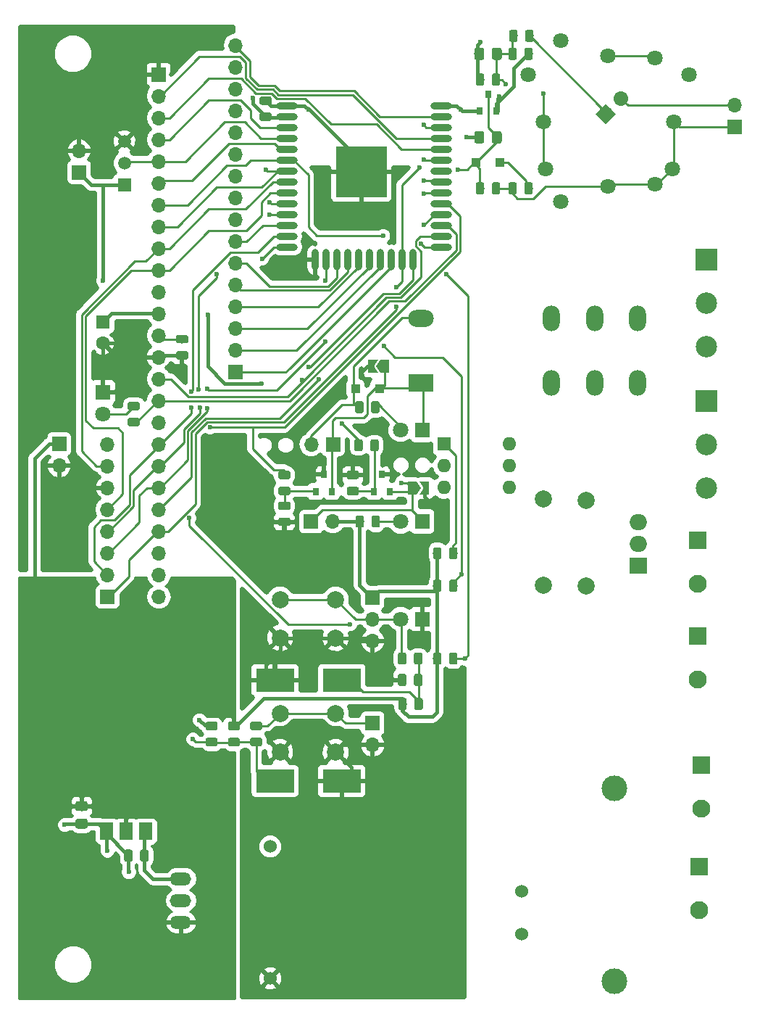
<source format=gtl>
G04 #@! TF.GenerationSoftware,KiCad,Pcbnew,5.0.0+dfsg1-2~bpo9+1*
G04 #@! TF.CreationDate,2018-10-07T14:27:24+02:00*
G04 #@! TF.ProjectId,PoesPPowerNode,506F657350506F7765724E6F64652E6B,rev?*
G04 #@! TF.SameCoordinates,Original*
G04 #@! TF.FileFunction,Copper,L1,Top,Signal*
G04 #@! TF.FilePolarity,Positive*
%FSLAX46Y46*%
G04 Gerber Fmt 4.6, Leading zero omitted, Abs format (unit mm)*
G04 Created by KiCad (PCBNEW 5.0.0+dfsg1-2~bpo9+1) date Sun Oct  7 14:27:24 2018*
%MOMM*%
%LPD*%
G01*
G04 APERTURE LIST*
G04 #@! TA.AperFunction,ComponentPad*
%ADD10C,1.800000*%
G04 #@! TD*
G04 #@! TA.AperFunction,SMDPad,CuDef*
%ADD11O,2.500000X0.900000*%
G04 #@! TD*
G04 #@! TA.AperFunction,SMDPad,CuDef*
%ADD12O,0.900000X2.500000*%
G04 #@! TD*
G04 #@! TA.AperFunction,SMDPad,CuDef*
%ADD13R,6.000000X6.000000*%
G04 #@! TD*
G04 #@! TA.AperFunction,ComponentPad*
%ADD14O,2.499360X1.501140*%
G04 #@! TD*
G04 #@! TA.AperFunction,ComponentPad*
%ADD15R,1.700000X1.700000*%
G04 #@! TD*
G04 #@! TA.AperFunction,ComponentPad*
%ADD16O,1.700000X1.700000*%
G04 #@! TD*
G04 #@! TA.AperFunction,ComponentPad*
%ADD17C,1.700000*%
G04 #@! TD*
G04 #@! TA.AperFunction,Conductor*
%ADD18C,1.700000*%
G04 #@! TD*
G04 #@! TA.AperFunction,Conductor*
%ADD19C,0.100000*%
G04 #@! TD*
G04 #@! TA.AperFunction,SMDPad,CuDef*
%ADD20C,0.300000*%
G04 #@! TD*
G04 #@! TA.AperFunction,SMDPad,CuDef*
%ADD21C,0.975000*%
G04 #@! TD*
G04 #@! TA.AperFunction,ComponentPad*
%ADD22R,1.600000X1.600000*%
G04 #@! TD*
G04 #@! TA.AperFunction,ComponentPad*
%ADD23C,1.600000*%
G04 #@! TD*
G04 #@! TA.AperFunction,SMDPad,CuDef*
%ADD24C,1.150000*%
G04 #@! TD*
G04 #@! TA.AperFunction,ComponentPad*
%ADD25C,2.000000*%
G04 #@! TD*
G04 #@! TA.AperFunction,ComponentPad*
%ADD26R,1.800000X1.800000*%
G04 #@! TD*
G04 #@! TA.AperFunction,SMDPad,CuDef*
%ADD27R,0.800000X0.900000*%
G04 #@! TD*
G04 #@! TA.AperFunction,ComponentPad*
%ADD28R,4.500000X2.700000*%
G04 #@! TD*
G04 #@! TA.AperFunction,ComponentPad*
%ADD29R,3.000000X2.000000*%
G04 #@! TD*
G04 #@! TA.AperFunction,ComponentPad*
%ADD30O,3.000000X2.000000*%
G04 #@! TD*
G04 #@! TA.AperFunction,ComponentPad*
%ADD31O,2.000000X3.000000*%
G04 #@! TD*
G04 #@! TA.AperFunction,ComponentPad*
%ADD32C,1.500000*%
G04 #@! TD*
G04 #@! TA.AperFunction,ComponentPad*
%ADD33R,1.500000X1.500000*%
G04 #@! TD*
G04 #@! TA.AperFunction,ComponentPad*
%ADD34O,1.600000X1.600000*%
G04 #@! TD*
G04 #@! TA.AperFunction,SMDPad,CuDef*
%ADD35R,3.800000X2.000000*%
G04 #@! TD*
G04 #@! TA.AperFunction,SMDPad,CuDef*
%ADD36R,1.500000X2.000000*%
G04 #@! TD*
G04 #@! TA.AperFunction,ComponentPad*
%ADD37R,2.100000X2.100000*%
G04 #@! TD*
G04 #@! TA.AperFunction,ComponentPad*
%ADD38C,2.100000*%
G04 #@! TD*
G04 #@! TA.AperFunction,ComponentPad*
%ADD39R,2.500000X2.500000*%
G04 #@! TD*
G04 #@! TA.AperFunction,ComponentPad*
%ADD40C,2.500000*%
G04 #@! TD*
G04 #@! TA.AperFunction,SMDPad,CuDef*
%ADD41R,1.100000X1.100000*%
G04 #@! TD*
G04 #@! TA.AperFunction,ComponentPad*
%ADD42R,2.000000X1.905000*%
G04 #@! TD*
G04 #@! TA.AperFunction,ComponentPad*
%ADD43O,2.000000X1.905000*%
G04 #@! TD*
G04 #@! TA.AperFunction,ComponentPad*
%ADD44C,1.524000*%
G04 #@! TD*
G04 #@! TA.AperFunction,ComponentPad*
%ADD45C,3.000000*%
G04 #@! TD*
G04 #@! TA.AperFunction,ViaPad*
%ADD46C,0.600000*%
G04 #@! TD*
G04 #@! TA.AperFunction,Conductor*
%ADD47C,0.400000*%
G04 #@! TD*
G04 #@! TA.AperFunction,Conductor*
%ADD48C,0.250000*%
G04 #@! TD*
G04 #@! TA.AperFunction,Conductor*
%ADD49C,0.500000*%
G04 #@! TD*
G04 #@! TA.AperFunction,Conductor*
%ADD50C,0.254000*%
G04 #@! TD*
G04 APERTURE END LIST*
D10*
G04 #@! TO.P,TR1,1*
G04 #@! TO.N,Net-(P10-Pad1)*
X127000000Y-90400000D03*
G04 #@! TO.P,TR1,2*
G04 #@! TO.N,Net-(C4-Pad1)*
X112200000Y-90400000D03*
G04 #@! TO.P,TR1,3*
G04 #@! TO.N,N/C*
X129000000Y-79400000D03*
G04 #@! TO.P,TR1,4*
X110200000Y-79400000D03*
G04 #@! TO.P,TR1,1*
G04 #@! TO.N,Net-(P10-Pad1)*
X127220000Y-84900000D03*
G04 #@! TO.P,TR1,2*
G04 #@! TO.N,Net-(C4-Pad1)*
X111980000Y-84900000D03*
G04 #@! TO.P,TR1,1*
G04 #@! TO.N,Net-(P10-Pad1)*
X119524685Y-92469869D03*
G04 #@! TO.P,TR1,2*
G04 #@! TO.N,Net-(C4-Pad1)*
X125024685Y-77449869D03*
X119524685Y-77229869D03*
G04 #@! TO.P,TR1,1*
G04 #@! TO.N,Net-(P10-Pad1)*
X125024685Y-92249869D03*
G04 #@! TO.P,TR1,6*
G04 #@! TO.N,N/C*
X114024685Y-94249869D03*
G04 #@! TO.P,TR1,5*
X114024685Y-75449869D03*
G04 #@! TD*
D11*
G04 #@! TO.P,U4,38*
G04 #@! TO.N,GND*
X100000000Y-83050000D03*
G04 #@! TO.P,U4,37*
G04 #@! TO.N,/VR23*
X100000000Y-84320000D03*
G04 #@! TO.P,U4,36*
G04 #@! TO.N,/VR22*
X100000000Y-85590000D03*
G04 #@! TO.P,U4,35*
G04 #@! TO.N,/TX0*
X100000000Y-86860000D03*
G04 #@! TO.P,U4,34*
G04 #@! TO.N,/RX0*
X100000000Y-88130000D03*
G04 #@! TO.P,U4,33*
G04 #@! TO.N,/VR21*
X100000000Y-89400000D03*
G04 #@! TO.P,U4,32*
G04 #@! TO.N,N/C*
X100000000Y-90670000D03*
G04 #@! TO.P,U4,31*
G04 #@! TO.N,/VR19*
X100000000Y-91940000D03*
G04 #@! TO.P,U4,30*
G04 #@! TO.N,/VR18*
X100000000Y-93210000D03*
G04 #@! TO.P,U4,29*
G04 #@! TO.N,/IO5*
X100000000Y-94480000D03*
G04 #@! TO.P,U4,28*
G04 #@! TO.N,/VR17*
X100000000Y-95750000D03*
G04 #@! TO.P,U4,27*
G04 #@! TO.N,/IO16*
X100000000Y-97020000D03*
G04 #@! TO.P,U4,26*
G04 #@! TO.N,/IO4*
X100000000Y-98290000D03*
G04 #@! TO.P,U4,25*
G04 #@! TO.N,/VR0*
X100000000Y-99560000D03*
D12*
G04 #@! TO.P,U4,24*
G04 #@! TO.N,/IO2*
X96715000Y-101050000D03*
G04 #@! TO.P,U4,23*
G04 #@! TO.N,/IO15*
X95445000Y-101050000D03*
G04 #@! TO.P,U4,22*
G04 #@! TO.N,/VR8*
X94175000Y-101050000D03*
G04 #@! TO.P,U4,21*
G04 #@! TO.N,/VR7*
X92905000Y-101050000D03*
G04 #@! TO.P,U4,20*
G04 #@! TO.N,/VR6*
X91635000Y-101050000D03*
G04 #@! TO.P,U4,19*
G04 #@! TO.N,/VR11*
X90365000Y-101050000D03*
G04 #@! TO.P,U4,18*
G04 #@! TO.N,/VR10*
X89095000Y-101050000D03*
G04 #@! TO.P,U4,17*
G04 #@! TO.N,/VR9*
X87825000Y-101050000D03*
G04 #@! TO.P,U4,16*
G04 #@! TO.N,/IO13*
X86555000Y-101050000D03*
G04 #@! TO.P,U4,15*
G04 #@! TO.N,GND*
X85285000Y-101050000D03*
D11*
G04 #@! TO.P,U4,14*
G04 #@! TO.N,/IO12*
X82000000Y-99560000D03*
G04 #@! TO.P,U4,13*
G04 #@! TO.N,/IO14*
X82000000Y-98290000D03*
G04 #@! TO.P,U4,12*
G04 #@! TO.N,/VR27*
X82000000Y-97020000D03*
G04 #@! TO.P,U4,11*
G04 #@! TO.N,/VR26*
X82000000Y-95750000D03*
G04 #@! TO.P,U4,10*
G04 #@! TO.N,/VR25*
X82000000Y-94480000D03*
G04 #@! TO.P,U4,9*
G04 #@! TO.N,/IO33*
X82000000Y-93210000D03*
G04 #@! TO.P,U4,8*
G04 #@! TO.N,/IO32*
X82000000Y-91940000D03*
G04 #@! TO.P,U4,7*
G04 #@! TO.N,/IO35*
X82000000Y-90670000D03*
G04 #@! TO.P,U4,6*
G04 #@! TO.N,/IO34*
X82000000Y-89400000D03*
G04 #@! TO.P,U4,5*
G04 #@! TO.N,/I_39*
X82000000Y-88130000D03*
G04 #@! TO.P,U4,4*
G04 #@! TO.N,/I_36*
X82000000Y-86860000D03*
G04 #@! TO.P,U4,3*
G04 #@! TO.N,/EN*
X82000000Y-85590000D03*
G04 #@! TO.P,U4,2*
G04 #@! TO.N,+3V3*
X82000000Y-84320000D03*
G04 #@! TO.P,U4,1*
G04 #@! TO.N,GND*
X82000000Y-83050000D03*
D13*
G04 #@! TO.P,U4,39*
X90700000Y-90750000D03*
G04 #@! TD*
D14*
G04 #@! TO.P,U7,2*
G04 #@! TO.N,GND*
X69580000Y-175840000D03*
G04 #@! TO.P,U7,1*
G04 #@! TO.N,+12P*
X69580000Y-173300000D03*
G04 #@! TO.P,U7,3*
G04 #@! TO.N,+3V3*
X69580000Y-178380000D03*
G04 #@! TD*
D15*
G04 #@! TO.P,P10,1*
G04 #@! TO.N,Net-(P10-Pad1)*
X134300000Y-85540000D03*
D16*
G04 #@! TO.P,P10,2*
G04 #@! TO.N,Net-(C4-Pad1)*
X134300000Y-83000000D03*
G04 #@! TD*
D17*
G04 #@! TO.P,P11,2*
G04 #@! TO.N,Net-(C4-Pad1)*
X121046051Y-82203949D03*
D18*
G04 #@! TD*
G04 #@! TO.N,Net-(C4-Pad1)*
G04 #@! TO.C,P11*
X121046051Y-82203949D02*
X121046051Y-82203949D01*
D17*
G04 #@! TO.P,P11,1*
G04 #@! TO.N,Net-(P10-Pad1)*
X119250000Y-84000000D03*
D19*
G04 #@! TD*
G04 #@! TO.N,Net-(P10-Pad1)*
G04 #@! TO.C,P11*
G36*
X120452082Y-84000000D02*
X119250000Y-85202082D01*
X118047918Y-84000000D01*
X119250000Y-82797918D01*
X120452082Y-84000000D01*
X120452082Y-84000000D01*
G37*
D20*
G04 #@! TO.P,JP1,2*
G04 #@! TO.N,GND*
X98125000Y-127700000D03*
D19*
G04 #@! TD*
G04 #@! TO.N,GND*
G04 #@! TO.C,JP1*
G36*
X98625000Y-128450000D02*
X97475000Y-128450000D01*
X97975000Y-127700000D01*
X97475000Y-126950000D01*
X98625000Y-126950000D01*
X98625000Y-128450000D01*
X98625000Y-128450000D01*
G37*
D20*
G04 #@! TO.P,JP1,1*
G04 #@! TO.N,Net-(D6-Pad1)*
X96675000Y-127700000D03*
D19*
G04 #@! TD*
G04 #@! TO.N,Net-(D6-Pad1)*
G04 #@! TO.C,JP1*
G36*
X97675000Y-127700000D02*
X97175000Y-128450000D01*
X96175000Y-128450000D01*
X96175000Y-126950000D01*
X97175000Y-126950000D01*
X97675000Y-127700000D01*
X97675000Y-127700000D01*
G37*
D20*
G04 #@! TO.P,JP4,1*
G04 #@! TO.N,Net-(D4-Pad1)*
X93425000Y-113500000D03*
D19*
G04 #@! TD*
G04 #@! TO.N,Net-(D4-Pad1)*
G04 #@! TO.C,JP4*
G36*
X92425000Y-113500000D02*
X92925000Y-112750000D01*
X93925000Y-112750000D01*
X93925000Y-114250000D01*
X92925000Y-114250000D01*
X92425000Y-113500000D01*
X92425000Y-113500000D01*
G37*
D20*
G04 #@! TO.P,JP4,2*
G04 #@! TO.N,GND*
X91975000Y-113500000D03*
D19*
G04 #@! TD*
G04 #@! TO.N,GND*
G04 #@! TO.C,JP4*
G36*
X91475000Y-112750000D02*
X92625000Y-112750000D01*
X92125000Y-113500000D01*
X92625000Y-114250000D01*
X91475000Y-114250000D01*
X91475000Y-112750000D01*
X91475000Y-112750000D01*
G37*
G04 #@! TO.N,/IO2*
G04 #@! TO.C,C2*
G36*
X97605142Y-149401174D02*
X97628803Y-149404684D01*
X97652007Y-149410496D01*
X97674529Y-149418554D01*
X97696153Y-149428782D01*
X97716670Y-149441079D01*
X97735883Y-149455329D01*
X97753607Y-149471393D01*
X97769671Y-149489117D01*
X97783921Y-149508330D01*
X97796218Y-149528847D01*
X97806446Y-149550471D01*
X97814504Y-149572993D01*
X97820316Y-149596197D01*
X97823826Y-149619858D01*
X97825000Y-149643750D01*
X97825000Y-150556250D01*
X97823826Y-150580142D01*
X97820316Y-150603803D01*
X97814504Y-150627007D01*
X97806446Y-150649529D01*
X97796218Y-150671153D01*
X97783921Y-150691670D01*
X97769671Y-150710883D01*
X97753607Y-150728607D01*
X97735883Y-150744671D01*
X97716670Y-150758921D01*
X97696153Y-150771218D01*
X97674529Y-150781446D01*
X97652007Y-150789504D01*
X97628803Y-150795316D01*
X97605142Y-150798826D01*
X97581250Y-150800000D01*
X97093750Y-150800000D01*
X97069858Y-150798826D01*
X97046197Y-150795316D01*
X97022993Y-150789504D01*
X97000471Y-150781446D01*
X96978847Y-150771218D01*
X96958330Y-150758921D01*
X96939117Y-150744671D01*
X96921393Y-150728607D01*
X96905329Y-150710883D01*
X96891079Y-150691670D01*
X96878782Y-150671153D01*
X96868554Y-150649529D01*
X96860496Y-150627007D01*
X96854684Y-150603803D01*
X96851174Y-150580142D01*
X96850000Y-150556250D01*
X96850000Y-149643750D01*
X96851174Y-149619858D01*
X96854684Y-149596197D01*
X96860496Y-149572993D01*
X96868554Y-149550471D01*
X96878782Y-149528847D01*
X96891079Y-149508330D01*
X96905329Y-149489117D01*
X96921393Y-149471393D01*
X96939117Y-149455329D01*
X96958330Y-149441079D01*
X96978847Y-149428782D01*
X97000471Y-149418554D01*
X97022993Y-149410496D01*
X97046197Y-149404684D01*
X97069858Y-149401174D01*
X97093750Y-149400000D01*
X97581250Y-149400000D01*
X97605142Y-149401174D01*
X97605142Y-149401174D01*
G37*
D21*
G04 #@! TD*
G04 #@! TO.P,C2,1*
G04 #@! TO.N,/IO2*
X97337500Y-150100000D03*
D19*
G04 #@! TO.N,GND*
G04 #@! TO.C,C2*
G36*
X95730142Y-149401174D02*
X95753803Y-149404684D01*
X95777007Y-149410496D01*
X95799529Y-149418554D01*
X95821153Y-149428782D01*
X95841670Y-149441079D01*
X95860883Y-149455329D01*
X95878607Y-149471393D01*
X95894671Y-149489117D01*
X95908921Y-149508330D01*
X95921218Y-149528847D01*
X95931446Y-149550471D01*
X95939504Y-149572993D01*
X95945316Y-149596197D01*
X95948826Y-149619858D01*
X95950000Y-149643750D01*
X95950000Y-150556250D01*
X95948826Y-150580142D01*
X95945316Y-150603803D01*
X95939504Y-150627007D01*
X95931446Y-150649529D01*
X95921218Y-150671153D01*
X95908921Y-150691670D01*
X95894671Y-150710883D01*
X95878607Y-150728607D01*
X95860883Y-150744671D01*
X95841670Y-150758921D01*
X95821153Y-150771218D01*
X95799529Y-150781446D01*
X95777007Y-150789504D01*
X95753803Y-150795316D01*
X95730142Y-150798826D01*
X95706250Y-150800000D01*
X95218750Y-150800000D01*
X95194858Y-150798826D01*
X95171197Y-150795316D01*
X95147993Y-150789504D01*
X95125471Y-150781446D01*
X95103847Y-150771218D01*
X95083330Y-150758921D01*
X95064117Y-150744671D01*
X95046393Y-150728607D01*
X95030329Y-150710883D01*
X95016079Y-150691670D01*
X95003782Y-150671153D01*
X94993554Y-150649529D01*
X94985496Y-150627007D01*
X94979684Y-150603803D01*
X94976174Y-150580142D01*
X94975000Y-150556250D01*
X94975000Y-149643750D01*
X94976174Y-149619858D01*
X94979684Y-149596197D01*
X94985496Y-149572993D01*
X94993554Y-149550471D01*
X95003782Y-149528847D01*
X95016079Y-149508330D01*
X95030329Y-149489117D01*
X95046393Y-149471393D01*
X95064117Y-149455329D01*
X95083330Y-149441079D01*
X95103847Y-149428782D01*
X95125471Y-149418554D01*
X95147993Y-149410496D01*
X95171197Y-149404684D01*
X95194858Y-149401174D01*
X95218750Y-149400000D01*
X95706250Y-149400000D01*
X95730142Y-149401174D01*
X95730142Y-149401174D01*
G37*
D21*
G04 #@! TD*
G04 #@! TO.P,C2,2*
G04 #@! TO.N,GND*
X95462500Y-150100000D03*
D19*
G04 #@! TO.N,GND*
G04 #@! TO.C,C5*
G36*
X73680142Y-154976174D02*
X73703803Y-154979684D01*
X73727007Y-154985496D01*
X73749529Y-154993554D01*
X73771153Y-155003782D01*
X73791670Y-155016079D01*
X73810883Y-155030329D01*
X73828607Y-155046393D01*
X73844671Y-155064117D01*
X73858921Y-155083330D01*
X73871218Y-155103847D01*
X73881446Y-155125471D01*
X73889504Y-155147993D01*
X73895316Y-155171197D01*
X73898826Y-155194858D01*
X73900000Y-155218750D01*
X73900000Y-155706250D01*
X73898826Y-155730142D01*
X73895316Y-155753803D01*
X73889504Y-155777007D01*
X73881446Y-155799529D01*
X73871218Y-155821153D01*
X73858921Y-155841670D01*
X73844671Y-155860883D01*
X73828607Y-155878607D01*
X73810883Y-155894671D01*
X73791670Y-155908921D01*
X73771153Y-155921218D01*
X73749529Y-155931446D01*
X73727007Y-155939504D01*
X73703803Y-155945316D01*
X73680142Y-155948826D01*
X73656250Y-155950000D01*
X72743750Y-155950000D01*
X72719858Y-155948826D01*
X72696197Y-155945316D01*
X72672993Y-155939504D01*
X72650471Y-155931446D01*
X72628847Y-155921218D01*
X72608330Y-155908921D01*
X72589117Y-155894671D01*
X72571393Y-155878607D01*
X72555329Y-155860883D01*
X72541079Y-155841670D01*
X72528782Y-155821153D01*
X72518554Y-155799529D01*
X72510496Y-155777007D01*
X72504684Y-155753803D01*
X72501174Y-155730142D01*
X72500000Y-155706250D01*
X72500000Y-155218750D01*
X72501174Y-155194858D01*
X72504684Y-155171197D01*
X72510496Y-155147993D01*
X72518554Y-155125471D01*
X72528782Y-155103847D01*
X72541079Y-155083330D01*
X72555329Y-155064117D01*
X72571393Y-155046393D01*
X72589117Y-155030329D01*
X72608330Y-155016079D01*
X72628847Y-155003782D01*
X72650471Y-154993554D01*
X72672993Y-154985496D01*
X72696197Y-154979684D01*
X72719858Y-154976174D01*
X72743750Y-154975000D01*
X73656250Y-154975000D01*
X73680142Y-154976174D01*
X73680142Y-154976174D01*
G37*
D21*
G04 #@! TD*
G04 #@! TO.P,C5,2*
G04 #@! TO.N,GND*
X73200000Y-155462500D03*
D19*
G04 #@! TO.N,/I_39*
G04 #@! TO.C,C5*
G36*
X73680142Y-156851174D02*
X73703803Y-156854684D01*
X73727007Y-156860496D01*
X73749529Y-156868554D01*
X73771153Y-156878782D01*
X73791670Y-156891079D01*
X73810883Y-156905329D01*
X73828607Y-156921393D01*
X73844671Y-156939117D01*
X73858921Y-156958330D01*
X73871218Y-156978847D01*
X73881446Y-157000471D01*
X73889504Y-157022993D01*
X73895316Y-157046197D01*
X73898826Y-157069858D01*
X73900000Y-157093750D01*
X73900000Y-157581250D01*
X73898826Y-157605142D01*
X73895316Y-157628803D01*
X73889504Y-157652007D01*
X73881446Y-157674529D01*
X73871218Y-157696153D01*
X73858921Y-157716670D01*
X73844671Y-157735883D01*
X73828607Y-157753607D01*
X73810883Y-157769671D01*
X73791670Y-157783921D01*
X73771153Y-157796218D01*
X73749529Y-157806446D01*
X73727007Y-157814504D01*
X73703803Y-157820316D01*
X73680142Y-157823826D01*
X73656250Y-157825000D01*
X72743750Y-157825000D01*
X72719858Y-157823826D01*
X72696197Y-157820316D01*
X72672993Y-157814504D01*
X72650471Y-157806446D01*
X72628847Y-157796218D01*
X72608330Y-157783921D01*
X72589117Y-157769671D01*
X72571393Y-157753607D01*
X72555329Y-157735883D01*
X72541079Y-157716670D01*
X72528782Y-157696153D01*
X72518554Y-157674529D01*
X72510496Y-157652007D01*
X72504684Y-157628803D01*
X72501174Y-157605142D01*
X72500000Y-157581250D01*
X72500000Y-157093750D01*
X72501174Y-157069858D01*
X72504684Y-157046197D01*
X72510496Y-157022993D01*
X72518554Y-157000471D01*
X72528782Y-156978847D01*
X72541079Y-156958330D01*
X72555329Y-156939117D01*
X72571393Y-156921393D01*
X72589117Y-156905329D01*
X72608330Y-156891079D01*
X72628847Y-156878782D01*
X72650471Y-156868554D01*
X72672993Y-156860496D01*
X72696197Y-156854684D01*
X72719858Y-156851174D01*
X72743750Y-156850000D01*
X73656250Y-156850000D01*
X73680142Y-156851174D01*
X73680142Y-156851174D01*
G37*
D21*
G04 #@! TD*
G04 #@! TO.P,C5,1*
G04 #@! TO.N,/I_39*
X73200000Y-157337500D03*
D22*
G04 #@! TO.P,C1,1*
G04 #@! TO.N,+12P*
X60500000Y-108300000D03*
D23*
G04 #@! TO.P,C1,2*
G04 #@! TO.N,GND*
X60500000Y-110800000D03*
G04 #@! TD*
D19*
G04 #@! TO.N,/IO15*
G04 #@! TO.C,C3*
G36*
X106874505Y-86051204D02*
X106898773Y-86054804D01*
X106922572Y-86060765D01*
X106945671Y-86069030D01*
X106967850Y-86079520D01*
X106988893Y-86092132D01*
X107008599Y-86106747D01*
X107026777Y-86123223D01*
X107043253Y-86141401D01*
X107057868Y-86161107D01*
X107070480Y-86182150D01*
X107080970Y-86204329D01*
X107089235Y-86227428D01*
X107095196Y-86251227D01*
X107098796Y-86275495D01*
X107100000Y-86299999D01*
X107100000Y-87200001D01*
X107098796Y-87224505D01*
X107095196Y-87248773D01*
X107089235Y-87272572D01*
X107080970Y-87295671D01*
X107070480Y-87317850D01*
X107057868Y-87338893D01*
X107043253Y-87358599D01*
X107026777Y-87376777D01*
X107008599Y-87393253D01*
X106988893Y-87407868D01*
X106967850Y-87420480D01*
X106945671Y-87430970D01*
X106922572Y-87439235D01*
X106898773Y-87445196D01*
X106874505Y-87448796D01*
X106850001Y-87450000D01*
X106199999Y-87450000D01*
X106175495Y-87448796D01*
X106151227Y-87445196D01*
X106127428Y-87439235D01*
X106104329Y-87430970D01*
X106082150Y-87420480D01*
X106061107Y-87407868D01*
X106041401Y-87393253D01*
X106023223Y-87376777D01*
X106006747Y-87358599D01*
X105992132Y-87338893D01*
X105979520Y-87317850D01*
X105969030Y-87295671D01*
X105960765Y-87272572D01*
X105954804Y-87248773D01*
X105951204Y-87224505D01*
X105950000Y-87200001D01*
X105950000Y-86299999D01*
X105951204Y-86275495D01*
X105954804Y-86251227D01*
X105960765Y-86227428D01*
X105969030Y-86204329D01*
X105979520Y-86182150D01*
X105992132Y-86161107D01*
X106006747Y-86141401D01*
X106023223Y-86123223D01*
X106041401Y-86106747D01*
X106061107Y-86092132D01*
X106082150Y-86079520D01*
X106104329Y-86069030D01*
X106127428Y-86060765D01*
X106151227Y-86054804D01*
X106175495Y-86051204D01*
X106199999Y-86050000D01*
X106850001Y-86050000D01*
X106874505Y-86051204D01*
X106874505Y-86051204D01*
G37*
D24*
G04 #@! TD*
G04 #@! TO.P,C3,1*
G04 #@! TO.N,/IO15*
X106525000Y-86750000D03*
D19*
G04 #@! TO.N,GND*
G04 #@! TO.C,C3*
G36*
X104824505Y-86051204D02*
X104848773Y-86054804D01*
X104872572Y-86060765D01*
X104895671Y-86069030D01*
X104917850Y-86079520D01*
X104938893Y-86092132D01*
X104958599Y-86106747D01*
X104976777Y-86123223D01*
X104993253Y-86141401D01*
X105007868Y-86161107D01*
X105020480Y-86182150D01*
X105030970Y-86204329D01*
X105039235Y-86227428D01*
X105045196Y-86251227D01*
X105048796Y-86275495D01*
X105050000Y-86299999D01*
X105050000Y-87200001D01*
X105048796Y-87224505D01*
X105045196Y-87248773D01*
X105039235Y-87272572D01*
X105030970Y-87295671D01*
X105020480Y-87317850D01*
X105007868Y-87338893D01*
X104993253Y-87358599D01*
X104976777Y-87376777D01*
X104958599Y-87393253D01*
X104938893Y-87407868D01*
X104917850Y-87420480D01*
X104895671Y-87430970D01*
X104872572Y-87439235D01*
X104848773Y-87445196D01*
X104824505Y-87448796D01*
X104800001Y-87450000D01*
X104149999Y-87450000D01*
X104125495Y-87448796D01*
X104101227Y-87445196D01*
X104077428Y-87439235D01*
X104054329Y-87430970D01*
X104032150Y-87420480D01*
X104011107Y-87407868D01*
X103991401Y-87393253D01*
X103973223Y-87376777D01*
X103956747Y-87358599D01*
X103942132Y-87338893D01*
X103929520Y-87317850D01*
X103919030Y-87295671D01*
X103910765Y-87272572D01*
X103904804Y-87248773D01*
X103901204Y-87224505D01*
X103900000Y-87200001D01*
X103900000Y-86299999D01*
X103901204Y-86275495D01*
X103904804Y-86251227D01*
X103910765Y-86227428D01*
X103919030Y-86204329D01*
X103929520Y-86182150D01*
X103942132Y-86161107D01*
X103956747Y-86141401D01*
X103973223Y-86123223D01*
X103991401Y-86106747D01*
X104011107Y-86092132D01*
X104032150Y-86079520D01*
X104054329Y-86069030D01*
X104077428Y-86060765D01*
X104101227Y-86054804D01*
X104125495Y-86051204D01*
X104149999Y-86050000D01*
X104800001Y-86050000D01*
X104824505Y-86051204D01*
X104824505Y-86051204D01*
G37*
D24*
G04 #@! TD*
G04 #@! TO.P,C3,2*
G04 #@! TO.N,GND*
X104475000Y-86750000D03*
D19*
G04 #@! TO.N,Net-(C4-Pad1)*
G04 #@! TO.C,C4*
G36*
X106874505Y-76301204D02*
X106898773Y-76304804D01*
X106922572Y-76310765D01*
X106945671Y-76319030D01*
X106967850Y-76329520D01*
X106988893Y-76342132D01*
X107008599Y-76356747D01*
X107026777Y-76373223D01*
X107043253Y-76391401D01*
X107057868Y-76411107D01*
X107070480Y-76432150D01*
X107080970Y-76454329D01*
X107089235Y-76477428D01*
X107095196Y-76501227D01*
X107098796Y-76525495D01*
X107100000Y-76549999D01*
X107100000Y-77450001D01*
X107098796Y-77474505D01*
X107095196Y-77498773D01*
X107089235Y-77522572D01*
X107080970Y-77545671D01*
X107070480Y-77567850D01*
X107057868Y-77588893D01*
X107043253Y-77608599D01*
X107026777Y-77626777D01*
X107008599Y-77643253D01*
X106988893Y-77657868D01*
X106967850Y-77670480D01*
X106945671Y-77680970D01*
X106922572Y-77689235D01*
X106898773Y-77695196D01*
X106874505Y-77698796D01*
X106850001Y-77700000D01*
X106199999Y-77700000D01*
X106175495Y-77698796D01*
X106151227Y-77695196D01*
X106127428Y-77689235D01*
X106104329Y-77680970D01*
X106082150Y-77670480D01*
X106061107Y-77657868D01*
X106041401Y-77643253D01*
X106023223Y-77626777D01*
X106006747Y-77608599D01*
X105992132Y-77588893D01*
X105979520Y-77567850D01*
X105969030Y-77545671D01*
X105960765Y-77522572D01*
X105954804Y-77498773D01*
X105951204Y-77474505D01*
X105950000Y-77450001D01*
X105950000Y-76549999D01*
X105951204Y-76525495D01*
X105954804Y-76501227D01*
X105960765Y-76477428D01*
X105969030Y-76454329D01*
X105979520Y-76432150D01*
X105992132Y-76411107D01*
X106006747Y-76391401D01*
X106023223Y-76373223D01*
X106041401Y-76356747D01*
X106061107Y-76342132D01*
X106082150Y-76329520D01*
X106104329Y-76319030D01*
X106127428Y-76310765D01*
X106151227Y-76304804D01*
X106175495Y-76301204D01*
X106199999Y-76300000D01*
X106850001Y-76300000D01*
X106874505Y-76301204D01*
X106874505Y-76301204D01*
G37*
D24*
G04 #@! TD*
G04 #@! TO.P,C4,1*
G04 #@! TO.N,Net-(C4-Pad1)*
X106525000Y-77000000D03*
D19*
G04 #@! TO.N,GND*
G04 #@! TO.C,C4*
G36*
X104824505Y-76301204D02*
X104848773Y-76304804D01*
X104872572Y-76310765D01*
X104895671Y-76319030D01*
X104917850Y-76329520D01*
X104938893Y-76342132D01*
X104958599Y-76356747D01*
X104976777Y-76373223D01*
X104993253Y-76391401D01*
X105007868Y-76411107D01*
X105020480Y-76432150D01*
X105030970Y-76454329D01*
X105039235Y-76477428D01*
X105045196Y-76501227D01*
X105048796Y-76525495D01*
X105050000Y-76549999D01*
X105050000Y-77450001D01*
X105048796Y-77474505D01*
X105045196Y-77498773D01*
X105039235Y-77522572D01*
X105030970Y-77545671D01*
X105020480Y-77567850D01*
X105007868Y-77588893D01*
X104993253Y-77608599D01*
X104976777Y-77626777D01*
X104958599Y-77643253D01*
X104938893Y-77657868D01*
X104917850Y-77670480D01*
X104895671Y-77680970D01*
X104872572Y-77689235D01*
X104848773Y-77695196D01*
X104824505Y-77698796D01*
X104800001Y-77700000D01*
X104149999Y-77700000D01*
X104125495Y-77698796D01*
X104101227Y-77695196D01*
X104077428Y-77689235D01*
X104054329Y-77680970D01*
X104032150Y-77670480D01*
X104011107Y-77657868D01*
X103991401Y-77643253D01*
X103973223Y-77626777D01*
X103956747Y-77608599D01*
X103942132Y-77588893D01*
X103929520Y-77567850D01*
X103919030Y-77545671D01*
X103910765Y-77522572D01*
X103904804Y-77498773D01*
X103901204Y-77474505D01*
X103900000Y-77450001D01*
X103900000Y-76549999D01*
X103901204Y-76525495D01*
X103904804Y-76501227D01*
X103910765Y-76477428D01*
X103919030Y-76454329D01*
X103929520Y-76432150D01*
X103942132Y-76411107D01*
X103956747Y-76391401D01*
X103973223Y-76373223D01*
X103991401Y-76356747D01*
X104011107Y-76342132D01*
X104032150Y-76329520D01*
X104054329Y-76319030D01*
X104077428Y-76310765D01*
X104101227Y-76304804D01*
X104125495Y-76301204D01*
X104149999Y-76300000D01*
X104800001Y-76300000D01*
X104824505Y-76301204D01*
X104824505Y-76301204D01*
G37*
D24*
G04 #@! TD*
G04 #@! TO.P,C4,2*
G04 #@! TO.N,GND*
X104475000Y-77000000D03*
D25*
G04 #@! TO.P,C6,2*
G04 #@! TO.N,Net-(C6-Pad2)*
X112000000Y-139000000D03*
G04 #@! TO.P,C6,1*
G04 #@! TO.N,/AartTriac/N*
X112000000Y-129000000D03*
G04 #@! TD*
G04 #@! TO.P,C7,1*
G04 #@! TO.N,/AartTriac/N*
X117000000Y-129100000D03*
G04 #@! TO.P,C7,2*
G04 #@! TO.N,Net-(C7-Pad2)*
X117000000Y-139100000D03*
G04 #@! TD*
D19*
G04 #@! TO.N,GND*
G04 #@! TO.C,C9*
G36*
X58474505Y-166301204D02*
X58498773Y-166304804D01*
X58522572Y-166310765D01*
X58545671Y-166319030D01*
X58567850Y-166329520D01*
X58588893Y-166342132D01*
X58608599Y-166356747D01*
X58626777Y-166373223D01*
X58643253Y-166391401D01*
X58657868Y-166411107D01*
X58670480Y-166432150D01*
X58680970Y-166454329D01*
X58689235Y-166477428D01*
X58695196Y-166501227D01*
X58698796Y-166525495D01*
X58700000Y-166549999D01*
X58700000Y-167200001D01*
X58698796Y-167224505D01*
X58695196Y-167248773D01*
X58689235Y-167272572D01*
X58680970Y-167295671D01*
X58670480Y-167317850D01*
X58657868Y-167338893D01*
X58643253Y-167358599D01*
X58626777Y-167376777D01*
X58608599Y-167393253D01*
X58588893Y-167407868D01*
X58567850Y-167420480D01*
X58545671Y-167430970D01*
X58522572Y-167439235D01*
X58498773Y-167445196D01*
X58474505Y-167448796D01*
X58450001Y-167450000D01*
X57549999Y-167450000D01*
X57525495Y-167448796D01*
X57501227Y-167445196D01*
X57477428Y-167439235D01*
X57454329Y-167430970D01*
X57432150Y-167420480D01*
X57411107Y-167407868D01*
X57391401Y-167393253D01*
X57373223Y-167376777D01*
X57356747Y-167358599D01*
X57342132Y-167338893D01*
X57329520Y-167317850D01*
X57319030Y-167295671D01*
X57310765Y-167272572D01*
X57304804Y-167248773D01*
X57301204Y-167224505D01*
X57300000Y-167200001D01*
X57300000Y-166549999D01*
X57301204Y-166525495D01*
X57304804Y-166501227D01*
X57310765Y-166477428D01*
X57319030Y-166454329D01*
X57329520Y-166432150D01*
X57342132Y-166411107D01*
X57356747Y-166391401D01*
X57373223Y-166373223D01*
X57391401Y-166356747D01*
X57411107Y-166342132D01*
X57432150Y-166329520D01*
X57454329Y-166319030D01*
X57477428Y-166310765D01*
X57501227Y-166304804D01*
X57525495Y-166301204D01*
X57549999Y-166300000D01*
X58450001Y-166300000D01*
X58474505Y-166301204D01*
X58474505Y-166301204D01*
G37*
D24*
G04 #@! TD*
G04 #@! TO.P,C9,2*
G04 #@! TO.N,GND*
X58000000Y-166875000D03*
D19*
G04 #@! TO.N,+3V3*
G04 #@! TO.C,C9*
G36*
X58474505Y-164251204D02*
X58498773Y-164254804D01*
X58522572Y-164260765D01*
X58545671Y-164269030D01*
X58567850Y-164279520D01*
X58588893Y-164292132D01*
X58608599Y-164306747D01*
X58626777Y-164323223D01*
X58643253Y-164341401D01*
X58657868Y-164361107D01*
X58670480Y-164382150D01*
X58680970Y-164404329D01*
X58689235Y-164427428D01*
X58695196Y-164451227D01*
X58698796Y-164475495D01*
X58700000Y-164499999D01*
X58700000Y-165150001D01*
X58698796Y-165174505D01*
X58695196Y-165198773D01*
X58689235Y-165222572D01*
X58680970Y-165245671D01*
X58670480Y-165267850D01*
X58657868Y-165288893D01*
X58643253Y-165308599D01*
X58626777Y-165326777D01*
X58608599Y-165343253D01*
X58588893Y-165357868D01*
X58567850Y-165370480D01*
X58545671Y-165380970D01*
X58522572Y-165389235D01*
X58498773Y-165395196D01*
X58474505Y-165398796D01*
X58450001Y-165400000D01*
X57549999Y-165400000D01*
X57525495Y-165398796D01*
X57501227Y-165395196D01*
X57477428Y-165389235D01*
X57454329Y-165380970D01*
X57432150Y-165370480D01*
X57411107Y-165357868D01*
X57391401Y-165343253D01*
X57373223Y-165326777D01*
X57356747Y-165308599D01*
X57342132Y-165288893D01*
X57329520Y-165267850D01*
X57319030Y-165245671D01*
X57310765Y-165222572D01*
X57304804Y-165198773D01*
X57301204Y-165174505D01*
X57300000Y-165150001D01*
X57300000Y-164499999D01*
X57301204Y-164475495D01*
X57304804Y-164451227D01*
X57310765Y-164427428D01*
X57319030Y-164404329D01*
X57329520Y-164382150D01*
X57342132Y-164361107D01*
X57356747Y-164341401D01*
X57373223Y-164323223D01*
X57391401Y-164306747D01*
X57411107Y-164292132D01*
X57432150Y-164279520D01*
X57454329Y-164269030D01*
X57477428Y-164260765D01*
X57501227Y-164254804D01*
X57525495Y-164251204D01*
X57549999Y-164250000D01*
X58450001Y-164250000D01*
X58474505Y-164251204D01*
X58474505Y-164251204D01*
G37*
D24*
G04 #@! TD*
G04 #@! TO.P,C9,1*
G04 #@! TO.N,+3V3*
X58000000Y-164825000D03*
D19*
G04 #@! TO.N,GND*
G04 #@! TO.C,C10*
G36*
X79980142Y-81976174D02*
X80003803Y-81979684D01*
X80027007Y-81985496D01*
X80049529Y-81993554D01*
X80071153Y-82003782D01*
X80091670Y-82016079D01*
X80110883Y-82030329D01*
X80128607Y-82046393D01*
X80144671Y-82064117D01*
X80158921Y-82083330D01*
X80171218Y-82103847D01*
X80181446Y-82125471D01*
X80189504Y-82147993D01*
X80195316Y-82171197D01*
X80198826Y-82194858D01*
X80200000Y-82218750D01*
X80200000Y-82706250D01*
X80198826Y-82730142D01*
X80195316Y-82753803D01*
X80189504Y-82777007D01*
X80181446Y-82799529D01*
X80171218Y-82821153D01*
X80158921Y-82841670D01*
X80144671Y-82860883D01*
X80128607Y-82878607D01*
X80110883Y-82894671D01*
X80091670Y-82908921D01*
X80071153Y-82921218D01*
X80049529Y-82931446D01*
X80027007Y-82939504D01*
X80003803Y-82945316D01*
X79980142Y-82948826D01*
X79956250Y-82950000D01*
X79043750Y-82950000D01*
X79019858Y-82948826D01*
X78996197Y-82945316D01*
X78972993Y-82939504D01*
X78950471Y-82931446D01*
X78928847Y-82921218D01*
X78908330Y-82908921D01*
X78889117Y-82894671D01*
X78871393Y-82878607D01*
X78855329Y-82860883D01*
X78841079Y-82841670D01*
X78828782Y-82821153D01*
X78818554Y-82799529D01*
X78810496Y-82777007D01*
X78804684Y-82753803D01*
X78801174Y-82730142D01*
X78800000Y-82706250D01*
X78800000Y-82218750D01*
X78801174Y-82194858D01*
X78804684Y-82171197D01*
X78810496Y-82147993D01*
X78818554Y-82125471D01*
X78828782Y-82103847D01*
X78841079Y-82083330D01*
X78855329Y-82064117D01*
X78871393Y-82046393D01*
X78889117Y-82030329D01*
X78908330Y-82016079D01*
X78928847Y-82003782D01*
X78950471Y-81993554D01*
X78972993Y-81985496D01*
X78996197Y-81979684D01*
X79019858Y-81976174D01*
X79043750Y-81975000D01*
X79956250Y-81975000D01*
X79980142Y-81976174D01*
X79980142Y-81976174D01*
G37*
D21*
G04 #@! TD*
G04 #@! TO.P,C10,1*
G04 #@! TO.N,GND*
X79500000Y-82462500D03*
D19*
G04 #@! TO.N,+3V3*
G04 #@! TO.C,C10*
G36*
X79980142Y-83851174D02*
X80003803Y-83854684D01*
X80027007Y-83860496D01*
X80049529Y-83868554D01*
X80071153Y-83878782D01*
X80091670Y-83891079D01*
X80110883Y-83905329D01*
X80128607Y-83921393D01*
X80144671Y-83939117D01*
X80158921Y-83958330D01*
X80171218Y-83978847D01*
X80181446Y-84000471D01*
X80189504Y-84022993D01*
X80195316Y-84046197D01*
X80198826Y-84069858D01*
X80200000Y-84093750D01*
X80200000Y-84581250D01*
X80198826Y-84605142D01*
X80195316Y-84628803D01*
X80189504Y-84652007D01*
X80181446Y-84674529D01*
X80171218Y-84696153D01*
X80158921Y-84716670D01*
X80144671Y-84735883D01*
X80128607Y-84753607D01*
X80110883Y-84769671D01*
X80091670Y-84783921D01*
X80071153Y-84796218D01*
X80049529Y-84806446D01*
X80027007Y-84814504D01*
X80003803Y-84820316D01*
X79980142Y-84823826D01*
X79956250Y-84825000D01*
X79043750Y-84825000D01*
X79019858Y-84823826D01*
X78996197Y-84820316D01*
X78972993Y-84814504D01*
X78950471Y-84806446D01*
X78928847Y-84796218D01*
X78908330Y-84783921D01*
X78889117Y-84769671D01*
X78871393Y-84753607D01*
X78855329Y-84735883D01*
X78841079Y-84716670D01*
X78828782Y-84696153D01*
X78818554Y-84674529D01*
X78810496Y-84652007D01*
X78804684Y-84628803D01*
X78801174Y-84605142D01*
X78800000Y-84581250D01*
X78800000Y-84093750D01*
X78801174Y-84069858D01*
X78804684Y-84046197D01*
X78810496Y-84022993D01*
X78818554Y-84000471D01*
X78828782Y-83978847D01*
X78841079Y-83958330D01*
X78855329Y-83939117D01*
X78871393Y-83921393D01*
X78889117Y-83905329D01*
X78908330Y-83891079D01*
X78928847Y-83878782D01*
X78950471Y-83868554D01*
X78972993Y-83860496D01*
X78996197Y-83854684D01*
X79019858Y-83851174D01*
X79043750Y-83850000D01*
X79956250Y-83850000D01*
X79980142Y-83851174D01*
X79980142Y-83851174D01*
G37*
D21*
G04 #@! TD*
G04 #@! TO.P,C10,2*
G04 #@! TO.N,+3V3*
X79500000Y-84337500D03*
D10*
G04 #@! TO.P,D1,2*
G04 #@! TO.N,Net-(D1-Pad2)*
X60500000Y-119040000D03*
D26*
G04 #@! TO.P,D1,1*
G04 #@! TO.N,GND*
X60500000Y-116500000D03*
G04 #@! TD*
D27*
G04 #@! TO.P,D2,1*
G04 #@! TO.N,GND*
X104550000Y-83700000D03*
G04 #@! TO.P,D2,2*
G04 #@! TO.N,+3V3*
X106450000Y-83700000D03*
G04 #@! TO.P,D2,3*
G04 #@! TO.N,/IO15*
X105500000Y-81700000D03*
G04 #@! TD*
D26*
G04 #@! TO.P,D4,1*
G04 #@! TO.N,Net-(D4-Pad1)*
X97800000Y-120900000D03*
D10*
G04 #@! TO.P,D4,2*
G04 #@! TO.N,Net-(D4-Pad2)*
X95260000Y-120900000D03*
G04 #@! TD*
D28*
G04 #@! TO.P,D5,2*
G04 #@! TO.N,GND*
X80600000Y-150100000D03*
G04 #@! TO.P,D5,1*
G04 #@! TO.N,/IO2*
X88400000Y-150100000D03*
G04 #@! TD*
D26*
G04 #@! TO.P,D6,1*
G04 #@! TO.N,Net-(D6-Pad1)*
X97800000Y-131600000D03*
D10*
G04 #@! TO.P,D6,2*
G04 #@! TO.N,Net-(D6-Pad2)*
X95260000Y-131600000D03*
G04 #@! TD*
G04 #@! TO.P,D8,2*
G04 #@! TO.N,Net-(D8-Pad2)*
X95260000Y-143000000D03*
D26*
G04 #@! TO.P,D8,1*
G04 #@! TO.N,GND*
X97800000Y-143000000D03*
G04 #@! TD*
D28*
G04 #@! TO.P,D11,1*
G04 #@! TO.N,/I_39*
X80600000Y-161900000D03*
G04 #@! TO.P,D11,2*
G04 #@! TO.N,GND*
X88400000Y-161900000D03*
G04 #@! TD*
D15*
G04 #@! TO.P,P1,1*
G04 #@! TO.N,GND*
X67000000Y-79400000D03*
D16*
G04 #@! TO.P,P1,2*
G04 #@! TO.N,/TX0*
X67000000Y-81940000D03*
G04 #@! TO.P,P1,3*
G04 #@! TO.N,/RX0*
X67000000Y-84480000D03*
G04 #@! TO.P,P1,4*
G04 #@! TO.N,/EN*
X67000000Y-87020000D03*
G04 #@! TO.P,P1,5*
G04 #@! TO.N,/I_36*
X67000000Y-89560000D03*
G04 #@! TO.P,P1,6*
G04 #@! TO.N,/I_39*
X67000000Y-92100000D03*
G04 #@! TO.P,P1,7*
G04 #@! TO.N,/IO34*
X67000000Y-94640000D03*
G04 #@! TO.P,P1,8*
G04 #@! TO.N,/IO35*
X67000000Y-97180000D03*
G04 #@! TO.P,P1,9*
G04 #@! TO.N,/IO32*
X67000000Y-99720000D03*
G04 #@! TO.P,P1,10*
G04 #@! TO.N,/IO33*
X67000000Y-102260000D03*
G04 #@! TO.P,P1,11*
G04 #@! TO.N,+3V3*
X67000000Y-104800000D03*
G04 #@! TO.P,P1,12*
G04 #@! TO.N,+12P*
X67000000Y-107340000D03*
G04 #@! TO.P,P1,13*
G04 #@! TO.N,/SET_V++*
X67000000Y-109880000D03*
G04 #@! TO.P,P1,14*
G04 #@! TO.N,GND*
X67000000Y-112420000D03*
G04 #@! TO.P,P1,15*
G04 #@! TO.N,/IO4*
X67000000Y-114960000D03*
G04 #@! TO.P,P1,16*
G04 #@! TO.N,/IO16*
X67000000Y-117500000D03*
G04 #@! TO.P,P1,17*
G04 #@! TO.N,/IO5*
X67000000Y-120040000D03*
G04 #@! TO.P,P1,18*
G04 #@! TO.N,/IO14*
X67000000Y-122580000D03*
G04 #@! TO.P,P1,19*
G04 #@! TO.N,/IO12*
X67000000Y-125120000D03*
G04 #@! TO.P,P1,20*
G04 #@! TO.N,/IO13*
X67000000Y-127660000D03*
G04 #@! TO.P,P1,21*
G04 #@! TO.N,/IO2*
X67000000Y-130200000D03*
G04 #@! TO.P,P1,22*
G04 #@! TO.N,/IO15*
X67000000Y-132740000D03*
G04 #@! TO.P,P1,23*
G04 #@! TO.N,N/C*
X67000000Y-135280000D03*
G04 #@! TO.P,P1,24*
X67000000Y-137820000D03*
G04 #@! TO.P,P1,25*
X67000000Y-140360000D03*
G04 #@! TD*
D27*
G04 #@! TO.P,Q1,1*
G04 #@! TO.N,Net-(Q1-Pad1)*
X92150000Y-128100000D03*
G04 #@! TO.P,Q1,2*
G04 #@! TO.N,Net-(D6-Pad1)*
X94050000Y-128100000D03*
G04 #@! TO.P,Q1,3*
G04 #@! TO.N,GND*
X93100000Y-126100000D03*
G04 #@! TD*
G04 #@! TO.P,Q2,3*
G04 #@! TO.N,GND*
X86300000Y-126100000D03*
G04 #@! TO.P,Q2,2*
G04 #@! TO.N,Net-(D4-Pad1)*
X87250000Y-128100000D03*
G04 #@! TO.P,Q2,1*
G04 #@! TO.N,Net-(Q2-Pad1)*
X85350000Y-128100000D03*
G04 #@! TD*
D19*
G04 #@! TO.N,+3V3*
G04 #@! TO.C,R1*
G36*
X99830142Y-138401174D02*
X99853803Y-138404684D01*
X99877007Y-138410496D01*
X99899529Y-138418554D01*
X99921153Y-138428782D01*
X99941670Y-138441079D01*
X99960883Y-138455329D01*
X99978607Y-138471393D01*
X99994671Y-138489117D01*
X100008921Y-138508330D01*
X100021218Y-138528847D01*
X100031446Y-138550471D01*
X100039504Y-138572993D01*
X100045316Y-138596197D01*
X100048826Y-138619858D01*
X100050000Y-138643750D01*
X100050000Y-139556250D01*
X100048826Y-139580142D01*
X100045316Y-139603803D01*
X100039504Y-139627007D01*
X100031446Y-139649529D01*
X100021218Y-139671153D01*
X100008921Y-139691670D01*
X99994671Y-139710883D01*
X99978607Y-139728607D01*
X99960883Y-139744671D01*
X99941670Y-139758921D01*
X99921153Y-139771218D01*
X99899529Y-139781446D01*
X99877007Y-139789504D01*
X99853803Y-139795316D01*
X99830142Y-139798826D01*
X99806250Y-139800000D01*
X99318750Y-139800000D01*
X99294858Y-139798826D01*
X99271197Y-139795316D01*
X99247993Y-139789504D01*
X99225471Y-139781446D01*
X99203847Y-139771218D01*
X99183330Y-139758921D01*
X99164117Y-139744671D01*
X99146393Y-139728607D01*
X99130329Y-139710883D01*
X99116079Y-139691670D01*
X99103782Y-139671153D01*
X99093554Y-139649529D01*
X99085496Y-139627007D01*
X99079684Y-139603803D01*
X99076174Y-139580142D01*
X99075000Y-139556250D01*
X99075000Y-138643750D01*
X99076174Y-138619858D01*
X99079684Y-138596197D01*
X99085496Y-138572993D01*
X99093554Y-138550471D01*
X99103782Y-138528847D01*
X99116079Y-138508330D01*
X99130329Y-138489117D01*
X99146393Y-138471393D01*
X99164117Y-138455329D01*
X99183330Y-138441079D01*
X99203847Y-138428782D01*
X99225471Y-138418554D01*
X99247993Y-138410496D01*
X99271197Y-138404684D01*
X99294858Y-138401174D01*
X99318750Y-138400000D01*
X99806250Y-138400000D01*
X99830142Y-138401174D01*
X99830142Y-138401174D01*
G37*
D21*
G04 #@! TD*
G04 #@! TO.P,R1,2*
G04 #@! TO.N,+3V3*
X99562500Y-139100000D03*
D19*
G04 #@! TO.N,/IO34*
G04 #@! TO.C,R1*
G36*
X101705142Y-138401174D02*
X101728803Y-138404684D01*
X101752007Y-138410496D01*
X101774529Y-138418554D01*
X101796153Y-138428782D01*
X101816670Y-138441079D01*
X101835883Y-138455329D01*
X101853607Y-138471393D01*
X101869671Y-138489117D01*
X101883921Y-138508330D01*
X101896218Y-138528847D01*
X101906446Y-138550471D01*
X101914504Y-138572993D01*
X101920316Y-138596197D01*
X101923826Y-138619858D01*
X101925000Y-138643750D01*
X101925000Y-139556250D01*
X101923826Y-139580142D01*
X101920316Y-139603803D01*
X101914504Y-139627007D01*
X101906446Y-139649529D01*
X101896218Y-139671153D01*
X101883921Y-139691670D01*
X101869671Y-139710883D01*
X101853607Y-139728607D01*
X101835883Y-139744671D01*
X101816670Y-139758921D01*
X101796153Y-139771218D01*
X101774529Y-139781446D01*
X101752007Y-139789504D01*
X101728803Y-139795316D01*
X101705142Y-139798826D01*
X101681250Y-139800000D01*
X101193750Y-139800000D01*
X101169858Y-139798826D01*
X101146197Y-139795316D01*
X101122993Y-139789504D01*
X101100471Y-139781446D01*
X101078847Y-139771218D01*
X101058330Y-139758921D01*
X101039117Y-139744671D01*
X101021393Y-139728607D01*
X101005329Y-139710883D01*
X100991079Y-139691670D01*
X100978782Y-139671153D01*
X100968554Y-139649529D01*
X100960496Y-139627007D01*
X100954684Y-139603803D01*
X100951174Y-139580142D01*
X100950000Y-139556250D01*
X100950000Y-138643750D01*
X100951174Y-138619858D01*
X100954684Y-138596197D01*
X100960496Y-138572993D01*
X100968554Y-138550471D01*
X100978782Y-138528847D01*
X100991079Y-138508330D01*
X101005329Y-138489117D01*
X101021393Y-138471393D01*
X101039117Y-138455329D01*
X101058330Y-138441079D01*
X101078847Y-138428782D01*
X101100471Y-138418554D01*
X101122993Y-138410496D01*
X101146197Y-138404684D01*
X101169858Y-138401174D01*
X101193750Y-138400000D01*
X101681250Y-138400000D01*
X101705142Y-138401174D01*
X101705142Y-138401174D01*
G37*
D21*
G04 #@! TD*
G04 #@! TO.P,R1,1*
G04 #@! TO.N,/IO34*
X101437500Y-139100000D03*
D19*
G04 #@! TO.N,/IO35*
G04 #@! TO.C,R2*
G36*
X101705142Y-146901174D02*
X101728803Y-146904684D01*
X101752007Y-146910496D01*
X101774529Y-146918554D01*
X101796153Y-146928782D01*
X101816670Y-146941079D01*
X101835883Y-146955329D01*
X101853607Y-146971393D01*
X101869671Y-146989117D01*
X101883921Y-147008330D01*
X101896218Y-147028847D01*
X101906446Y-147050471D01*
X101914504Y-147072993D01*
X101920316Y-147096197D01*
X101923826Y-147119858D01*
X101925000Y-147143750D01*
X101925000Y-148056250D01*
X101923826Y-148080142D01*
X101920316Y-148103803D01*
X101914504Y-148127007D01*
X101906446Y-148149529D01*
X101896218Y-148171153D01*
X101883921Y-148191670D01*
X101869671Y-148210883D01*
X101853607Y-148228607D01*
X101835883Y-148244671D01*
X101816670Y-148258921D01*
X101796153Y-148271218D01*
X101774529Y-148281446D01*
X101752007Y-148289504D01*
X101728803Y-148295316D01*
X101705142Y-148298826D01*
X101681250Y-148300000D01*
X101193750Y-148300000D01*
X101169858Y-148298826D01*
X101146197Y-148295316D01*
X101122993Y-148289504D01*
X101100471Y-148281446D01*
X101078847Y-148271218D01*
X101058330Y-148258921D01*
X101039117Y-148244671D01*
X101021393Y-148228607D01*
X101005329Y-148210883D01*
X100991079Y-148191670D01*
X100978782Y-148171153D01*
X100968554Y-148149529D01*
X100960496Y-148127007D01*
X100954684Y-148103803D01*
X100951174Y-148080142D01*
X100950000Y-148056250D01*
X100950000Y-147143750D01*
X100951174Y-147119858D01*
X100954684Y-147096197D01*
X100960496Y-147072993D01*
X100968554Y-147050471D01*
X100978782Y-147028847D01*
X100991079Y-147008330D01*
X101005329Y-146989117D01*
X101021393Y-146971393D01*
X101039117Y-146955329D01*
X101058330Y-146941079D01*
X101078847Y-146928782D01*
X101100471Y-146918554D01*
X101122993Y-146910496D01*
X101146197Y-146904684D01*
X101169858Y-146901174D01*
X101193750Y-146900000D01*
X101681250Y-146900000D01*
X101705142Y-146901174D01*
X101705142Y-146901174D01*
G37*
D21*
G04 #@! TD*
G04 #@! TO.P,R2,1*
G04 #@! TO.N,/IO35*
X101437500Y-147600000D03*
D19*
G04 #@! TO.N,+3V3*
G04 #@! TO.C,R2*
G36*
X99830142Y-146901174D02*
X99853803Y-146904684D01*
X99877007Y-146910496D01*
X99899529Y-146918554D01*
X99921153Y-146928782D01*
X99941670Y-146941079D01*
X99960883Y-146955329D01*
X99978607Y-146971393D01*
X99994671Y-146989117D01*
X100008921Y-147008330D01*
X100021218Y-147028847D01*
X100031446Y-147050471D01*
X100039504Y-147072993D01*
X100045316Y-147096197D01*
X100048826Y-147119858D01*
X100050000Y-147143750D01*
X100050000Y-148056250D01*
X100048826Y-148080142D01*
X100045316Y-148103803D01*
X100039504Y-148127007D01*
X100031446Y-148149529D01*
X100021218Y-148171153D01*
X100008921Y-148191670D01*
X99994671Y-148210883D01*
X99978607Y-148228607D01*
X99960883Y-148244671D01*
X99941670Y-148258921D01*
X99921153Y-148271218D01*
X99899529Y-148281446D01*
X99877007Y-148289504D01*
X99853803Y-148295316D01*
X99830142Y-148298826D01*
X99806250Y-148300000D01*
X99318750Y-148300000D01*
X99294858Y-148298826D01*
X99271197Y-148295316D01*
X99247993Y-148289504D01*
X99225471Y-148281446D01*
X99203847Y-148271218D01*
X99183330Y-148258921D01*
X99164117Y-148244671D01*
X99146393Y-148228607D01*
X99130329Y-148210883D01*
X99116079Y-148191670D01*
X99103782Y-148171153D01*
X99093554Y-148149529D01*
X99085496Y-148127007D01*
X99079684Y-148103803D01*
X99076174Y-148080142D01*
X99075000Y-148056250D01*
X99075000Y-147143750D01*
X99076174Y-147119858D01*
X99079684Y-147096197D01*
X99085496Y-147072993D01*
X99093554Y-147050471D01*
X99103782Y-147028847D01*
X99116079Y-147008330D01*
X99130329Y-146989117D01*
X99146393Y-146971393D01*
X99164117Y-146955329D01*
X99183330Y-146941079D01*
X99203847Y-146928782D01*
X99225471Y-146918554D01*
X99247993Y-146910496D01*
X99271197Y-146904684D01*
X99294858Y-146901174D01*
X99318750Y-146900000D01*
X99806250Y-146900000D01*
X99830142Y-146901174D01*
X99830142Y-146901174D01*
G37*
D21*
G04 #@! TD*
G04 #@! TO.P,R2,2*
G04 #@! TO.N,+3V3*
X99562500Y-147600000D03*
D19*
G04 #@! TO.N,/IO16*
G04 #@! TO.C,R3*
G36*
X64580142Y-119501174D02*
X64603803Y-119504684D01*
X64627007Y-119510496D01*
X64649529Y-119518554D01*
X64671153Y-119528782D01*
X64691670Y-119541079D01*
X64710883Y-119555329D01*
X64728607Y-119571393D01*
X64744671Y-119589117D01*
X64758921Y-119608330D01*
X64771218Y-119628847D01*
X64781446Y-119650471D01*
X64789504Y-119672993D01*
X64795316Y-119696197D01*
X64798826Y-119719858D01*
X64800000Y-119743750D01*
X64800000Y-120231250D01*
X64798826Y-120255142D01*
X64795316Y-120278803D01*
X64789504Y-120302007D01*
X64781446Y-120324529D01*
X64771218Y-120346153D01*
X64758921Y-120366670D01*
X64744671Y-120385883D01*
X64728607Y-120403607D01*
X64710883Y-120419671D01*
X64691670Y-120433921D01*
X64671153Y-120446218D01*
X64649529Y-120456446D01*
X64627007Y-120464504D01*
X64603803Y-120470316D01*
X64580142Y-120473826D01*
X64556250Y-120475000D01*
X63643750Y-120475000D01*
X63619858Y-120473826D01*
X63596197Y-120470316D01*
X63572993Y-120464504D01*
X63550471Y-120456446D01*
X63528847Y-120446218D01*
X63508330Y-120433921D01*
X63489117Y-120419671D01*
X63471393Y-120403607D01*
X63455329Y-120385883D01*
X63441079Y-120366670D01*
X63428782Y-120346153D01*
X63418554Y-120324529D01*
X63410496Y-120302007D01*
X63404684Y-120278803D01*
X63401174Y-120255142D01*
X63400000Y-120231250D01*
X63400000Y-119743750D01*
X63401174Y-119719858D01*
X63404684Y-119696197D01*
X63410496Y-119672993D01*
X63418554Y-119650471D01*
X63428782Y-119628847D01*
X63441079Y-119608330D01*
X63455329Y-119589117D01*
X63471393Y-119571393D01*
X63489117Y-119555329D01*
X63508330Y-119541079D01*
X63528847Y-119528782D01*
X63550471Y-119518554D01*
X63572993Y-119510496D01*
X63596197Y-119504684D01*
X63619858Y-119501174D01*
X63643750Y-119500000D01*
X64556250Y-119500000D01*
X64580142Y-119501174D01*
X64580142Y-119501174D01*
G37*
D21*
G04 #@! TD*
G04 #@! TO.P,R3,2*
G04 #@! TO.N,/IO16*
X64100000Y-119987500D03*
D19*
G04 #@! TO.N,Net-(D1-Pad2)*
G04 #@! TO.C,R3*
G36*
X64580142Y-117626174D02*
X64603803Y-117629684D01*
X64627007Y-117635496D01*
X64649529Y-117643554D01*
X64671153Y-117653782D01*
X64691670Y-117666079D01*
X64710883Y-117680329D01*
X64728607Y-117696393D01*
X64744671Y-117714117D01*
X64758921Y-117733330D01*
X64771218Y-117753847D01*
X64781446Y-117775471D01*
X64789504Y-117797993D01*
X64795316Y-117821197D01*
X64798826Y-117844858D01*
X64800000Y-117868750D01*
X64800000Y-118356250D01*
X64798826Y-118380142D01*
X64795316Y-118403803D01*
X64789504Y-118427007D01*
X64781446Y-118449529D01*
X64771218Y-118471153D01*
X64758921Y-118491670D01*
X64744671Y-118510883D01*
X64728607Y-118528607D01*
X64710883Y-118544671D01*
X64691670Y-118558921D01*
X64671153Y-118571218D01*
X64649529Y-118581446D01*
X64627007Y-118589504D01*
X64603803Y-118595316D01*
X64580142Y-118598826D01*
X64556250Y-118600000D01*
X63643750Y-118600000D01*
X63619858Y-118598826D01*
X63596197Y-118595316D01*
X63572993Y-118589504D01*
X63550471Y-118581446D01*
X63528847Y-118571218D01*
X63508330Y-118558921D01*
X63489117Y-118544671D01*
X63471393Y-118528607D01*
X63455329Y-118510883D01*
X63441079Y-118491670D01*
X63428782Y-118471153D01*
X63418554Y-118449529D01*
X63410496Y-118427007D01*
X63404684Y-118403803D01*
X63401174Y-118380142D01*
X63400000Y-118356250D01*
X63400000Y-117868750D01*
X63401174Y-117844858D01*
X63404684Y-117821197D01*
X63410496Y-117797993D01*
X63418554Y-117775471D01*
X63428782Y-117753847D01*
X63441079Y-117733330D01*
X63455329Y-117714117D01*
X63471393Y-117696393D01*
X63489117Y-117680329D01*
X63508330Y-117666079D01*
X63528847Y-117653782D01*
X63550471Y-117643554D01*
X63572993Y-117635496D01*
X63596197Y-117629684D01*
X63619858Y-117626174D01*
X63643750Y-117625000D01*
X64556250Y-117625000D01*
X64580142Y-117626174D01*
X64580142Y-117626174D01*
G37*
D21*
G04 #@! TD*
G04 #@! TO.P,R3,1*
G04 #@! TO.N,Net-(D1-Pad2)*
X64100000Y-118112500D03*
D19*
G04 #@! TO.N,GND*
G04 #@! TO.C,R4*
G36*
X70230142Y-111701174D02*
X70253803Y-111704684D01*
X70277007Y-111710496D01*
X70299529Y-111718554D01*
X70321153Y-111728782D01*
X70341670Y-111741079D01*
X70360883Y-111755329D01*
X70378607Y-111771393D01*
X70394671Y-111789117D01*
X70408921Y-111808330D01*
X70421218Y-111828847D01*
X70431446Y-111850471D01*
X70439504Y-111872993D01*
X70445316Y-111896197D01*
X70448826Y-111919858D01*
X70450000Y-111943750D01*
X70450000Y-112431250D01*
X70448826Y-112455142D01*
X70445316Y-112478803D01*
X70439504Y-112502007D01*
X70431446Y-112524529D01*
X70421218Y-112546153D01*
X70408921Y-112566670D01*
X70394671Y-112585883D01*
X70378607Y-112603607D01*
X70360883Y-112619671D01*
X70341670Y-112633921D01*
X70321153Y-112646218D01*
X70299529Y-112656446D01*
X70277007Y-112664504D01*
X70253803Y-112670316D01*
X70230142Y-112673826D01*
X70206250Y-112675000D01*
X69293750Y-112675000D01*
X69269858Y-112673826D01*
X69246197Y-112670316D01*
X69222993Y-112664504D01*
X69200471Y-112656446D01*
X69178847Y-112646218D01*
X69158330Y-112633921D01*
X69139117Y-112619671D01*
X69121393Y-112603607D01*
X69105329Y-112585883D01*
X69091079Y-112566670D01*
X69078782Y-112546153D01*
X69068554Y-112524529D01*
X69060496Y-112502007D01*
X69054684Y-112478803D01*
X69051174Y-112455142D01*
X69050000Y-112431250D01*
X69050000Y-111943750D01*
X69051174Y-111919858D01*
X69054684Y-111896197D01*
X69060496Y-111872993D01*
X69068554Y-111850471D01*
X69078782Y-111828847D01*
X69091079Y-111808330D01*
X69105329Y-111789117D01*
X69121393Y-111771393D01*
X69139117Y-111755329D01*
X69158330Y-111741079D01*
X69178847Y-111728782D01*
X69200471Y-111718554D01*
X69222993Y-111710496D01*
X69246197Y-111704684D01*
X69269858Y-111701174D01*
X69293750Y-111700000D01*
X70206250Y-111700000D01*
X70230142Y-111701174D01*
X70230142Y-111701174D01*
G37*
D21*
G04 #@! TD*
G04 #@! TO.P,R4,1*
G04 #@! TO.N,GND*
X69750000Y-112187500D03*
D19*
G04 #@! TO.N,/SET_V++*
G04 #@! TO.C,R4*
G36*
X70230142Y-109826174D02*
X70253803Y-109829684D01*
X70277007Y-109835496D01*
X70299529Y-109843554D01*
X70321153Y-109853782D01*
X70341670Y-109866079D01*
X70360883Y-109880329D01*
X70378607Y-109896393D01*
X70394671Y-109914117D01*
X70408921Y-109933330D01*
X70421218Y-109953847D01*
X70431446Y-109975471D01*
X70439504Y-109997993D01*
X70445316Y-110021197D01*
X70448826Y-110044858D01*
X70450000Y-110068750D01*
X70450000Y-110556250D01*
X70448826Y-110580142D01*
X70445316Y-110603803D01*
X70439504Y-110627007D01*
X70431446Y-110649529D01*
X70421218Y-110671153D01*
X70408921Y-110691670D01*
X70394671Y-110710883D01*
X70378607Y-110728607D01*
X70360883Y-110744671D01*
X70341670Y-110758921D01*
X70321153Y-110771218D01*
X70299529Y-110781446D01*
X70277007Y-110789504D01*
X70253803Y-110795316D01*
X70230142Y-110798826D01*
X70206250Y-110800000D01*
X69293750Y-110800000D01*
X69269858Y-110798826D01*
X69246197Y-110795316D01*
X69222993Y-110789504D01*
X69200471Y-110781446D01*
X69178847Y-110771218D01*
X69158330Y-110758921D01*
X69139117Y-110744671D01*
X69121393Y-110728607D01*
X69105329Y-110710883D01*
X69091079Y-110691670D01*
X69078782Y-110671153D01*
X69068554Y-110649529D01*
X69060496Y-110627007D01*
X69054684Y-110603803D01*
X69051174Y-110580142D01*
X69050000Y-110556250D01*
X69050000Y-110068750D01*
X69051174Y-110044858D01*
X69054684Y-110021197D01*
X69060496Y-109997993D01*
X69068554Y-109975471D01*
X69078782Y-109953847D01*
X69091079Y-109933330D01*
X69105329Y-109914117D01*
X69121393Y-109896393D01*
X69139117Y-109880329D01*
X69158330Y-109866079D01*
X69178847Y-109853782D01*
X69200471Y-109843554D01*
X69222993Y-109835496D01*
X69246197Y-109829684D01*
X69269858Y-109826174D01*
X69293750Y-109825000D01*
X70206250Y-109825000D01*
X70230142Y-109826174D01*
X70230142Y-109826174D01*
G37*
D21*
G04 #@! TD*
G04 #@! TO.P,R4,2*
G04 #@! TO.N,/SET_V++*
X69750000Y-110312500D03*
D19*
G04 #@! TO.N,Net-(Q1-Pad1)*
G04 #@! TO.C,R5*
G36*
X92505142Y-122001174D02*
X92528803Y-122004684D01*
X92552007Y-122010496D01*
X92574529Y-122018554D01*
X92596153Y-122028782D01*
X92616670Y-122041079D01*
X92635883Y-122055329D01*
X92653607Y-122071393D01*
X92669671Y-122089117D01*
X92683921Y-122108330D01*
X92696218Y-122128847D01*
X92706446Y-122150471D01*
X92714504Y-122172993D01*
X92720316Y-122196197D01*
X92723826Y-122219858D01*
X92725000Y-122243750D01*
X92725000Y-123156250D01*
X92723826Y-123180142D01*
X92720316Y-123203803D01*
X92714504Y-123227007D01*
X92706446Y-123249529D01*
X92696218Y-123271153D01*
X92683921Y-123291670D01*
X92669671Y-123310883D01*
X92653607Y-123328607D01*
X92635883Y-123344671D01*
X92616670Y-123358921D01*
X92596153Y-123371218D01*
X92574529Y-123381446D01*
X92552007Y-123389504D01*
X92528803Y-123395316D01*
X92505142Y-123398826D01*
X92481250Y-123400000D01*
X91993750Y-123400000D01*
X91969858Y-123398826D01*
X91946197Y-123395316D01*
X91922993Y-123389504D01*
X91900471Y-123381446D01*
X91878847Y-123371218D01*
X91858330Y-123358921D01*
X91839117Y-123344671D01*
X91821393Y-123328607D01*
X91805329Y-123310883D01*
X91791079Y-123291670D01*
X91778782Y-123271153D01*
X91768554Y-123249529D01*
X91760496Y-123227007D01*
X91754684Y-123203803D01*
X91751174Y-123180142D01*
X91750000Y-123156250D01*
X91750000Y-122243750D01*
X91751174Y-122219858D01*
X91754684Y-122196197D01*
X91760496Y-122172993D01*
X91768554Y-122150471D01*
X91778782Y-122128847D01*
X91791079Y-122108330D01*
X91805329Y-122089117D01*
X91821393Y-122071393D01*
X91839117Y-122055329D01*
X91858330Y-122041079D01*
X91878847Y-122028782D01*
X91900471Y-122018554D01*
X91922993Y-122010496D01*
X91946197Y-122004684D01*
X91969858Y-122001174D01*
X91993750Y-122000000D01*
X92481250Y-122000000D01*
X92505142Y-122001174D01*
X92505142Y-122001174D01*
G37*
D21*
G04 #@! TD*
G04 #@! TO.P,R5,1*
G04 #@! TO.N,Net-(Q1-Pad1)*
X92237500Y-122700000D03*
D19*
G04 #@! TO.N,/IO4*
G04 #@! TO.C,R5*
G36*
X90630142Y-122001174D02*
X90653803Y-122004684D01*
X90677007Y-122010496D01*
X90699529Y-122018554D01*
X90721153Y-122028782D01*
X90741670Y-122041079D01*
X90760883Y-122055329D01*
X90778607Y-122071393D01*
X90794671Y-122089117D01*
X90808921Y-122108330D01*
X90821218Y-122128847D01*
X90831446Y-122150471D01*
X90839504Y-122172993D01*
X90845316Y-122196197D01*
X90848826Y-122219858D01*
X90850000Y-122243750D01*
X90850000Y-123156250D01*
X90848826Y-123180142D01*
X90845316Y-123203803D01*
X90839504Y-123227007D01*
X90831446Y-123249529D01*
X90821218Y-123271153D01*
X90808921Y-123291670D01*
X90794671Y-123310883D01*
X90778607Y-123328607D01*
X90760883Y-123344671D01*
X90741670Y-123358921D01*
X90721153Y-123371218D01*
X90699529Y-123381446D01*
X90677007Y-123389504D01*
X90653803Y-123395316D01*
X90630142Y-123398826D01*
X90606250Y-123400000D01*
X90118750Y-123400000D01*
X90094858Y-123398826D01*
X90071197Y-123395316D01*
X90047993Y-123389504D01*
X90025471Y-123381446D01*
X90003847Y-123371218D01*
X89983330Y-123358921D01*
X89964117Y-123344671D01*
X89946393Y-123328607D01*
X89930329Y-123310883D01*
X89916079Y-123291670D01*
X89903782Y-123271153D01*
X89893554Y-123249529D01*
X89885496Y-123227007D01*
X89879684Y-123203803D01*
X89876174Y-123180142D01*
X89875000Y-123156250D01*
X89875000Y-122243750D01*
X89876174Y-122219858D01*
X89879684Y-122196197D01*
X89885496Y-122172993D01*
X89893554Y-122150471D01*
X89903782Y-122128847D01*
X89916079Y-122108330D01*
X89930329Y-122089117D01*
X89946393Y-122071393D01*
X89964117Y-122055329D01*
X89983330Y-122041079D01*
X90003847Y-122028782D01*
X90025471Y-122018554D01*
X90047993Y-122010496D01*
X90071197Y-122004684D01*
X90094858Y-122001174D01*
X90118750Y-122000000D01*
X90606250Y-122000000D01*
X90630142Y-122001174D01*
X90630142Y-122001174D01*
G37*
D21*
G04 #@! TD*
G04 #@! TO.P,R5,2*
G04 #@! TO.N,/IO4*
X90362500Y-122700000D03*
D19*
G04 #@! TO.N,Net-(D4-Pad2)*
G04 #@! TO.C,R10*
G36*
X92605142Y-117551174D02*
X92628803Y-117554684D01*
X92652007Y-117560496D01*
X92674529Y-117568554D01*
X92696153Y-117578782D01*
X92716670Y-117591079D01*
X92735883Y-117605329D01*
X92753607Y-117621393D01*
X92769671Y-117639117D01*
X92783921Y-117658330D01*
X92796218Y-117678847D01*
X92806446Y-117700471D01*
X92814504Y-117722993D01*
X92820316Y-117746197D01*
X92823826Y-117769858D01*
X92825000Y-117793750D01*
X92825000Y-118706250D01*
X92823826Y-118730142D01*
X92820316Y-118753803D01*
X92814504Y-118777007D01*
X92806446Y-118799529D01*
X92796218Y-118821153D01*
X92783921Y-118841670D01*
X92769671Y-118860883D01*
X92753607Y-118878607D01*
X92735883Y-118894671D01*
X92716670Y-118908921D01*
X92696153Y-118921218D01*
X92674529Y-118931446D01*
X92652007Y-118939504D01*
X92628803Y-118945316D01*
X92605142Y-118948826D01*
X92581250Y-118950000D01*
X92093750Y-118950000D01*
X92069858Y-118948826D01*
X92046197Y-118945316D01*
X92022993Y-118939504D01*
X92000471Y-118931446D01*
X91978847Y-118921218D01*
X91958330Y-118908921D01*
X91939117Y-118894671D01*
X91921393Y-118878607D01*
X91905329Y-118860883D01*
X91891079Y-118841670D01*
X91878782Y-118821153D01*
X91868554Y-118799529D01*
X91860496Y-118777007D01*
X91854684Y-118753803D01*
X91851174Y-118730142D01*
X91850000Y-118706250D01*
X91850000Y-117793750D01*
X91851174Y-117769858D01*
X91854684Y-117746197D01*
X91860496Y-117722993D01*
X91868554Y-117700471D01*
X91878782Y-117678847D01*
X91891079Y-117658330D01*
X91905329Y-117639117D01*
X91921393Y-117621393D01*
X91939117Y-117605329D01*
X91958330Y-117591079D01*
X91978847Y-117578782D01*
X92000471Y-117568554D01*
X92022993Y-117560496D01*
X92046197Y-117554684D01*
X92069858Y-117551174D01*
X92093750Y-117550000D01*
X92581250Y-117550000D01*
X92605142Y-117551174D01*
X92605142Y-117551174D01*
G37*
D21*
G04 #@! TD*
G04 #@! TO.P,R10,1*
G04 #@! TO.N,Net-(D4-Pad2)*
X92337500Y-118250000D03*
D19*
G04 #@! TO.N,Net-(D7-Pad1)*
G04 #@! TO.C,R10*
G36*
X90730142Y-117551174D02*
X90753803Y-117554684D01*
X90777007Y-117560496D01*
X90799529Y-117568554D01*
X90821153Y-117578782D01*
X90841670Y-117591079D01*
X90860883Y-117605329D01*
X90878607Y-117621393D01*
X90894671Y-117639117D01*
X90908921Y-117658330D01*
X90921218Y-117678847D01*
X90931446Y-117700471D01*
X90939504Y-117722993D01*
X90945316Y-117746197D01*
X90948826Y-117769858D01*
X90950000Y-117793750D01*
X90950000Y-118706250D01*
X90948826Y-118730142D01*
X90945316Y-118753803D01*
X90939504Y-118777007D01*
X90931446Y-118799529D01*
X90921218Y-118821153D01*
X90908921Y-118841670D01*
X90894671Y-118860883D01*
X90878607Y-118878607D01*
X90860883Y-118894671D01*
X90841670Y-118908921D01*
X90821153Y-118921218D01*
X90799529Y-118931446D01*
X90777007Y-118939504D01*
X90753803Y-118945316D01*
X90730142Y-118948826D01*
X90706250Y-118950000D01*
X90218750Y-118950000D01*
X90194858Y-118948826D01*
X90171197Y-118945316D01*
X90147993Y-118939504D01*
X90125471Y-118931446D01*
X90103847Y-118921218D01*
X90083330Y-118908921D01*
X90064117Y-118894671D01*
X90046393Y-118878607D01*
X90030329Y-118860883D01*
X90016079Y-118841670D01*
X90003782Y-118821153D01*
X89993554Y-118799529D01*
X89985496Y-118777007D01*
X89979684Y-118753803D01*
X89976174Y-118730142D01*
X89975000Y-118706250D01*
X89975000Y-117793750D01*
X89976174Y-117769858D01*
X89979684Y-117746197D01*
X89985496Y-117722993D01*
X89993554Y-117700471D01*
X90003782Y-117678847D01*
X90016079Y-117658330D01*
X90030329Y-117639117D01*
X90046393Y-117621393D01*
X90064117Y-117605329D01*
X90083330Y-117591079D01*
X90103847Y-117578782D01*
X90125471Y-117568554D01*
X90147993Y-117560496D01*
X90171197Y-117554684D01*
X90194858Y-117551174D01*
X90218750Y-117550000D01*
X90706250Y-117550000D01*
X90730142Y-117551174D01*
X90730142Y-117551174D01*
G37*
D21*
G04 #@! TD*
G04 #@! TO.P,R10,2*
G04 #@! TO.N,Net-(D7-Pad1)*
X90462500Y-118250000D03*
D19*
G04 #@! TO.N,+3V3*
G04 #@! TO.C,R15*
G36*
X90780142Y-130901174D02*
X90803803Y-130904684D01*
X90827007Y-130910496D01*
X90849529Y-130918554D01*
X90871153Y-130928782D01*
X90891670Y-130941079D01*
X90910883Y-130955329D01*
X90928607Y-130971393D01*
X90944671Y-130989117D01*
X90958921Y-131008330D01*
X90971218Y-131028847D01*
X90981446Y-131050471D01*
X90989504Y-131072993D01*
X90995316Y-131096197D01*
X90998826Y-131119858D01*
X91000000Y-131143750D01*
X91000000Y-132056250D01*
X90998826Y-132080142D01*
X90995316Y-132103803D01*
X90989504Y-132127007D01*
X90981446Y-132149529D01*
X90971218Y-132171153D01*
X90958921Y-132191670D01*
X90944671Y-132210883D01*
X90928607Y-132228607D01*
X90910883Y-132244671D01*
X90891670Y-132258921D01*
X90871153Y-132271218D01*
X90849529Y-132281446D01*
X90827007Y-132289504D01*
X90803803Y-132295316D01*
X90780142Y-132298826D01*
X90756250Y-132300000D01*
X90268750Y-132300000D01*
X90244858Y-132298826D01*
X90221197Y-132295316D01*
X90197993Y-132289504D01*
X90175471Y-132281446D01*
X90153847Y-132271218D01*
X90133330Y-132258921D01*
X90114117Y-132244671D01*
X90096393Y-132228607D01*
X90080329Y-132210883D01*
X90066079Y-132191670D01*
X90053782Y-132171153D01*
X90043554Y-132149529D01*
X90035496Y-132127007D01*
X90029684Y-132103803D01*
X90026174Y-132080142D01*
X90025000Y-132056250D01*
X90025000Y-131143750D01*
X90026174Y-131119858D01*
X90029684Y-131096197D01*
X90035496Y-131072993D01*
X90043554Y-131050471D01*
X90053782Y-131028847D01*
X90066079Y-131008330D01*
X90080329Y-130989117D01*
X90096393Y-130971393D01*
X90114117Y-130955329D01*
X90133330Y-130941079D01*
X90153847Y-130928782D01*
X90175471Y-130918554D01*
X90197993Y-130910496D01*
X90221197Y-130904684D01*
X90244858Y-130901174D01*
X90268750Y-130900000D01*
X90756250Y-130900000D01*
X90780142Y-130901174D01*
X90780142Y-130901174D01*
G37*
D21*
G04 #@! TD*
G04 #@! TO.P,R15,2*
G04 #@! TO.N,+3V3*
X90512500Y-131600000D03*
D19*
G04 #@! TO.N,Net-(D6-Pad2)*
G04 #@! TO.C,R15*
G36*
X92655142Y-130901174D02*
X92678803Y-130904684D01*
X92702007Y-130910496D01*
X92724529Y-130918554D01*
X92746153Y-130928782D01*
X92766670Y-130941079D01*
X92785883Y-130955329D01*
X92803607Y-130971393D01*
X92819671Y-130989117D01*
X92833921Y-131008330D01*
X92846218Y-131028847D01*
X92856446Y-131050471D01*
X92864504Y-131072993D01*
X92870316Y-131096197D01*
X92873826Y-131119858D01*
X92875000Y-131143750D01*
X92875000Y-132056250D01*
X92873826Y-132080142D01*
X92870316Y-132103803D01*
X92864504Y-132127007D01*
X92856446Y-132149529D01*
X92846218Y-132171153D01*
X92833921Y-132191670D01*
X92819671Y-132210883D01*
X92803607Y-132228607D01*
X92785883Y-132244671D01*
X92766670Y-132258921D01*
X92746153Y-132271218D01*
X92724529Y-132281446D01*
X92702007Y-132289504D01*
X92678803Y-132295316D01*
X92655142Y-132298826D01*
X92631250Y-132300000D01*
X92143750Y-132300000D01*
X92119858Y-132298826D01*
X92096197Y-132295316D01*
X92072993Y-132289504D01*
X92050471Y-132281446D01*
X92028847Y-132271218D01*
X92008330Y-132258921D01*
X91989117Y-132244671D01*
X91971393Y-132228607D01*
X91955329Y-132210883D01*
X91941079Y-132191670D01*
X91928782Y-132171153D01*
X91918554Y-132149529D01*
X91910496Y-132127007D01*
X91904684Y-132103803D01*
X91901174Y-132080142D01*
X91900000Y-132056250D01*
X91900000Y-131143750D01*
X91901174Y-131119858D01*
X91904684Y-131096197D01*
X91910496Y-131072993D01*
X91918554Y-131050471D01*
X91928782Y-131028847D01*
X91941079Y-131008330D01*
X91955329Y-130989117D01*
X91971393Y-130971393D01*
X91989117Y-130955329D01*
X92008330Y-130941079D01*
X92028847Y-130928782D01*
X92050471Y-130918554D01*
X92072993Y-130910496D01*
X92096197Y-130904684D01*
X92119858Y-130901174D01*
X92143750Y-130900000D01*
X92631250Y-130900000D01*
X92655142Y-130901174D01*
X92655142Y-130901174D01*
G37*
D21*
G04 #@! TD*
G04 #@! TO.P,R15,1*
G04 #@! TO.N,Net-(D6-Pad2)*
X92387500Y-131600000D03*
D19*
G04 #@! TO.N,Net-(Q2-Pad1)*
G04 #@! TO.C,R16*
G36*
X82180142Y-127551174D02*
X82203803Y-127554684D01*
X82227007Y-127560496D01*
X82249529Y-127568554D01*
X82271153Y-127578782D01*
X82291670Y-127591079D01*
X82310883Y-127605329D01*
X82328607Y-127621393D01*
X82344671Y-127639117D01*
X82358921Y-127658330D01*
X82371218Y-127678847D01*
X82381446Y-127700471D01*
X82389504Y-127722993D01*
X82395316Y-127746197D01*
X82398826Y-127769858D01*
X82400000Y-127793750D01*
X82400000Y-128281250D01*
X82398826Y-128305142D01*
X82395316Y-128328803D01*
X82389504Y-128352007D01*
X82381446Y-128374529D01*
X82371218Y-128396153D01*
X82358921Y-128416670D01*
X82344671Y-128435883D01*
X82328607Y-128453607D01*
X82310883Y-128469671D01*
X82291670Y-128483921D01*
X82271153Y-128496218D01*
X82249529Y-128506446D01*
X82227007Y-128514504D01*
X82203803Y-128520316D01*
X82180142Y-128523826D01*
X82156250Y-128525000D01*
X81243750Y-128525000D01*
X81219858Y-128523826D01*
X81196197Y-128520316D01*
X81172993Y-128514504D01*
X81150471Y-128506446D01*
X81128847Y-128496218D01*
X81108330Y-128483921D01*
X81089117Y-128469671D01*
X81071393Y-128453607D01*
X81055329Y-128435883D01*
X81041079Y-128416670D01*
X81028782Y-128396153D01*
X81018554Y-128374529D01*
X81010496Y-128352007D01*
X81004684Y-128328803D01*
X81001174Y-128305142D01*
X81000000Y-128281250D01*
X81000000Y-127793750D01*
X81001174Y-127769858D01*
X81004684Y-127746197D01*
X81010496Y-127722993D01*
X81018554Y-127700471D01*
X81028782Y-127678847D01*
X81041079Y-127658330D01*
X81055329Y-127639117D01*
X81071393Y-127621393D01*
X81089117Y-127605329D01*
X81108330Y-127591079D01*
X81128847Y-127578782D01*
X81150471Y-127568554D01*
X81172993Y-127560496D01*
X81196197Y-127554684D01*
X81219858Y-127551174D01*
X81243750Y-127550000D01*
X82156250Y-127550000D01*
X82180142Y-127551174D01*
X82180142Y-127551174D01*
G37*
D21*
G04 #@! TD*
G04 #@! TO.P,R16,1*
G04 #@! TO.N,Net-(Q2-Pad1)*
X81700000Y-128037500D03*
D19*
G04 #@! TO.N,/IO5*
G04 #@! TO.C,R16*
G36*
X82180142Y-125676174D02*
X82203803Y-125679684D01*
X82227007Y-125685496D01*
X82249529Y-125693554D01*
X82271153Y-125703782D01*
X82291670Y-125716079D01*
X82310883Y-125730329D01*
X82328607Y-125746393D01*
X82344671Y-125764117D01*
X82358921Y-125783330D01*
X82371218Y-125803847D01*
X82381446Y-125825471D01*
X82389504Y-125847993D01*
X82395316Y-125871197D01*
X82398826Y-125894858D01*
X82400000Y-125918750D01*
X82400000Y-126406250D01*
X82398826Y-126430142D01*
X82395316Y-126453803D01*
X82389504Y-126477007D01*
X82381446Y-126499529D01*
X82371218Y-126521153D01*
X82358921Y-126541670D01*
X82344671Y-126560883D01*
X82328607Y-126578607D01*
X82310883Y-126594671D01*
X82291670Y-126608921D01*
X82271153Y-126621218D01*
X82249529Y-126631446D01*
X82227007Y-126639504D01*
X82203803Y-126645316D01*
X82180142Y-126648826D01*
X82156250Y-126650000D01*
X81243750Y-126650000D01*
X81219858Y-126648826D01*
X81196197Y-126645316D01*
X81172993Y-126639504D01*
X81150471Y-126631446D01*
X81128847Y-126621218D01*
X81108330Y-126608921D01*
X81089117Y-126594671D01*
X81071393Y-126578607D01*
X81055329Y-126560883D01*
X81041079Y-126541670D01*
X81028782Y-126521153D01*
X81018554Y-126499529D01*
X81010496Y-126477007D01*
X81004684Y-126453803D01*
X81001174Y-126430142D01*
X81000000Y-126406250D01*
X81000000Y-125918750D01*
X81001174Y-125894858D01*
X81004684Y-125871197D01*
X81010496Y-125847993D01*
X81018554Y-125825471D01*
X81028782Y-125803847D01*
X81041079Y-125783330D01*
X81055329Y-125764117D01*
X81071393Y-125746393D01*
X81089117Y-125730329D01*
X81108330Y-125716079D01*
X81128847Y-125703782D01*
X81150471Y-125693554D01*
X81172993Y-125685496D01*
X81196197Y-125679684D01*
X81219858Y-125676174D01*
X81243750Y-125675000D01*
X82156250Y-125675000D01*
X82180142Y-125676174D01*
X82180142Y-125676174D01*
G37*
D21*
G04 #@! TD*
G04 #@! TO.P,R16,2*
G04 #@! TO.N,/IO5*
X81700000Y-126162500D03*
D19*
G04 #@! TO.N,/IO2*
G04 #@! TO.C,R17*
G36*
X97655142Y-152201174D02*
X97678803Y-152204684D01*
X97702007Y-152210496D01*
X97724529Y-152218554D01*
X97746153Y-152228782D01*
X97766670Y-152241079D01*
X97785883Y-152255329D01*
X97803607Y-152271393D01*
X97819671Y-152289117D01*
X97833921Y-152308330D01*
X97846218Y-152328847D01*
X97856446Y-152350471D01*
X97864504Y-152372993D01*
X97870316Y-152396197D01*
X97873826Y-152419858D01*
X97875000Y-152443750D01*
X97875000Y-153356250D01*
X97873826Y-153380142D01*
X97870316Y-153403803D01*
X97864504Y-153427007D01*
X97856446Y-153449529D01*
X97846218Y-153471153D01*
X97833921Y-153491670D01*
X97819671Y-153510883D01*
X97803607Y-153528607D01*
X97785883Y-153544671D01*
X97766670Y-153558921D01*
X97746153Y-153571218D01*
X97724529Y-153581446D01*
X97702007Y-153589504D01*
X97678803Y-153595316D01*
X97655142Y-153598826D01*
X97631250Y-153600000D01*
X97143750Y-153600000D01*
X97119858Y-153598826D01*
X97096197Y-153595316D01*
X97072993Y-153589504D01*
X97050471Y-153581446D01*
X97028847Y-153571218D01*
X97008330Y-153558921D01*
X96989117Y-153544671D01*
X96971393Y-153528607D01*
X96955329Y-153510883D01*
X96941079Y-153491670D01*
X96928782Y-153471153D01*
X96918554Y-153449529D01*
X96910496Y-153427007D01*
X96904684Y-153403803D01*
X96901174Y-153380142D01*
X96900000Y-153356250D01*
X96900000Y-152443750D01*
X96901174Y-152419858D01*
X96904684Y-152396197D01*
X96910496Y-152372993D01*
X96918554Y-152350471D01*
X96928782Y-152328847D01*
X96941079Y-152308330D01*
X96955329Y-152289117D01*
X96971393Y-152271393D01*
X96989117Y-152255329D01*
X97008330Y-152241079D01*
X97028847Y-152228782D01*
X97050471Y-152218554D01*
X97072993Y-152210496D01*
X97096197Y-152204684D01*
X97119858Y-152201174D01*
X97143750Y-152200000D01*
X97631250Y-152200000D01*
X97655142Y-152201174D01*
X97655142Y-152201174D01*
G37*
D21*
G04 #@! TD*
G04 #@! TO.P,R17,1*
G04 #@! TO.N,/IO2*
X97387500Y-152900000D03*
D19*
G04 #@! TO.N,+3V3*
G04 #@! TO.C,R17*
G36*
X95780142Y-152201174D02*
X95803803Y-152204684D01*
X95827007Y-152210496D01*
X95849529Y-152218554D01*
X95871153Y-152228782D01*
X95891670Y-152241079D01*
X95910883Y-152255329D01*
X95928607Y-152271393D01*
X95944671Y-152289117D01*
X95958921Y-152308330D01*
X95971218Y-152328847D01*
X95981446Y-152350471D01*
X95989504Y-152372993D01*
X95995316Y-152396197D01*
X95998826Y-152419858D01*
X96000000Y-152443750D01*
X96000000Y-153356250D01*
X95998826Y-153380142D01*
X95995316Y-153403803D01*
X95989504Y-153427007D01*
X95981446Y-153449529D01*
X95971218Y-153471153D01*
X95958921Y-153491670D01*
X95944671Y-153510883D01*
X95928607Y-153528607D01*
X95910883Y-153544671D01*
X95891670Y-153558921D01*
X95871153Y-153571218D01*
X95849529Y-153581446D01*
X95827007Y-153589504D01*
X95803803Y-153595316D01*
X95780142Y-153598826D01*
X95756250Y-153600000D01*
X95268750Y-153600000D01*
X95244858Y-153598826D01*
X95221197Y-153595316D01*
X95197993Y-153589504D01*
X95175471Y-153581446D01*
X95153847Y-153571218D01*
X95133330Y-153558921D01*
X95114117Y-153544671D01*
X95096393Y-153528607D01*
X95080329Y-153510883D01*
X95066079Y-153491670D01*
X95053782Y-153471153D01*
X95043554Y-153449529D01*
X95035496Y-153427007D01*
X95029684Y-153403803D01*
X95026174Y-153380142D01*
X95025000Y-153356250D01*
X95025000Y-152443750D01*
X95026174Y-152419858D01*
X95029684Y-152396197D01*
X95035496Y-152372993D01*
X95043554Y-152350471D01*
X95053782Y-152328847D01*
X95066079Y-152308330D01*
X95080329Y-152289117D01*
X95096393Y-152271393D01*
X95114117Y-152255329D01*
X95133330Y-152241079D01*
X95153847Y-152228782D01*
X95175471Y-152218554D01*
X95197993Y-152210496D01*
X95221197Y-152204684D01*
X95244858Y-152201174D01*
X95268750Y-152200000D01*
X95756250Y-152200000D01*
X95780142Y-152201174D01*
X95780142Y-152201174D01*
G37*
D21*
G04 #@! TD*
G04 #@! TO.P,R17,2*
G04 #@! TO.N,+3V3*
X95512500Y-152900000D03*
D19*
G04 #@! TO.N,/IO2*
G04 #@! TO.C,R18*
G36*
X97605142Y-146901174D02*
X97628803Y-146904684D01*
X97652007Y-146910496D01*
X97674529Y-146918554D01*
X97696153Y-146928782D01*
X97716670Y-146941079D01*
X97735883Y-146955329D01*
X97753607Y-146971393D01*
X97769671Y-146989117D01*
X97783921Y-147008330D01*
X97796218Y-147028847D01*
X97806446Y-147050471D01*
X97814504Y-147072993D01*
X97820316Y-147096197D01*
X97823826Y-147119858D01*
X97825000Y-147143750D01*
X97825000Y-148056250D01*
X97823826Y-148080142D01*
X97820316Y-148103803D01*
X97814504Y-148127007D01*
X97806446Y-148149529D01*
X97796218Y-148171153D01*
X97783921Y-148191670D01*
X97769671Y-148210883D01*
X97753607Y-148228607D01*
X97735883Y-148244671D01*
X97716670Y-148258921D01*
X97696153Y-148271218D01*
X97674529Y-148281446D01*
X97652007Y-148289504D01*
X97628803Y-148295316D01*
X97605142Y-148298826D01*
X97581250Y-148300000D01*
X97093750Y-148300000D01*
X97069858Y-148298826D01*
X97046197Y-148295316D01*
X97022993Y-148289504D01*
X97000471Y-148281446D01*
X96978847Y-148271218D01*
X96958330Y-148258921D01*
X96939117Y-148244671D01*
X96921393Y-148228607D01*
X96905329Y-148210883D01*
X96891079Y-148191670D01*
X96878782Y-148171153D01*
X96868554Y-148149529D01*
X96860496Y-148127007D01*
X96854684Y-148103803D01*
X96851174Y-148080142D01*
X96850000Y-148056250D01*
X96850000Y-147143750D01*
X96851174Y-147119858D01*
X96854684Y-147096197D01*
X96860496Y-147072993D01*
X96868554Y-147050471D01*
X96878782Y-147028847D01*
X96891079Y-147008330D01*
X96905329Y-146989117D01*
X96921393Y-146971393D01*
X96939117Y-146955329D01*
X96958330Y-146941079D01*
X96978847Y-146928782D01*
X97000471Y-146918554D01*
X97022993Y-146910496D01*
X97046197Y-146904684D01*
X97069858Y-146901174D01*
X97093750Y-146900000D01*
X97581250Y-146900000D01*
X97605142Y-146901174D01*
X97605142Y-146901174D01*
G37*
D21*
G04 #@! TD*
G04 #@! TO.P,R18,2*
G04 #@! TO.N,/IO2*
X97337500Y-147600000D03*
D19*
G04 #@! TO.N,Net-(D8-Pad2)*
G04 #@! TO.C,R18*
G36*
X95730142Y-146901174D02*
X95753803Y-146904684D01*
X95777007Y-146910496D01*
X95799529Y-146918554D01*
X95821153Y-146928782D01*
X95841670Y-146941079D01*
X95860883Y-146955329D01*
X95878607Y-146971393D01*
X95894671Y-146989117D01*
X95908921Y-147008330D01*
X95921218Y-147028847D01*
X95931446Y-147050471D01*
X95939504Y-147072993D01*
X95945316Y-147096197D01*
X95948826Y-147119858D01*
X95950000Y-147143750D01*
X95950000Y-148056250D01*
X95948826Y-148080142D01*
X95945316Y-148103803D01*
X95939504Y-148127007D01*
X95931446Y-148149529D01*
X95921218Y-148171153D01*
X95908921Y-148191670D01*
X95894671Y-148210883D01*
X95878607Y-148228607D01*
X95860883Y-148244671D01*
X95841670Y-148258921D01*
X95821153Y-148271218D01*
X95799529Y-148281446D01*
X95777007Y-148289504D01*
X95753803Y-148295316D01*
X95730142Y-148298826D01*
X95706250Y-148300000D01*
X95218750Y-148300000D01*
X95194858Y-148298826D01*
X95171197Y-148295316D01*
X95147993Y-148289504D01*
X95125471Y-148281446D01*
X95103847Y-148271218D01*
X95083330Y-148258921D01*
X95064117Y-148244671D01*
X95046393Y-148228607D01*
X95030329Y-148210883D01*
X95016079Y-148191670D01*
X95003782Y-148171153D01*
X94993554Y-148149529D01*
X94985496Y-148127007D01*
X94979684Y-148103803D01*
X94976174Y-148080142D01*
X94975000Y-148056250D01*
X94975000Y-147143750D01*
X94976174Y-147119858D01*
X94979684Y-147096197D01*
X94985496Y-147072993D01*
X94993554Y-147050471D01*
X95003782Y-147028847D01*
X95016079Y-147008330D01*
X95030329Y-146989117D01*
X95046393Y-146971393D01*
X95064117Y-146955329D01*
X95083330Y-146941079D01*
X95103847Y-146928782D01*
X95125471Y-146918554D01*
X95147993Y-146910496D01*
X95171197Y-146904684D01*
X95194858Y-146901174D01*
X95218750Y-146900000D01*
X95706250Y-146900000D01*
X95730142Y-146901174D01*
X95730142Y-146901174D01*
G37*
D21*
G04 #@! TD*
G04 #@! TO.P,R18,1*
G04 #@! TO.N,Net-(D8-Pad2)*
X95462500Y-147600000D03*
D19*
G04 #@! TO.N,Net-(P10-Pad1)*
G04 #@! TO.C,R19*
G36*
X106705142Y-92001174D02*
X106728803Y-92004684D01*
X106752007Y-92010496D01*
X106774529Y-92018554D01*
X106796153Y-92028782D01*
X106816670Y-92041079D01*
X106835883Y-92055329D01*
X106853607Y-92071393D01*
X106869671Y-92089117D01*
X106883921Y-92108330D01*
X106896218Y-92128847D01*
X106906446Y-92150471D01*
X106914504Y-92172993D01*
X106920316Y-92196197D01*
X106923826Y-92219858D01*
X106925000Y-92243750D01*
X106925000Y-93156250D01*
X106923826Y-93180142D01*
X106920316Y-93203803D01*
X106914504Y-93227007D01*
X106906446Y-93249529D01*
X106896218Y-93271153D01*
X106883921Y-93291670D01*
X106869671Y-93310883D01*
X106853607Y-93328607D01*
X106835883Y-93344671D01*
X106816670Y-93358921D01*
X106796153Y-93371218D01*
X106774529Y-93381446D01*
X106752007Y-93389504D01*
X106728803Y-93395316D01*
X106705142Y-93398826D01*
X106681250Y-93400000D01*
X106193750Y-93400000D01*
X106169858Y-93398826D01*
X106146197Y-93395316D01*
X106122993Y-93389504D01*
X106100471Y-93381446D01*
X106078847Y-93371218D01*
X106058330Y-93358921D01*
X106039117Y-93344671D01*
X106021393Y-93328607D01*
X106005329Y-93310883D01*
X105991079Y-93291670D01*
X105978782Y-93271153D01*
X105968554Y-93249529D01*
X105960496Y-93227007D01*
X105954684Y-93203803D01*
X105951174Y-93180142D01*
X105950000Y-93156250D01*
X105950000Y-92243750D01*
X105951174Y-92219858D01*
X105954684Y-92196197D01*
X105960496Y-92172993D01*
X105968554Y-92150471D01*
X105978782Y-92128847D01*
X105991079Y-92108330D01*
X106005329Y-92089117D01*
X106021393Y-92071393D01*
X106039117Y-92055329D01*
X106058330Y-92041079D01*
X106078847Y-92028782D01*
X106100471Y-92018554D01*
X106122993Y-92010496D01*
X106146197Y-92004684D01*
X106169858Y-92001174D01*
X106193750Y-92000000D01*
X106681250Y-92000000D01*
X106705142Y-92001174D01*
X106705142Y-92001174D01*
G37*
D21*
G04 #@! TD*
G04 #@! TO.P,R19,2*
G04 #@! TO.N,Net-(P10-Pad1)*
X106437500Y-92700000D03*
D19*
G04 #@! TO.N,/IO15*
G04 #@! TO.C,R19*
G36*
X104830142Y-92001174D02*
X104853803Y-92004684D01*
X104877007Y-92010496D01*
X104899529Y-92018554D01*
X104921153Y-92028782D01*
X104941670Y-92041079D01*
X104960883Y-92055329D01*
X104978607Y-92071393D01*
X104994671Y-92089117D01*
X105008921Y-92108330D01*
X105021218Y-92128847D01*
X105031446Y-92150471D01*
X105039504Y-92172993D01*
X105045316Y-92196197D01*
X105048826Y-92219858D01*
X105050000Y-92243750D01*
X105050000Y-93156250D01*
X105048826Y-93180142D01*
X105045316Y-93203803D01*
X105039504Y-93227007D01*
X105031446Y-93249529D01*
X105021218Y-93271153D01*
X105008921Y-93291670D01*
X104994671Y-93310883D01*
X104978607Y-93328607D01*
X104960883Y-93344671D01*
X104941670Y-93358921D01*
X104921153Y-93371218D01*
X104899529Y-93381446D01*
X104877007Y-93389504D01*
X104853803Y-93395316D01*
X104830142Y-93398826D01*
X104806250Y-93400000D01*
X104318750Y-93400000D01*
X104294858Y-93398826D01*
X104271197Y-93395316D01*
X104247993Y-93389504D01*
X104225471Y-93381446D01*
X104203847Y-93371218D01*
X104183330Y-93358921D01*
X104164117Y-93344671D01*
X104146393Y-93328607D01*
X104130329Y-93310883D01*
X104116079Y-93291670D01*
X104103782Y-93271153D01*
X104093554Y-93249529D01*
X104085496Y-93227007D01*
X104079684Y-93203803D01*
X104076174Y-93180142D01*
X104075000Y-93156250D01*
X104075000Y-92243750D01*
X104076174Y-92219858D01*
X104079684Y-92196197D01*
X104085496Y-92172993D01*
X104093554Y-92150471D01*
X104103782Y-92128847D01*
X104116079Y-92108330D01*
X104130329Y-92089117D01*
X104146393Y-92071393D01*
X104164117Y-92055329D01*
X104183330Y-92041079D01*
X104203847Y-92028782D01*
X104225471Y-92018554D01*
X104247993Y-92010496D01*
X104271197Y-92004684D01*
X104294858Y-92001174D01*
X104318750Y-92000000D01*
X104806250Y-92000000D01*
X104830142Y-92001174D01*
X104830142Y-92001174D01*
G37*
D21*
G04 #@! TD*
G04 #@! TO.P,R19,1*
G04 #@! TO.N,/IO15*
X104562500Y-92700000D03*
D19*
G04 #@! TO.N,+3V3*
G04 #@! TO.C,R20*
G36*
X110505142Y-76301174D02*
X110528803Y-76304684D01*
X110552007Y-76310496D01*
X110574529Y-76318554D01*
X110596153Y-76328782D01*
X110616670Y-76341079D01*
X110635883Y-76355329D01*
X110653607Y-76371393D01*
X110669671Y-76389117D01*
X110683921Y-76408330D01*
X110696218Y-76428847D01*
X110706446Y-76450471D01*
X110714504Y-76472993D01*
X110720316Y-76496197D01*
X110723826Y-76519858D01*
X110725000Y-76543750D01*
X110725000Y-77456250D01*
X110723826Y-77480142D01*
X110720316Y-77503803D01*
X110714504Y-77527007D01*
X110706446Y-77549529D01*
X110696218Y-77571153D01*
X110683921Y-77591670D01*
X110669671Y-77610883D01*
X110653607Y-77628607D01*
X110635883Y-77644671D01*
X110616670Y-77658921D01*
X110596153Y-77671218D01*
X110574529Y-77681446D01*
X110552007Y-77689504D01*
X110528803Y-77695316D01*
X110505142Y-77698826D01*
X110481250Y-77700000D01*
X109993750Y-77700000D01*
X109969858Y-77698826D01*
X109946197Y-77695316D01*
X109922993Y-77689504D01*
X109900471Y-77681446D01*
X109878847Y-77671218D01*
X109858330Y-77658921D01*
X109839117Y-77644671D01*
X109821393Y-77628607D01*
X109805329Y-77610883D01*
X109791079Y-77591670D01*
X109778782Y-77571153D01*
X109768554Y-77549529D01*
X109760496Y-77527007D01*
X109754684Y-77503803D01*
X109751174Y-77480142D01*
X109750000Y-77456250D01*
X109750000Y-76543750D01*
X109751174Y-76519858D01*
X109754684Y-76496197D01*
X109760496Y-76472993D01*
X109768554Y-76450471D01*
X109778782Y-76428847D01*
X109791079Y-76408330D01*
X109805329Y-76389117D01*
X109821393Y-76371393D01*
X109839117Y-76355329D01*
X109858330Y-76341079D01*
X109878847Y-76328782D01*
X109900471Y-76318554D01*
X109922993Y-76310496D01*
X109946197Y-76304684D01*
X109969858Y-76301174D01*
X109993750Y-76300000D01*
X110481250Y-76300000D01*
X110505142Y-76301174D01*
X110505142Y-76301174D01*
G37*
D21*
G04 #@! TD*
G04 #@! TO.P,R20,2*
G04 #@! TO.N,+3V3*
X110237500Y-77000000D03*
D19*
G04 #@! TO.N,Net-(C4-Pad1)*
G04 #@! TO.C,R20*
G36*
X108630142Y-76301174D02*
X108653803Y-76304684D01*
X108677007Y-76310496D01*
X108699529Y-76318554D01*
X108721153Y-76328782D01*
X108741670Y-76341079D01*
X108760883Y-76355329D01*
X108778607Y-76371393D01*
X108794671Y-76389117D01*
X108808921Y-76408330D01*
X108821218Y-76428847D01*
X108831446Y-76450471D01*
X108839504Y-76472993D01*
X108845316Y-76496197D01*
X108848826Y-76519858D01*
X108850000Y-76543750D01*
X108850000Y-77456250D01*
X108848826Y-77480142D01*
X108845316Y-77503803D01*
X108839504Y-77527007D01*
X108831446Y-77549529D01*
X108821218Y-77571153D01*
X108808921Y-77591670D01*
X108794671Y-77610883D01*
X108778607Y-77628607D01*
X108760883Y-77644671D01*
X108741670Y-77658921D01*
X108721153Y-77671218D01*
X108699529Y-77681446D01*
X108677007Y-77689504D01*
X108653803Y-77695316D01*
X108630142Y-77698826D01*
X108606250Y-77700000D01*
X108118750Y-77700000D01*
X108094858Y-77698826D01*
X108071197Y-77695316D01*
X108047993Y-77689504D01*
X108025471Y-77681446D01*
X108003847Y-77671218D01*
X107983330Y-77658921D01*
X107964117Y-77644671D01*
X107946393Y-77628607D01*
X107930329Y-77610883D01*
X107916079Y-77591670D01*
X107903782Y-77571153D01*
X107893554Y-77549529D01*
X107885496Y-77527007D01*
X107879684Y-77503803D01*
X107876174Y-77480142D01*
X107875000Y-77456250D01*
X107875000Y-76543750D01*
X107876174Y-76519858D01*
X107879684Y-76496197D01*
X107885496Y-76472993D01*
X107893554Y-76450471D01*
X107903782Y-76428847D01*
X107916079Y-76408330D01*
X107930329Y-76389117D01*
X107946393Y-76371393D01*
X107964117Y-76355329D01*
X107983330Y-76341079D01*
X108003847Y-76328782D01*
X108025471Y-76318554D01*
X108047993Y-76310496D01*
X108071197Y-76304684D01*
X108094858Y-76301174D01*
X108118750Y-76300000D01*
X108606250Y-76300000D01*
X108630142Y-76301174D01*
X108630142Y-76301174D01*
G37*
D21*
G04 #@! TD*
G04 #@! TO.P,R20,1*
G04 #@! TO.N,Net-(C4-Pad1)*
X108362500Y-77000000D03*
D19*
G04 #@! TO.N,GND*
G04 #@! TO.C,R21*
G36*
X104830142Y-79301174D02*
X104853803Y-79304684D01*
X104877007Y-79310496D01*
X104899529Y-79318554D01*
X104921153Y-79328782D01*
X104941670Y-79341079D01*
X104960883Y-79355329D01*
X104978607Y-79371393D01*
X104994671Y-79389117D01*
X105008921Y-79408330D01*
X105021218Y-79428847D01*
X105031446Y-79450471D01*
X105039504Y-79472993D01*
X105045316Y-79496197D01*
X105048826Y-79519858D01*
X105050000Y-79543750D01*
X105050000Y-80456250D01*
X105048826Y-80480142D01*
X105045316Y-80503803D01*
X105039504Y-80527007D01*
X105031446Y-80549529D01*
X105021218Y-80571153D01*
X105008921Y-80591670D01*
X104994671Y-80610883D01*
X104978607Y-80628607D01*
X104960883Y-80644671D01*
X104941670Y-80658921D01*
X104921153Y-80671218D01*
X104899529Y-80681446D01*
X104877007Y-80689504D01*
X104853803Y-80695316D01*
X104830142Y-80698826D01*
X104806250Y-80700000D01*
X104318750Y-80700000D01*
X104294858Y-80698826D01*
X104271197Y-80695316D01*
X104247993Y-80689504D01*
X104225471Y-80681446D01*
X104203847Y-80671218D01*
X104183330Y-80658921D01*
X104164117Y-80644671D01*
X104146393Y-80628607D01*
X104130329Y-80610883D01*
X104116079Y-80591670D01*
X104103782Y-80571153D01*
X104093554Y-80549529D01*
X104085496Y-80527007D01*
X104079684Y-80503803D01*
X104076174Y-80480142D01*
X104075000Y-80456250D01*
X104075000Y-79543750D01*
X104076174Y-79519858D01*
X104079684Y-79496197D01*
X104085496Y-79472993D01*
X104093554Y-79450471D01*
X104103782Y-79428847D01*
X104116079Y-79408330D01*
X104130329Y-79389117D01*
X104146393Y-79371393D01*
X104164117Y-79355329D01*
X104183330Y-79341079D01*
X104203847Y-79328782D01*
X104225471Y-79318554D01*
X104247993Y-79310496D01*
X104271197Y-79304684D01*
X104294858Y-79301174D01*
X104318750Y-79300000D01*
X104806250Y-79300000D01*
X104830142Y-79301174D01*
X104830142Y-79301174D01*
G37*
D21*
G04 #@! TD*
G04 #@! TO.P,R21,1*
G04 #@! TO.N,GND*
X104562500Y-80000000D03*
D19*
G04 #@! TO.N,Net-(C4-Pad1)*
G04 #@! TO.C,R21*
G36*
X106705142Y-79301174D02*
X106728803Y-79304684D01*
X106752007Y-79310496D01*
X106774529Y-79318554D01*
X106796153Y-79328782D01*
X106816670Y-79341079D01*
X106835883Y-79355329D01*
X106853607Y-79371393D01*
X106869671Y-79389117D01*
X106883921Y-79408330D01*
X106896218Y-79428847D01*
X106906446Y-79450471D01*
X106914504Y-79472993D01*
X106920316Y-79496197D01*
X106923826Y-79519858D01*
X106925000Y-79543750D01*
X106925000Y-80456250D01*
X106923826Y-80480142D01*
X106920316Y-80503803D01*
X106914504Y-80527007D01*
X106906446Y-80549529D01*
X106896218Y-80571153D01*
X106883921Y-80591670D01*
X106869671Y-80610883D01*
X106853607Y-80628607D01*
X106835883Y-80644671D01*
X106816670Y-80658921D01*
X106796153Y-80671218D01*
X106774529Y-80681446D01*
X106752007Y-80689504D01*
X106728803Y-80695316D01*
X106705142Y-80698826D01*
X106681250Y-80700000D01*
X106193750Y-80700000D01*
X106169858Y-80698826D01*
X106146197Y-80695316D01*
X106122993Y-80689504D01*
X106100471Y-80681446D01*
X106078847Y-80671218D01*
X106058330Y-80658921D01*
X106039117Y-80644671D01*
X106021393Y-80628607D01*
X106005329Y-80610883D01*
X105991079Y-80591670D01*
X105978782Y-80571153D01*
X105968554Y-80549529D01*
X105960496Y-80527007D01*
X105954684Y-80503803D01*
X105951174Y-80480142D01*
X105950000Y-80456250D01*
X105950000Y-79543750D01*
X105951174Y-79519858D01*
X105954684Y-79496197D01*
X105960496Y-79472993D01*
X105968554Y-79450471D01*
X105978782Y-79428847D01*
X105991079Y-79408330D01*
X106005329Y-79389117D01*
X106021393Y-79371393D01*
X106039117Y-79355329D01*
X106058330Y-79341079D01*
X106078847Y-79328782D01*
X106100471Y-79318554D01*
X106122993Y-79310496D01*
X106146197Y-79304684D01*
X106169858Y-79301174D01*
X106193750Y-79300000D01*
X106681250Y-79300000D01*
X106705142Y-79301174D01*
X106705142Y-79301174D01*
G37*
D21*
G04 #@! TD*
G04 #@! TO.P,R21,2*
G04 #@! TO.N,Net-(C4-Pad1)*
X106437500Y-80000000D03*
D19*
G04 #@! TO.N,Net-(P10-Pad1)*
G04 #@! TO.C,R22*
G36*
X108630142Y-92001174D02*
X108653803Y-92004684D01*
X108677007Y-92010496D01*
X108699529Y-92018554D01*
X108721153Y-92028782D01*
X108741670Y-92041079D01*
X108760883Y-92055329D01*
X108778607Y-92071393D01*
X108794671Y-92089117D01*
X108808921Y-92108330D01*
X108821218Y-92128847D01*
X108831446Y-92150471D01*
X108839504Y-92172993D01*
X108845316Y-92196197D01*
X108848826Y-92219858D01*
X108850000Y-92243750D01*
X108850000Y-93156250D01*
X108848826Y-93180142D01*
X108845316Y-93203803D01*
X108839504Y-93227007D01*
X108831446Y-93249529D01*
X108821218Y-93271153D01*
X108808921Y-93291670D01*
X108794671Y-93310883D01*
X108778607Y-93328607D01*
X108760883Y-93344671D01*
X108741670Y-93358921D01*
X108721153Y-93371218D01*
X108699529Y-93381446D01*
X108677007Y-93389504D01*
X108653803Y-93395316D01*
X108630142Y-93398826D01*
X108606250Y-93400000D01*
X108118750Y-93400000D01*
X108094858Y-93398826D01*
X108071197Y-93395316D01*
X108047993Y-93389504D01*
X108025471Y-93381446D01*
X108003847Y-93371218D01*
X107983330Y-93358921D01*
X107964117Y-93344671D01*
X107946393Y-93328607D01*
X107930329Y-93310883D01*
X107916079Y-93291670D01*
X107903782Y-93271153D01*
X107893554Y-93249529D01*
X107885496Y-93227007D01*
X107879684Y-93203803D01*
X107876174Y-93180142D01*
X107875000Y-93156250D01*
X107875000Y-92243750D01*
X107876174Y-92219858D01*
X107879684Y-92196197D01*
X107885496Y-92172993D01*
X107893554Y-92150471D01*
X107903782Y-92128847D01*
X107916079Y-92108330D01*
X107930329Y-92089117D01*
X107946393Y-92071393D01*
X107964117Y-92055329D01*
X107983330Y-92041079D01*
X108003847Y-92028782D01*
X108025471Y-92018554D01*
X108047993Y-92010496D01*
X108071197Y-92004684D01*
X108094858Y-92001174D01*
X108118750Y-92000000D01*
X108606250Y-92000000D01*
X108630142Y-92001174D01*
X108630142Y-92001174D01*
G37*
D21*
G04 #@! TD*
G04 #@! TO.P,R22,2*
G04 #@! TO.N,Net-(P10-Pad1)*
X108362500Y-92700000D03*
D19*
G04 #@! TO.N,Net-(D3-Pad2)*
G04 #@! TO.C,R22*
G36*
X110505142Y-92001174D02*
X110528803Y-92004684D01*
X110552007Y-92010496D01*
X110574529Y-92018554D01*
X110596153Y-92028782D01*
X110616670Y-92041079D01*
X110635883Y-92055329D01*
X110653607Y-92071393D01*
X110669671Y-92089117D01*
X110683921Y-92108330D01*
X110696218Y-92128847D01*
X110706446Y-92150471D01*
X110714504Y-92172993D01*
X110720316Y-92196197D01*
X110723826Y-92219858D01*
X110725000Y-92243750D01*
X110725000Y-93156250D01*
X110723826Y-93180142D01*
X110720316Y-93203803D01*
X110714504Y-93227007D01*
X110706446Y-93249529D01*
X110696218Y-93271153D01*
X110683921Y-93291670D01*
X110669671Y-93310883D01*
X110653607Y-93328607D01*
X110635883Y-93344671D01*
X110616670Y-93358921D01*
X110596153Y-93371218D01*
X110574529Y-93381446D01*
X110552007Y-93389504D01*
X110528803Y-93395316D01*
X110505142Y-93398826D01*
X110481250Y-93400000D01*
X109993750Y-93400000D01*
X109969858Y-93398826D01*
X109946197Y-93395316D01*
X109922993Y-93389504D01*
X109900471Y-93381446D01*
X109878847Y-93371218D01*
X109858330Y-93358921D01*
X109839117Y-93344671D01*
X109821393Y-93328607D01*
X109805329Y-93310883D01*
X109791079Y-93291670D01*
X109778782Y-93271153D01*
X109768554Y-93249529D01*
X109760496Y-93227007D01*
X109754684Y-93203803D01*
X109751174Y-93180142D01*
X109750000Y-93156250D01*
X109750000Y-92243750D01*
X109751174Y-92219858D01*
X109754684Y-92196197D01*
X109760496Y-92172993D01*
X109768554Y-92150471D01*
X109778782Y-92128847D01*
X109791079Y-92108330D01*
X109805329Y-92089117D01*
X109821393Y-92071393D01*
X109839117Y-92055329D01*
X109858330Y-92041079D01*
X109878847Y-92028782D01*
X109900471Y-92018554D01*
X109922993Y-92010496D01*
X109946197Y-92004684D01*
X109969858Y-92001174D01*
X109993750Y-92000000D01*
X110481250Y-92000000D01*
X110505142Y-92001174D01*
X110505142Y-92001174D01*
G37*
D21*
G04 #@! TD*
G04 #@! TO.P,R22,1*
G04 #@! TO.N,Net-(D3-Pad2)*
X110237500Y-92700000D03*
D19*
G04 #@! TO.N,Net-(C4-Pad1)*
G04 #@! TO.C,R23*
G36*
X108730142Y-74201174D02*
X108753803Y-74204684D01*
X108777007Y-74210496D01*
X108799529Y-74218554D01*
X108821153Y-74228782D01*
X108841670Y-74241079D01*
X108860883Y-74255329D01*
X108878607Y-74271393D01*
X108894671Y-74289117D01*
X108908921Y-74308330D01*
X108921218Y-74328847D01*
X108931446Y-74350471D01*
X108939504Y-74372993D01*
X108945316Y-74396197D01*
X108948826Y-74419858D01*
X108950000Y-74443750D01*
X108950000Y-75356250D01*
X108948826Y-75380142D01*
X108945316Y-75403803D01*
X108939504Y-75427007D01*
X108931446Y-75449529D01*
X108921218Y-75471153D01*
X108908921Y-75491670D01*
X108894671Y-75510883D01*
X108878607Y-75528607D01*
X108860883Y-75544671D01*
X108841670Y-75558921D01*
X108821153Y-75571218D01*
X108799529Y-75581446D01*
X108777007Y-75589504D01*
X108753803Y-75595316D01*
X108730142Y-75598826D01*
X108706250Y-75600000D01*
X108218750Y-75600000D01*
X108194858Y-75598826D01*
X108171197Y-75595316D01*
X108147993Y-75589504D01*
X108125471Y-75581446D01*
X108103847Y-75571218D01*
X108083330Y-75558921D01*
X108064117Y-75544671D01*
X108046393Y-75528607D01*
X108030329Y-75510883D01*
X108016079Y-75491670D01*
X108003782Y-75471153D01*
X107993554Y-75449529D01*
X107985496Y-75427007D01*
X107979684Y-75403803D01*
X107976174Y-75380142D01*
X107975000Y-75356250D01*
X107975000Y-74443750D01*
X107976174Y-74419858D01*
X107979684Y-74396197D01*
X107985496Y-74372993D01*
X107993554Y-74350471D01*
X108003782Y-74328847D01*
X108016079Y-74308330D01*
X108030329Y-74289117D01*
X108046393Y-74271393D01*
X108064117Y-74255329D01*
X108083330Y-74241079D01*
X108103847Y-74228782D01*
X108125471Y-74218554D01*
X108147993Y-74210496D01*
X108171197Y-74204684D01*
X108194858Y-74201174D01*
X108218750Y-74200000D01*
X108706250Y-74200000D01*
X108730142Y-74201174D01*
X108730142Y-74201174D01*
G37*
D21*
G04 #@! TD*
G04 #@! TO.P,R23,2*
G04 #@! TO.N,Net-(C4-Pad1)*
X108462500Y-74900000D03*
D19*
G04 #@! TO.N,Net-(P10-Pad1)*
G04 #@! TO.C,R23*
G36*
X110605142Y-74201174D02*
X110628803Y-74204684D01*
X110652007Y-74210496D01*
X110674529Y-74218554D01*
X110696153Y-74228782D01*
X110716670Y-74241079D01*
X110735883Y-74255329D01*
X110753607Y-74271393D01*
X110769671Y-74289117D01*
X110783921Y-74308330D01*
X110796218Y-74328847D01*
X110806446Y-74350471D01*
X110814504Y-74372993D01*
X110820316Y-74396197D01*
X110823826Y-74419858D01*
X110825000Y-74443750D01*
X110825000Y-75356250D01*
X110823826Y-75380142D01*
X110820316Y-75403803D01*
X110814504Y-75427007D01*
X110806446Y-75449529D01*
X110796218Y-75471153D01*
X110783921Y-75491670D01*
X110769671Y-75510883D01*
X110753607Y-75528607D01*
X110735883Y-75544671D01*
X110716670Y-75558921D01*
X110696153Y-75571218D01*
X110674529Y-75581446D01*
X110652007Y-75589504D01*
X110628803Y-75595316D01*
X110605142Y-75598826D01*
X110581250Y-75600000D01*
X110093750Y-75600000D01*
X110069858Y-75598826D01*
X110046197Y-75595316D01*
X110022993Y-75589504D01*
X110000471Y-75581446D01*
X109978847Y-75571218D01*
X109958330Y-75558921D01*
X109939117Y-75544671D01*
X109921393Y-75528607D01*
X109905329Y-75510883D01*
X109891079Y-75491670D01*
X109878782Y-75471153D01*
X109868554Y-75449529D01*
X109860496Y-75427007D01*
X109854684Y-75403803D01*
X109851174Y-75380142D01*
X109850000Y-75356250D01*
X109850000Y-74443750D01*
X109851174Y-74419858D01*
X109854684Y-74396197D01*
X109860496Y-74372993D01*
X109868554Y-74350471D01*
X109878782Y-74328847D01*
X109891079Y-74308330D01*
X109905329Y-74289117D01*
X109921393Y-74271393D01*
X109939117Y-74255329D01*
X109958330Y-74241079D01*
X109978847Y-74228782D01*
X110000471Y-74218554D01*
X110022993Y-74210496D01*
X110046197Y-74204684D01*
X110069858Y-74201174D01*
X110093750Y-74200000D01*
X110581250Y-74200000D01*
X110605142Y-74201174D01*
X110605142Y-74201174D01*
G37*
D21*
G04 #@! TD*
G04 #@! TO.P,R23,1*
G04 #@! TO.N,Net-(P10-Pad1)*
X110337500Y-74900000D03*
D19*
G04 #@! TO.N,/I_39*
G04 #@! TO.C,R24*
G36*
X76280142Y-156851174D02*
X76303803Y-156854684D01*
X76327007Y-156860496D01*
X76349529Y-156868554D01*
X76371153Y-156878782D01*
X76391670Y-156891079D01*
X76410883Y-156905329D01*
X76428607Y-156921393D01*
X76444671Y-156939117D01*
X76458921Y-156958330D01*
X76471218Y-156978847D01*
X76481446Y-157000471D01*
X76489504Y-157022993D01*
X76495316Y-157046197D01*
X76498826Y-157069858D01*
X76500000Y-157093750D01*
X76500000Y-157581250D01*
X76498826Y-157605142D01*
X76495316Y-157628803D01*
X76489504Y-157652007D01*
X76481446Y-157674529D01*
X76471218Y-157696153D01*
X76458921Y-157716670D01*
X76444671Y-157735883D01*
X76428607Y-157753607D01*
X76410883Y-157769671D01*
X76391670Y-157783921D01*
X76371153Y-157796218D01*
X76349529Y-157806446D01*
X76327007Y-157814504D01*
X76303803Y-157820316D01*
X76280142Y-157823826D01*
X76256250Y-157825000D01*
X75343750Y-157825000D01*
X75319858Y-157823826D01*
X75296197Y-157820316D01*
X75272993Y-157814504D01*
X75250471Y-157806446D01*
X75228847Y-157796218D01*
X75208330Y-157783921D01*
X75189117Y-157769671D01*
X75171393Y-157753607D01*
X75155329Y-157735883D01*
X75141079Y-157716670D01*
X75128782Y-157696153D01*
X75118554Y-157674529D01*
X75110496Y-157652007D01*
X75104684Y-157628803D01*
X75101174Y-157605142D01*
X75100000Y-157581250D01*
X75100000Y-157093750D01*
X75101174Y-157069858D01*
X75104684Y-157046197D01*
X75110496Y-157022993D01*
X75118554Y-157000471D01*
X75128782Y-156978847D01*
X75141079Y-156958330D01*
X75155329Y-156939117D01*
X75171393Y-156921393D01*
X75189117Y-156905329D01*
X75208330Y-156891079D01*
X75228847Y-156878782D01*
X75250471Y-156868554D01*
X75272993Y-156860496D01*
X75296197Y-156854684D01*
X75319858Y-156851174D01*
X75343750Y-156850000D01*
X76256250Y-156850000D01*
X76280142Y-156851174D01*
X76280142Y-156851174D01*
G37*
D21*
G04 #@! TD*
G04 #@! TO.P,R24,1*
G04 #@! TO.N,/I_39*
X75800000Y-157337500D03*
D19*
G04 #@! TO.N,+3V3*
G04 #@! TO.C,R24*
G36*
X76280142Y-154976174D02*
X76303803Y-154979684D01*
X76327007Y-154985496D01*
X76349529Y-154993554D01*
X76371153Y-155003782D01*
X76391670Y-155016079D01*
X76410883Y-155030329D01*
X76428607Y-155046393D01*
X76444671Y-155064117D01*
X76458921Y-155083330D01*
X76471218Y-155103847D01*
X76481446Y-155125471D01*
X76489504Y-155147993D01*
X76495316Y-155171197D01*
X76498826Y-155194858D01*
X76500000Y-155218750D01*
X76500000Y-155706250D01*
X76498826Y-155730142D01*
X76495316Y-155753803D01*
X76489504Y-155777007D01*
X76481446Y-155799529D01*
X76471218Y-155821153D01*
X76458921Y-155841670D01*
X76444671Y-155860883D01*
X76428607Y-155878607D01*
X76410883Y-155894671D01*
X76391670Y-155908921D01*
X76371153Y-155921218D01*
X76349529Y-155931446D01*
X76327007Y-155939504D01*
X76303803Y-155945316D01*
X76280142Y-155948826D01*
X76256250Y-155950000D01*
X75343750Y-155950000D01*
X75319858Y-155948826D01*
X75296197Y-155945316D01*
X75272993Y-155939504D01*
X75250471Y-155931446D01*
X75228847Y-155921218D01*
X75208330Y-155908921D01*
X75189117Y-155894671D01*
X75171393Y-155878607D01*
X75155329Y-155860883D01*
X75141079Y-155841670D01*
X75128782Y-155821153D01*
X75118554Y-155799529D01*
X75110496Y-155777007D01*
X75104684Y-155753803D01*
X75101174Y-155730142D01*
X75100000Y-155706250D01*
X75100000Y-155218750D01*
X75101174Y-155194858D01*
X75104684Y-155171197D01*
X75110496Y-155147993D01*
X75118554Y-155125471D01*
X75128782Y-155103847D01*
X75141079Y-155083330D01*
X75155329Y-155064117D01*
X75171393Y-155046393D01*
X75189117Y-155030329D01*
X75208330Y-155016079D01*
X75228847Y-155003782D01*
X75250471Y-154993554D01*
X75272993Y-154985496D01*
X75296197Y-154979684D01*
X75319858Y-154976174D01*
X75343750Y-154975000D01*
X76256250Y-154975000D01*
X76280142Y-154976174D01*
X76280142Y-154976174D01*
G37*
D21*
G04 #@! TD*
G04 #@! TO.P,R24,2*
G04 #@! TO.N,+3V3*
X75800000Y-155462500D03*
D19*
G04 #@! TO.N,Net-(P8-Pad1)*
G04 #@! TO.C,R25*
G36*
X78880142Y-154976174D02*
X78903803Y-154979684D01*
X78927007Y-154985496D01*
X78949529Y-154993554D01*
X78971153Y-155003782D01*
X78991670Y-155016079D01*
X79010883Y-155030329D01*
X79028607Y-155046393D01*
X79044671Y-155064117D01*
X79058921Y-155083330D01*
X79071218Y-155103847D01*
X79081446Y-155125471D01*
X79089504Y-155147993D01*
X79095316Y-155171197D01*
X79098826Y-155194858D01*
X79100000Y-155218750D01*
X79100000Y-155706250D01*
X79098826Y-155730142D01*
X79095316Y-155753803D01*
X79089504Y-155777007D01*
X79081446Y-155799529D01*
X79071218Y-155821153D01*
X79058921Y-155841670D01*
X79044671Y-155860883D01*
X79028607Y-155878607D01*
X79010883Y-155894671D01*
X78991670Y-155908921D01*
X78971153Y-155921218D01*
X78949529Y-155931446D01*
X78927007Y-155939504D01*
X78903803Y-155945316D01*
X78880142Y-155948826D01*
X78856250Y-155950000D01*
X77943750Y-155950000D01*
X77919858Y-155948826D01*
X77896197Y-155945316D01*
X77872993Y-155939504D01*
X77850471Y-155931446D01*
X77828847Y-155921218D01*
X77808330Y-155908921D01*
X77789117Y-155894671D01*
X77771393Y-155878607D01*
X77755329Y-155860883D01*
X77741079Y-155841670D01*
X77728782Y-155821153D01*
X77718554Y-155799529D01*
X77710496Y-155777007D01*
X77704684Y-155753803D01*
X77701174Y-155730142D01*
X77700000Y-155706250D01*
X77700000Y-155218750D01*
X77701174Y-155194858D01*
X77704684Y-155171197D01*
X77710496Y-155147993D01*
X77718554Y-155125471D01*
X77728782Y-155103847D01*
X77741079Y-155083330D01*
X77755329Y-155064117D01*
X77771393Y-155046393D01*
X77789117Y-155030329D01*
X77808330Y-155016079D01*
X77828847Y-155003782D01*
X77850471Y-154993554D01*
X77872993Y-154985496D01*
X77896197Y-154979684D01*
X77919858Y-154976174D01*
X77943750Y-154975000D01*
X78856250Y-154975000D01*
X78880142Y-154976174D01*
X78880142Y-154976174D01*
G37*
D21*
G04 #@! TD*
G04 #@! TO.P,R25,1*
G04 #@! TO.N,Net-(P8-Pad1)*
X78400000Y-155462500D03*
D19*
G04 #@! TO.N,/I_39*
G04 #@! TO.C,R25*
G36*
X78880142Y-156851174D02*
X78903803Y-156854684D01*
X78927007Y-156860496D01*
X78949529Y-156868554D01*
X78971153Y-156878782D01*
X78991670Y-156891079D01*
X79010883Y-156905329D01*
X79028607Y-156921393D01*
X79044671Y-156939117D01*
X79058921Y-156958330D01*
X79071218Y-156978847D01*
X79081446Y-157000471D01*
X79089504Y-157022993D01*
X79095316Y-157046197D01*
X79098826Y-157069858D01*
X79100000Y-157093750D01*
X79100000Y-157581250D01*
X79098826Y-157605142D01*
X79095316Y-157628803D01*
X79089504Y-157652007D01*
X79081446Y-157674529D01*
X79071218Y-157696153D01*
X79058921Y-157716670D01*
X79044671Y-157735883D01*
X79028607Y-157753607D01*
X79010883Y-157769671D01*
X78991670Y-157783921D01*
X78971153Y-157796218D01*
X78949529Y-157806446D01*
X78927007Y-157814504D01*
X78903803Y-157820316D01*
X78880142Y-157823826D01*
X78856250Y-157825000D01*
X77943750Y-157825000D01*
X77919858Y-157823826D01*
X77896197Y-157820316D01*
X77872993Y-157814504D01*
X77850471Y-157806446D01*
X77828847Y-157796218D01*
X77808330Y-157783921D01*
X77789117Y-157769671D01*
X77771393Y-157753607D01*
X77755329Y-157735883D01*
X77741079Y-157716670D01*
X77728782Y-157696153D01*
X77718554Y-157674529D01*
X77710496Y-157652007D01*
X77704684Y-157628803D01*
X77701174Y-157605142D01*
X77700000Y-157581250D01*
X77700000Y-157093750D01*
X77701174Y-157069858D01*
X77704684Y-157046197D01*
X77710496Y-157022993D01*
X77718554Y-157000471D01*
X77728782Y-156978847D01*
X77741079Y-156958330D01*
X77755329Y-156939117D01*
X77771393Y-156921393D01*
X77789117Y-156905329D01*
X77808330Y-156891079D01*
X77828847Y-156878782D01*
X77850471Y-156868554D01*
X77872993Y-156860496D01*
X77896197Y-156854684D01*
X77919858Y-156851174D01*
X77943750Y-156850000D01*
X78856250Y-156850000D01*
X78880142Y-156851174D01*
X78880142Y-156851174D01*
G37*
D21*
G04 #@! TD*
G04 #@! TO.P,R25,2*
G04 #@! TO.N,/I_39*
X78400000Y-157337500D03*
D19*
G04 #@! TO.N,Net-(R26-Pad2)*
G04 #@! TO.C,R26*
G36*
X101705142Y-134601174D02*
X101728803Y-134604684D01*
X101752007Y-134610496D01*
X101774529Y-134618554D01*
X101796153Y-134628782D01*
X101816670Y-134641079D01*
X101835883Y-134655329D01*
X101853607Y-134671393D01*
X101869671Y-134689117D01*
X101883921Y-134708330D01*
X101896218Y-134728847D01*
X101906446Y-134750471D01*
X101914504Y-134772993D01*
X101920316Y-134796197D01*
X101923826Y-134819858D01*
X101925000Y-134843750D01*
X101925000Y-135756250D01*
X101923826Y-135780142D01*
X101920316Y-135803803D01*
X101914504Y-135827007D01*
X101906446Y-135849529D01*
X101896218Y-135871153D01*
X101883921Y-135891670D01*
X101869671Y-135910883D01*
X101853607Y-135928607D01*
X101835883Y-135944671D01*
X101816670Y-135958921D01*
X101796153Y-135971218D01*
X101774529Y-135981446D01*
X101752007Y-135989504D01*
X101728803Y-135995316D01*
X101705142Y-135998826D01*
X101681250Y-136000000D01*
X101193750Y-136000000D01*
X101169858Y-135998826D01*
X101146197Y-135995316D01*
X101122993Y-135989504D01*
X101100471Y-135981446D01*
X101078847Y-135971218D01*
X101058330Y-135958921D01*
X101039117Y-135944671D01*
X101021393Y-135928607D01*
X101005329Y-135910883D01*
X100991079Y-135891670D01*
X100978782Y-135871153D01*
X100968554Y-135849529D01*
X100960496Y-135827007D01*
X100954684Y-135803803D01*
X100951174Y-135780142D01*
X100950000Y-135756250D01*
X100950000Y-134843750D01*
X100951174Y-134819858D01*
X100954684Y-134796197D01*
X100960496Y-134772993D01*
X100968554Y-134750471D01*
X100978782Y-134728847D01*
X100991079Y-134708330D01*
X101005329Y-134689117D01*
X101021393Y-134671393D01*
X101039117Y-134655329D01*
X101058330Y-134641079D01*
X101078847Y-134628782D01*
X101100471Y-134618554D01*
X101122993Y-134610496D01*
X101146197Y-134604684D01*
X101169858Y-134601174D01*
X101193750Y-134600000D01*
X101681250Y-134600000D01*
X101705142Y-134601174D01*
X101705142Y-134601174D01*
G37*
D21*
G04 #@! TD*
G04 #@! TO.P,R26,2*
G04 #@! TO.N,Net-(R26-Pad2)*
X101437500Y-135300000D03*
D19*
G04 #@! TO.N,+3V3*
G04 #@! TO.C,R26*
G36*
X99830142Y-134601174D02*
X99853803Y-134604684D01*
X99877007Y-134610496D01*
X99899529Y-134618554D01*
X99921153Y-134628782D01*
X99941670Y-134641079D01*
X99960883Y-134655329D01*
X99978607Y-134671393D01*
X99994671Y-134689117D01*
X100008921Y-134708330D01*
X100021218Y-134728847D01*
X100031446Y-134750471D01*
X100039504Y-134772993D01*
X100045316Y-134796197D01*
X100048826Y-134819858D01*
X100050000Y-134843750D01*
X100050000Y-135756250D01*
X100048826Y-135780142D01*
X100045316Y-135803803D01*
X100039504Y-135827007D01*
X100031446Y-135849529D01*
X100021218Y-135871153D01*
X100008921Y-135891670D01*
X99994671Y-135910883D01*
X99978607Y-135928607D01*
X99960883Y-135944671D01*
X99941670Y-135958921D01*
X99921153Y-135971218D01*
X99899529Y-135981446D01*
X99877007Y-135989504D01*
X99853803Y-135995316D01*
X99830142Y-135998826D01*
X99806250Y-136000000D01*
X99318750Y-136000000D01*
X99294858Y-135998826D01*
X99271197Y-135995316D01*
X99247993Y-135989504D01*
X99225471Y-135981446D01*
X99203847Y-135971218D01*
X99183330Y-135958921D01*
X99164117Y-135944671D01*
X99146393Y-135928607D01*
X99130329Y-135910883D01*
X99116079Y-135891670D01*
X99103782Y-135871153D01*
X99093554Y-135849529D01*
X99085496Y-135827007D01*
X99079684Y-135803803D01*
X99076174Y-135780142D01*
X99075000Y-135756250D01*
X99075000Y-134843750D01*
X99076174Y-134819858D01*
X99079684Y-134796197D01*
X99085496Y-134772993D01*
X99093554Y-134750471D01*
X99103782Y-134728847D01*
X99116079Y-134708330D01*
X99130329Y-134689117D01*
X99146393Y-134671393D01*
X99164117Y-134655329D01*
X99183330Y-134641079D01*
X99203847Y-134628782D01*
X99225471Y-134618554D01*
X99247993Y-134610496D01*
X99271197Y-134604684D01*
X99294858Y-134601174D01*
X99318750Y-134600000D01*
X99806250Y-134600000D01*
X99830142Y-134601174D01*
X99830142Y-134601174D01*
G37*
D21*
G04 #@! TD*
G04 #@! TO.P,R26,1*
G04 #@! TO.N,+3V3*
X99562500Y-135300000D03*
D19*
G04 #@! TO.N,Net-(Q1-Pad1)*
G04 #@! TO.C,R30*
G36*
X90180142Y-127551174D02*
X90203803Y-127554684D01*
X90227007Y-127560496D01*
X90249529Y-127568554D01*
X90271153Y-127578782D01*
X90291670Y-127591079D01*
X90310883Y-127605329D01*
X90328607Y-127621393D01*
X90344671Y-127639117D01*
X90358921Y-127658330D01*
X90371218Y-127678847D01*
X90381446Y-127700471D01*
X90389504Y-127722993D01*
X90395316Y-127746197D01*
X90398826Y-127769858D01*
X90400000Y-127793750D01*
X90400000Y-128281250D01*
X90398826Y-128305142D01*
X90395316Y-128328803D01*
X90389504Y-128352007D01*
X90381446Y-128374529D01*
X90371218Y-128396153D01*
X90358921Y-128416670D01*
X90344671Y-128435883D01*
X90328607Y-128453607D01*
X90310883Y-128469671D01*
X90291670Y-128483921D01*
X90271153Y-128496218D01*
X90249529Y-128506446D01*
X90227007Y-128514504D01*
X90203803Y-128520316D01*
X90180142Y-128523826D01*
X90156250Y-128525000D01*
X89243750Y-128525000D01*
X89219858Y-128523826D01*
X89196197Y-128520316D01*
X89172993Y-128514504D01*
X89150471Y-128506446D01*
X89128847Y-128496218D01*
X89108330Y-128483921D01*
X89089117Y-128469671D01*
X89071393Y-128453607D01*
X89055329Y-128435883D01*
X89041079Y-128416670D01*
X89028782Y-128396153D01*
X89018554Y-128374529D01*
X89010496Y-128352007D01*
X89004684Y-128328803D01*
X89001174Y-128305142D01*
X89000000Y-128281250D01*
X89000000Y-127793750D01*
X89001174Y-127769858D01*
X89004684Y-127746197D01*
X89010496Y-127722993D01*
X89018554Y-127700471D01*
X89028782Y-127678847D01*
X89041079Y-127658330D01*
X89055329Y-127639117D01*
X89071393Y-127621393D01*
X89089117Y-127605329D01*
X89108330Y-127591079D01*
X89128847Y-127578782D01*
X89150471Y-127568554D01*
X89172993Y-127560496D01*
X89196197Y-127554684D01*
X89219858Y-127551174D01*
X89243750Y-127550000D01*
X90156250Y-127550000D01*
X90180142Y-127551174D01*
X90180142Y-127551174D01*
G37*
D21*
G04 #@! TD*
G04 #@! TO.P,R30,2*
G04 #@! TO.N,Net-(Q1-Pad1)*
X89700000Y-128037500D03*
D19*
G04 #@! TO.N,GND*
G04 #@! TO.C,R30*
G36*
X90180142Y-125676174D02*
X90203803Y-125679684D01*
X90227007Y-125685496D01*
X90249529Y-125693554D01*
X90271153Y-125703782D01*
X90291670Y-125716079D01*
X90310883Y-125730329D01*
X90328607Y-125746393D01*
X90344671Y-125764117D01*
X90358921Y-125783330D01*
X90371218Y-125803847D01*
X90381446Y-125825471D01*
X90389504Y-125847993D01*
X90395316Y-125871197D01*
X90398826Y-125894858D01*
X90400000Y-125918750D01*
X90400000Y-126406250D01*
X90398826Y-126430142D01*
X90395316Y-126453803D01*
X90389504Y-126477007D01*
X90381446Y-126499529D01*
X90371218Y-126521153D01*
X90358921Y-126541670D01*
X90344671Y-126560883D01*
X90328607Y-126578607D01*
X90310883Y-126594671D01*
X90291670Y-126608921D01*
X90271153Y-126621218D01*
X90249529Y-126631446D01*
X90227007Y-126639504D01*
X90203803Y-126645316D01*
X90180142Y-126648826D01*
X90156250Y-126650000D01*
X89243750Y-126650000D01*
X89219858Y-126648826D01*
X89196197Y-126645316D01*
X89172993Y-126639504D01*
X89150471Y-126631446D01*
X89128847Y-126621218D01*
X89108330Y-126608921D01*
X89089117Y-126594671D01*
X89071393Y-126578607D01*
X89055329Y-126560883D01*
X89041079Y-126541670D01*
X89028782Y-126521153D01*
X89018554Y-126499529D01*
X89010496Y-126477007D01*
X89004684Y-126453803D01*
X89001174Y-126430142D01*
X89000000Y-126406250D01*
X89000000Y-125918750D01*
X89001174Y-125894858D01*
X89004684Y-125871197D01*
X89010496Y-125847993D01*
X89018554Y-125825471D01*
X89028782Y-125803847D01*
X89041079Y-125783330D01*
X89055329Y-125764117D01*
X89071393Y-125746393D01*
X89089117Y-125730329D01*
X89108330Y-125716079D01*
X89128847Y-125703782D01*
X89150471Y-125693554D01*
X89172993Y-125685496D01*
X89196197Y-125679684D01*
X89219858Y-125676174D01*
X89243750Y-125675000D01*
X90156250Y-125675000D01*
X90180142Y-125676174D01*
X90180142Y-125676174D01*
G37*
D21*
G04 #@! TD*
G04 #@! TO.P,R30,1*
G04 #@! TO.N,GND*
X89700000Y-126162500D03*
D19*
G04 #@! TO.N,GND*
G04 #@! TO.C,R31*
G36*
X82180142Y-131151174D02*
X82203803Y-131154684D01*
X82227007Y-131160496D01*
X82249529Y-131168554D01*
X82271153Y-131178782D01*
X82291670Y-131191079D01*
X82310883Y-131205329D01*
X82328607Y-131221393D01*
X82344671Y-131239117D01*
X82358921Y-131258330D01*
X82371218Y-131278847D01*
X82381446Y-131300471D01*
X82389504Y-131322993D01*
X82395316Y-131346197D01*
X82398826Y-131369858D01*
X82400000Y-131393750D01*
X82400000Y-131881250D01*
X82398826Y-131905142D01*
X82395316Y-131928803D01*
X82389504Y-131952007D01*
X82381446Y-131974529D01*
X82371218Y-131996153D01*
X82358921Y-132016670D01*
X82344671Y-132035883D01*
X82328607Y-132053607D01*
X82310883Y-132069671D01*
X82291670Y-132083921D01*
X82271153Y-132096218D01*
X82249529Y-132106446D01*
X82227007Y-132114504D01*
X82203803Y-132120316D01*
X82180142Y-132123826D01*
X82156250Y-132125000D01*
X81243750Y-132125000D01*
X81219858Y-132123826D01*
X81196197Y-132120316D01*
X81172993Y-132114504D01*
X81150471Y-132106446D01*
X81128847Y-132096218D01*
X81108330Y-132083921D01*
X81089117Y-132069671D01*
X81071393Y-132053607D01*
X81055329Y-132035883D01*
X81041079Y-132016670D01*
X81028782Y-131996153D01*
X81018554Y-131974529D01*
X81010496Y-131952007D01*
X81004684Y-131928803D01*
X81001174Y-131905142D01*
X81000000Y-131881250D01*
X81000000Y-131393750D01*
X81001174Y-131369858D01*
X81004684Y-131346197D01*
X81010496Y-131322993D01*
X81018554Y-131300471D01*
X81028782Y-131278847D01*
X81041079Y-131258330D01*
X81055329Y-131239117D01*
X81071393Y-131221393D01*
X81089117Y-131205329D01*
X81108330Y-131191079D01*
X81128847Y-131178782D01*
X81150471Y-131168554D01*
X81172993Y-131160496D01*
X81196197Y-131154684D01*
X81219858Y-131151174D01*
X81243750Y-131150000D01*
X82156250Y-131150000D01*
X82180142Y-131151174D01*
X82180142Y-131151174D01*
G37*
D21*
G04 #@! TD*
G04 #@! TO.P,R31,1*
G04 #@! TO.N,GND*
X81700000Y-131637500D03*
D19*
G04 #@! TO.N,Net-(Q2-Pad1)*
G04 #@! TO.C,R31*
G36*
X82180142Y-129276174D02*
X82203803Y-129279684D01*
X82227007Y-129285496D01*
X82249529Y-129293554D01*
X82271153Y-129303782D01*
X82291670Y-129316079D01*
X82310883Y-129330329D01*
X82328607Y-129346393D01*
X82344671Y-129364117D01*
X82358921Y-129383330D01*
X82371218Y-129403847D01*
X82381446Y-129425471D01*
X82389504Y-129447993D01*
X82395316Y-129471197D01*
X82398826Y-129494858D01*
X82400000Y-129518750D01*
X82400000Y-130006250D01*
X82398826Y-130030142D01*
X82395316Y-130053803D01*
X82389504Y-130077007D01*
X82381446Y-130099529D01*
X82371218Y-130121153D01*
X82358921Y-130141670D01*
X82344671Y-130160883D01*
X82328607Y-130178607D01*
X82310883Y-130194671D01*
X82291670Y-130208921D01*
X82271153Y-130221218D01*
X82249529Y-130231446D01*
X82227007Y-130239504D01*
X82203803Y-130245316D01*
X82180142Y-130248826D01*
X82156250Y-130250000D01*
X81243750Y-130250000D01*
X81219858Y-130248826D01*
X81196197Y-130245316D01*
X81172993Y-130239504D01*
X81150471Y-130231446D01*
X81128847Y-130221218D01*
X81108330Y-130208921D01*
X81089117Y-130194671D01*
X81071393Y-130178607D01*
X81055329Y-130160883D01*
X81041079Y-130141670D01*
X81028782Y-130121153D01*
X81018554Y-130099529D01*
X81010496Y-130077007D01*
X81004684Y-130053803D01*
X81001174Y-130030142D01*
X81000000Y-130006250D01*
X81000000Y-129518750D01*
X81001174Y-129494858D01*
X81004684Y-129471197D01*
X81010496Y-129447993D01*
X81018554Y-129425471D01*
X81028782Y-129403847D01*
X81041079Y-129383330D01*
X81055329Y-129364117D01*
X81071393Y-129346393D01*
X81089117Y-129330329D01*
X81108330Y-129316079D01*
X81128847Y-129303782D01*
X81150471Y-129293554D01*
X81172993Y-129285496D01*
X81196197Y-129279684D01*
X81219858Y-129276174D01*
X81243750Y-129275000D01*
X82156250Y-129275000D01*
X82180142Y-129276174D01*
X82180142Y-129276174D01*
G37*
D21*
G04 #@! TD*
G04 #@! TO.P,R31,2*
G04 #@! TO.N,Net-(Q2-Pad1)*
X81700000Y-129762500D03*
D29*
G04 #@! TO.P,RL1,A1*
G04 #@! TO.N,Net-(D4-Pad1)*
X97660000Y-115400000D03*
D30*
G04 #@! TO.P,RL1,A2*
G04 #@! TO.N,Net-(D7-Pad1)*
X97660000Y-107900000D03*
D31*
G04 #@! TO.P,RL1,11*
G04 #@! TO.N,Net-(J3-Pad3)*
X117960000Y-115400000D03*
G04 #@! TO.P,RL1,24*
G04 #@! TO.N,Net-(J5-Pad3)*
X123000000Y-107900000D03*
G04 #@! TO.P,RL1,22*
G04 #@! TO.N,Net-(J5-Pad1)*
X112920000Y-107900000D03*
G04 #@! TO.P,RL1,12*
G04 #@! TO.N,Net-(J3-Pad1)*
X112920000Y-115400000D03*
G04 #@! TO.P,RL1,21*
G04 #@! TO.N,Net-(J5-Pad2)*
X117960000Y-107900000D03*
G04 #@! TO.P,RL1,14*
G04 #@! TO.N,Net-(J3-Pad2)*
X123000000Y-115400000D03*
G04 #@! TD*
D25*
G04 #@! TO.P,SW1,2*
G04 #@! TO.N,GND*
X81200000Y-145200000D03*
G04 #@! TO.P,SW1,1*
G04 #@! TO.N,Net-(D8-Pad2)*
X81200000Y-140700000D03*
G04 #@! TO.P,SW1,2*
G04 #@! TO.N,GND*
X87700000Y-145200000D03*
G04 #@! TO.P,SW1,1*
G04 #@! TO.N,Net-(D8-Pad2)*
X87700000Y-140700000D03*
G04 #@! TD*
G04 #@! TO.P,SW2,1*
G04 #@! TO.N,Net-(P8-Pad1)*
X87700000Y-154000000D03*
G04 #@! TO.P,SW2,2*
G04 #@! TO.N,GND*
X87700000Y-158500000D03*
G04 #@! TO.P,SW2,1*
G04 #@! TO.N,Net-(P8-Pad1)*
X81200000Y-154000000D03*
G04 #@! TO.P,SW2,2*
G04 #@! TO.N,GND*
X81200000Y-158500000D03*
G04 #@! TD*
D32*
G04 #@! TO.P,U3,2*
G04 #@! TO.N,/I_36*
X63000000Y-89760000D03*
G04 #@! TO.P,U3,3*
G04 #@! TO.N,GND*
X63000000Y-87220000D03*
D33*
G04 #@! TO.P,U3,1*
G04 #@! TO.N,+12P*
X63000000Y-92300000D03*
G04 #@! TD*
D22*
G04 #@! TO.P,U5,1*
G04 #@! TO.N,Net-(R26-Pad2)*
X100400000Y-122560000D03*
D34*
G04 #@! TO.P,U5,4*
G04 #@! TO.N,Net-(R27-Pad2)*
X108020000Y-127640000D03*
G04 #@! TO.P,U5,2*
G04 #@! TO.N,/AartTriac/OPTO_INPUT*
X100400000Y-125100000D03*
G04 #@! TO.P,U5,5*
G04 #@! TO.N,N/C*
X108020000Y-125100000D03*
G04 #@! TO.P,U5,3*
X100400000Y-127640000D03*
G04 #@! TO.P,U5,6*
G04 #@! TO.N,Net-(D12-Pad3)*
X108020000Y-122560000D03*
G04 #@! TD*
D35*
G04 #@! TO.P,U6,4*
G04 #@! TO.N,+3V3*
X63200000Y-161450000D03*
D36*
G04 #@! TO.P,U6,2*
X63200000Y-167750000D03*
G04 #@! TO.P,U6,3*
G04 #@! TO.N,+12P*
X65500000Y-167750000D03*
G04 #@! TO.P,U6,1*
G04 #@! TO.N,GND*
X60900000Y-167750000D03*
G04 #@! TD*
D16*
G04 #@! TO.P,P2,2*
G04 #@! TO.N,Net-(D7-Pad1)*
X84860000Y-122600000D03*
D15*
G04 #@! TO.P,P2,1*
G04 #@! TO.N,Net-(D4-Pad1)*
X87400000Y-122600000D03*
G04 #@! TD*
G04 #@! TO.P,P3,1*
G04 #@! TO.N,Net-(D6-Pad1)*
X84810000Y-131600000D03*
D16*
G04 #@! TO.P,P3,2*
G04 #@! TO.N,+3V3*
X87350000Y-131600000D03*
G04 #@! TD*
D15*
G04 #@! TO.P,P4,1*
G04 #@! TO.N,+3V3*
X92000000Y-140460000D03*
D16*
G04 #@! TO.P,P4,2*
G04 #@! TO.N,Net-(D8-Pad2)*
X92000000Y-143000000D03*
G04 #@! TO.P,P4,3*
G04 #@! TO.N,GND*
X92000000Y-145540000D03*
G04 #@! TD*
G04 #@! TO.P,P5,2*
G04 #@! TO.N,GND*
X55400000Y-125100000D03*
D15*
G04 #@! TO.P,P5,1*
G04 #@! TO.N,+3V3*
X55400000Y-122560000D03*
G04 #@! TD*
G04 #@! TO.P,P6,1*
G04 #@! TO.N,+12P*
X57700000Y-90840000D03*
D16*
G04 #@! TO.P,P6,2*
G04 #@! TO.N,GND*
X57700000Y-88300000D03*
G04 #@! TD*
D15*
G04 #@! TO.P,P7,1*
G04 #@! TO.N,/IO15*
X61000000Y-140360000D03*
D16*
G04 #@! TO.P,P7,2*
G04 #@! TO.N,/IO14*
X61000000Y-137820000D03*
G04 #@! TO.P,P7,3*
G04 #@! TO.N,/IO13*
X61000000Y-135280000D03*
G04 #@! TO.P,P7,4*
G04 #@! TO.N,/IO12*
X61000000Y-132740000D03*
G04 #@! TO.P,P7,5*
G04 #@! TO.N,/IO33*
X61000000Y-130200000D03*
G04 #@! TO.P,P7,6*
G04 #@! TO.N,GND*
X61000000Y-127660000D03*
G04 #@! TO.P,P7,7*
G04 #@! TO.N,/IO32*
X61000000Y-125120000D03*
G04 #@! TO.P,P7,8*
G04 #@! TO.N,+3V3*
X61000000Y-122580000D03*
G04 #@! TD*
D15*
G04 #@! TO.P,P8,1*
G04 #@! TO.N,Net-(P8-Pad1)*
X92000000Y-155160000D03*
D16*
G04 #@! TO.P,P8,2*
G04 #@! TO.N,GND*
X92000000Y-157700000D03*
G04 #@! TD*
D15*
G04 #@! TO.P,P9,1*
G04 #@! TO.N,/VR8*
X76000000Y-114160000D03*
D16*
G04 #@! TO.P,P9,2*
G04 #@! TO.N,/VR7*
X76000000Y-111620000D03*
G04 #@! TO.P,P9,3*
G04 #@! TO.N,/VR6*
X76000000Y-109080000D03*
G04 #@! TO.P,P9,4*
G04 #@! TO.N,/VR11*
X76000000Y-106540000D03*
G04 #@! TO.P,P9,5*
G04 #@! TO.N,/VR10*
X76000000Y-104000000D03*
G04 #@! TO.P,P9,6*
G04 #@! TO.N,/VR9*
X76000000Y-101460000D03*
G04 #@! TO.P,P9,7*
G04 #@! TO.N,/VR27*
X76000000Y-98920000D03*
G04 #@! TO.P,P9,8*
G04 #@! TO.N,/VR26*
X76000000Y-96380000D03*
G04 #@! TO.P,P9,9*
G04 #@! TO.N,/VR25*
X76000000Y-93840000D03*
G04 #@! TO.P,P9,10*
G04 #@! TO.N,/VR0*
X76000000Y-91300000D03*
G04 #@! TO.P,P9,11*
G04 #@! TO.N,/VR17*
X76000000Y-88760000D03*
G04 #@! TO.P,P9,12*
G04 #@! TO.N,/VR18*
X76000000Y-86220000D03*
G04 #@! TO.P,P9,13*
G04 #@! TO.N,/VR19*
X76000000Y-83680000D03*
G04 #@! TO.P,P9,14*
G04 #@! TO.N,/VR21*
X76000000Y-81140000D03*
G04 #@! TO.P,P9,15*
G04 #@! TO.N,/VR22*
X76000000Y-78600000D03*
G04 #@! TO.P,P9,16*
G04 #@! TO.N,/VR23*
X76000000Y-76060000D03*
G04 #@! TD*
D37*
G04 #@! TO.P,J1,1*
G04 #@! TO.N,Net-(J1-Pad1)*
X130000000Y-145000000D03*
D38*
G04 #@! TO.P,J1,2*
G04 #@! TO.N,Net-(J1-Pad2)*
X130000000Y-150080000D03*
G04 #@! TD*
D37*
G04 #@! TO.P,J2,1*
G04 #@! TO.N,Net-(J2-Pad1)*
X130400000Y-160000000D03*
D38*
G04 #@! TO.P,J2,2*
G04 #@! TO.N,Net-(J2-Pad2)*
X130400000Y-165080000D03*
G04 #@! TD*
D39*
G04 #@! TO.P,J3,1*
G04 #@! TO.N,Net-(J3-Pad1)*
X131000000Y-117500000D03*
D40*
G04 #@! TO.P,J3,2*
G04 #@! TO.N,Net-(J3-Pad2)*
X131000000Y-122580000D03*
G04 #@! TO.P,J3,3*
G04 #@! TO.N,Net-(J3-Pad3)*
X131000000Y-127660000D03*
G04 #@! TD*
D38*
G04 #@! TO.P,J4,2*
G04 #@! TO.N,/AartTriac/LOAD_L*
X130000000Y-138830000D03*
D37*
G04 #@! TO.P,J4,1*
G04 #@! TO.N,/AartTriac/N*
X130000000Y-133750000D03*
G04 #@! TD*
D40*
G04 #@! TO.P,J5,3*
G04 #@! TO.N,Net-(J5-Pad3)*
X131000000Y-111160000D03*
G04 #@! TO.P,J5,2*
G04 #@! TO.N,Net-(J5-Pad2)*
X131000000Y-106080000D03*
D39*
G04 #@! TO.P,J5,1*
G04 #@! TO.N,Net-(J5-Pad1)*
X131000000Y-101000000D03*
G04 #@! TD*
D19*
G04 #@! TO.N,+12P*
G04 #@! TO.C,C8*
G36*
X65605142Y-169901174D02*
X65628803Y-169904684D01*
X65652007Y-169910496D01*
X65674529Y-169918554D01*
X65696153Y-169928782D01*
X65716670Y-169941079D01*
X65735883Y-169955329D01*
X65753607Y-169971393D01*
X65769671Y-169989117D01*
X65783921Y-170008330D01*
X65796218Y-170028847D01*
X65806446Y-170050471D01*
X65814504Y-170072993D01*
X65820316Y-170096197D01*
X65823826Y-170119858D01*
X65825000Y-170143750D01*
X65825000Y-171056250D01*
X65823826Y-171080142D01*
X65820316Y-171103803D01*
X65814504Y-171127007D01*
X65806446Y-171149529D01*
X65796218Y-171171153D01*
X65783921Y-171191670D01*
X65769671Y-171210883D01*
X65753607Y-171228607D01*
X65735883Y-171244671D01*
X65716670Y-171258921D01*
X65696153Y-171271218D01*
X65674529Y-171281446D01*
X65652007Y-171289504D01*
X65628803Y-171295316D01*
X65605142Y-171298826D01*
X65581250Y-171300000D01*
X65093750Y-171300000D01*
X65069858Y-171298826D01*
X65046197Y-171295316D01*
X65022993Y-171289504D01*
X65000471Y-171281446D01*
X64978847Y-171271218D01*
X64958330Y-171258921D01*
X64939117Y-171244671D01*
X64921393Y-171228607D01*
X64905329Y-171210883D01*
X64891079Y-171191670D01*
X64878782Y-171171153D01*
X64868554Y-171149529D01*
X64860496Y-171127007D01*
X64854684Y-171103803D01*
X64851174Y-171080142D01*
X64850000Y-171056250D01*
X64850000Y-170143750D01*
X64851174Y-170119858D01*
X64854684Y-170096197D01*
X64860496Y-170072993D01*
X64868554Y-170050471D01*
X64878782Y-170028847D01*
X64891079Y-170008330D01*
X64905329Y-169989117D01*
X64921393Y-169971393D01*
X64939117Y-169955329D01*
X64958330Y-169941079D01*
X64978847Y-169928782D01*
X65000471Y-169918554D01*
X65022993Y-169910496D01*
X65046197Y-169904684D01*
X65069858Y-169901174D01*
X65093750Y-169900000D01*
X65581250Y-169900000D01*
X65605142Y-169901174D01*
X65605142Y-169901174D01*
G37*
D21*
G04 #@! TD*
G04 #@! TO.P,C8,1*
G04 #@! TO.N,+12P*
X65337500Y-170600000D03*
D19*
G04 #@! TO.N,GND*
G04 #@! TO.C,C8*
G36*
X63730142Y-169901174D02*
X63753803Y-169904684D01*
X63777007Y-169910496D01*
X63799529Y-169918554D01*
X63821153Y-169928782D01*
X63841670Y-169941079D01*
X63860883Y-169955329D01*
X63878607Y-169971393D01*
X63894671Y-169989117D01*
X63908921Y-170008330D01*
X63921218Y-170028847D01*
X63931446Y-170050471D01*
X63939504Y-170072993D01*
X63945316Y-170096197D01*
X63948826Y-170119858D01*
X63950000Y-170143750D01*
X63950000Y-171056250D01*
X63948826Y-171080142D01*
X63945316Y-171103803D01*
X63939504Y-171127007D01*
X63931446Y-171149529D01*
X63921218Y-171171153D01*
X63908921Y-171191670D01*
X63894671Y-171210883D01*
X63878607Y-171228607D01*
X63860883Y-171244671D01*
X63841670Y-171258921D01*
X63821153Y-171271218D01*
X63799529Y-171281446D01*
X63777007Y-171289504D01*
X63753803Y-171295316D01*
X63730142Y-171298826D01*
X63706250Y-171300000D01*
X63218750Y-171300000D01*
X63194858Y-171298826D01*
X63171197Y-171295316D01*
X63147993Y-171289504D01*
X63125471Y-171281446D01*
X63103847Y-171271218D01*
X63083330Y-171258921D01*
X63064117Y-171244671D01*
X63046393Y-171228607D01*
X63030329Y-171210883D01*
X63016079Y-171191670D01*
X63003782Y-171171153D01*
X62993554Y-171149529D01*
X62985496Y-171127007D01*
X62979684Y-171103803D01*
X62976174Y-171080142D01*
X62975000Y-171056250D01*
X62975000Y-170143750D01*
X62976174Y-170119858D01*
X62979684Y-170096197D01*
X62985496Y-170072993D01*
X62993554Y-170050471D01*
X63003782Y-170028847D01*
X63016079Y-170008330D01*
X63030329Y-169989117D01*
X63046393Y-169971393D01*
X63064117Y-169955329D01*
X63083330Y-169941079D01*
X63103847Y-169928782D01*
X63125471Y-169918554D01*
X63147993Y-169910496D01*
X63171197Y-169904684D01*
X63194858Y-169901174D01*
X63218750Y-169900000D01*
X63706250Y-169900000D01*
X63730142Y-169901174D01*
X63730142Y-169901174D01*
G37*
D21*
G04 #@! TD*
G04 #@! TO.P,C8,2*
G04 #@! TO.N,GND*
X63462500Y-170600000D03*
D41*
G04 #@! TO.P,D3,2*
G04 #@! TO.N,Net-(D3-Pad2)*
X106900000Y-89700000D03*
G04 #@! TO.P,D3,1*
G04 #@! TO.N,/IO15*
X104100000Y-89700000D03*
G04 #@! TD*
G04 #@! TO.P,D7,1*
G04 #@! TO.N,Net-(D7-Pad1)*
X90000000Y-116100000D03*
G04 #@! TO.P,D7,2*
G04 #@! TO.N,Net-(D4-Pad1)*
X92800000Y-116100000D03*
G04 #@! TD*
D42*
G04 #@! TO.P,D12,1*
G04 #@! TO.N,/AartTriac/LOAD_L*
X123100000Y-136740000D03*
D43*
G04 #@! TO.P,D12,2*
G04 #@! TO.N,/AartTriac/N*
X123100000Y-134200000D03*
G04 #@! TO.P,D12,3*
G04 #@! TO.N,Net-(D12-Pad3)*
X123100000Y-131660000D03*
G04 #@! TD*
D44*
G04 #@! TO.P,PS1,1*
G04 #@! TO.N,Net-(F1-Pad1)*
X109450000Y-179750000D03*
G04 #@! TO.P,PS1,2*
G04 #@! TO.N,Net-(J6-Pad2)*
X109450000Y-174750000D03*
G04 #@! TO.P,PS1,3*
G04 #@! TO.N,GND*
X80050000Y-184950000D03*
G04 #@! TO.P,PS1,4*
G04 #@! TO.N,+12P*
X80050000Y-169550000D03*
G04 #@! TD*
D45*
G04 #@! TO.P,F1,1*
G04 #@! TO.N,Net-(F1-Pad1)*
X120250000Y-185250000D03*
G04 #@! TO.P,F1,2*
G04 #@! TO.N,Net-(F1-Pad2)*
X120250000Y-162750000D03*
G04 #@! TD*
D37*
G04 #@! TO.P,J6,1*
G04 #@! TO.N,Net-(F1-Pad2)*
X130200000Y-171900000D03*
D38*
G04 #@! TO.P,J6,2*
G04 #@! TO.N,Net-(J6-Pad2)*
X130200000Y-176980000D03*
G04 #@! TD*
D46*
G04 #@! TO.N,GND*
X104600000Y-75600000D03*
X103000000Y-86700000D03*
X83700000Y-101000000D03*
X102300000Y-83500000D03*
X84750000Y-125750000D03*
X71750000Y-154750000D03*
X86000000Y-97000000D03*
X89700000Y-124700000D03*
X98600000Y-129200000D03*
X77000000Y-126100000D03*
X93600000Y-124300000D03*
X90900000Y-114000000D03*
X87850000Y-97000000D03*
X86000000Y-94600000D03*
X84522945Y-83504667D03*
X56000000Y-167000000D03*
X63500000Y-172500000D03*
X61000000Y-170000000D03*
G04 #@! TO.N,/IO34*
X93250000Y-98250000D03*
X102400000Y-137800000D03*
X93299996Y-111100000D03*
G04 #@! TO.N,/IO35*
X102800000Y-147600000D03*
X100600000Y-102700000D03*
X79500000Y-90500000D03*
G04 #@! TO.N,+3V3*
X106805000Y-82000000D03*
X78009292Y-82138141D03*
G04 #@! TO.N,+12P*
X72750000Y-107500000D03*
X79000000Y-115500000D03*
X60500000Y-103500000D03*
G04 #@! TO.N,/IO2*
X85704451Y-115004451D03*
X84556020Y-113549945D03*
X70600000Y-131200000D03*
X89400000Y-143600000D03*
G04 #@! TO.N,/IO15*
X97500000Y-90250000D03*
X102000000Y-90500000D03*
X94800006Y-104200000D03*
X94808051Y-106508051D03*
G04 #@! TO.N,Net-(C4-Pad1)*
X107600000Y-80500000D03*
X112000000Y-81600000D03*
G04 #@! TO.N,/I_39*
X71000000Y-157000000D03*
G04 #@! TO.N,/IO4*
X83800000Y-115099988D03*
X88400000Y-120125010D03*
G04 #@! TO.N,/IO5*
X73000000Y-120600000D03*
G04 #@! TO.N,/IO14*
X70800000Y-118300000D03*
X70800000Y-116400000D03*
G04 #@! TO.N,/IO12*
X71800000Y-118300000D03*
X71700000Y-116200000D03*
X73800000Y-102700000D03*
X79100000Y-100900000D03*
G04 #@! TO.N,/IO13*
X72700000Y-118400000D03*
X72700000Y-116100000D03*
X86500000Y-110600000D03*
X86500000Y-103500000D03*
G04 #@! TO.N,/VR26*
X80000000Y-95800000D03*
G04 #@! TO.N,/VR25*
X80003993Y-94305491D03*
G04 #@! TO.N,/VR22*
X97991949Y-85308051D03*
G04 #@! TO.N,/VR21*
X98000000Y-89300000D03*
G04 #@! TO.N,/VR19*
X98000000Y-91800000D03*
G04 #@! TO.N,/VR18*
X98000000Y-93300000D03*
G04 #@! TO.N,/VR17*
X98000000Y-97000010D03*
G04 #@! TO.N,/VR0*
X97658051Y-99141949D03*
G04 #@! TO.N,Net-(D6-Pad1)*
X95400000Y-127100000D03*
G04 #@! TD*
D47*
G04 #@! TO.N,GND*
X104250000Y-77000000D02*
X104250000Y-75950000D01*
X104250000Y-75950000D02*
X104600000Y-75600000D01*
X104250000Y-86750000D02*
X103050000Y-86750000D01*
X103050000Y-86750000D02*
X103000000Y-86700000D01*
X104550000Y-83700000D02*
X102500000Y-83700000D01*
X102500000Y-83700000D02*
X102300000Y-83500000D01*
X82000000Y-83050000D02*
X80150000Y-83050000D01*
X80150000Y-83050000D02*
X79500000Y-82400000D01*
X85285000Y-101050000D02*
X83750000Y-101050000D01*
X83750000Y-101050000D02*
X83700000Y-101000000D01*
X90700000Y-90750000D02*
X90700000Y-94150000D01*
X90700000Y-94150000D02*
X87850000Y-97000000D01*
X87850000Y-97000000D02*
X86000000Y-97000000D01*
X100000000Y-83050000D02*
X101850000Y-83050000D01*
X101850000Y-83050000D02*
X102300000Y-83500000D01*
X86300000Y-126100000D02*
X85250000Y-126100000D01*
X85250000Y-126100000D02*
X84750000Y-125750000D01*
X73200000Y-155400000D02*
X72400000Y-155400000D01*
X72400000Y-155400000D02*
X71750000Y-154750000D01*
X92000000Y-157700000D02*
X88500000Y-157700000D01*
X88500000Y-157700000D02*
X87700000Y-158500000D01*
X89501260Y-161900000D02*
X89501260Y-160301260D01*
X89501260Y-160301260D02*
X87700000Y-158500000D01*
X81200000Y-145200000D02*
X87700000Y-145200000D01*
X87700000Y-145200000D02*
X91660000Y-145200000D01*
X91660000Y-145200000D02*
X92000000Y-145540000D01*
X81200000Y-145200000D02*
X81200000Y-146614213D01*
X81200000Y-146614213D02*
X79498740Y-148315473D01*
X79498740Y-148315473D02*
X79498740Y-150100000D01*
X104250000Y-77000000D02*
X104250000Y-79700000D01*
X104250000Y-79700000D02*
X104550000Y-80000000D01*
X69600000Y-112200000D02*
X67220000Y-112200000D01*
X67220000Y-112200000D02*
X67000000Y-112420000D01*
X63000000Y-110800000D02*
X64620000Y-112420000D01*
X64620000Y-112420000D02*
X67000000Y-112420000D01*
X60500000Y-110800000D02*
X63000000Y-110800000D01*
X60500000Y-116500000D02*
X60500000Y-110800000D01*
X98125000Y-128725000D02*
X98600000Y-129200000D01*
X98125000Y-127700000D02*
X98125000Y-128725000D01*
X91400000Y-113500000D02*
X90900000Y-114000000D01*
X91975000Y-113500000D02*
X91400000Y-113500000D01*
X82000000Y-83050000D02*
X84068278Y-83050000D01*
X90700000Y-90750000D02*
X90700000Y-89599196D01*
X84605471Y-83504667D02*
X84522945Y-83504667D01*
X84068278Y-83050000D02*
X84522945Y-83504667D01*
X90700000Y-89599196D02*
X84605471Y-83504667D01*
X60025000Y-166875000D02*
X60900000Y-167750000D01*
X58000000Y-166875000D02*
X60025000Y-166875000D01*
X60900000Y-168037500D02*
X60900000Y-167750000D01*
X63462500Y-170600000D02*
X60900000Y-168037500D01*
X56125000Y-166875000D02*
X56000000Y-167000000D01*
X58000000Y-166875000D02*
X56125000Y-166875000D01*
X63462500Y-172462500D02*
X63500000Y-172500000D01*
X63462500Y-170600000D02*
X63462500Y-172462500D01*
X60900000Y-169900000D02*
X61000000Y-170000000D01*
X60900000Y-167750000D02*
X60900000Y-169900000D01*
D48*
G04 #@! TO.N,/IO34*
X67000000Y-94640000D02*
X70360000Y-94640000D01*
X70360000Y-94640000D02*
X75000000Y-90000000D01*
X75000000Y-90000000D02*
X77200000Y-90000000D01*
X77200000Y-90000000D02*
X77800000Y-89400000D01*
X77800000Y-89400000D02*
X82000000Y-89400000D01*
X85500000Y-98250000D02*
X93250000Y-98250000D01*
X84500000Y-97250000D02*
X85500000Y-98250000D01*
X84500000Y-91100000D02*
X84500000Y-97250000D01*
X82000000Y-89400000D02*
X82800000Y-89400000D01*
X82800000Y-89400000D02*
X84500000Y-91100000D01*
X102400000Y-137800000D02*
X102350000Y-137800000D01*
X102350000Y-137800000D02*
X101350000Y-138800000D01*
X94649997Y-112450001D02*
X93299996Y-111100000D01*
X102400000Y-114650000D02*
X100200001Y-112450001D01*
X102400000Y-137800000D02*
X102400000Y-114650000D01*
X100200001Y-112450001D02*
X94649997Y-112450001D01*
G04 #@! TO.N,/IO35*
X100600000Y-102700000D02*
X103200000Y-105300000D01*
X103200000Y-105300000D02*
X103200000Y-147200000D01*
X103200000Y-147200000D02*
X102800000Y-147600000D01*
X101850000Y-147600000D02*
X102800000Y-147600000D01*
X67000000Y-97180000D02*
X69220000Y-97180000D01*
X69220000Y-97180000D02*
X73800000Y-92600000D01*
X73800000Y-92600000D02*
X79063590Y-92600000D01*
X79063590Y-92600000D02*
X80993590Y-90670000D01*
X80993590Y-90670000D02*
X82000000Y-90670000D01*
X82000000Y-90670000D02*
X79670000Y-90670000D01*
X79670000Y-90670000D02*
X79500000Y-90500000D01*
G04 #@! TO.N,Net-(R26-Pad2)*
X101700000Y-134100000D02*
X101700000Y-123860000D01*
X101700000Y-123860000D02*
X100400000Y-122560000D01*
X101400000Y-135300000D02*
X101400000Y-134400000D01*
X101400000Y-134400000D02*
X101700000Y-134100000D01*
X100360000Y-122600000D02*
X100400000Y-122560000D01*
D47*
G04 #@! TO.N,+3V3*
X79500000Y-84400000D02*
X81920000Y-84400000D01*
X81920000Y-84400000D02*
X82000000Y-84320000D01*
X99500000Y-135300000D02*
X99500000Y-139050000D01*
X99500000Y-139050000D02*
X99550000Y-139100000D01*
X92000000Y-140460000D02*
X91960000Y-140460000D01*
X90500000Y-139000000D02*
X90500000Y-131600000D01*
X91960000Y-140460000D02*
X90500000Y-139000000D01*
X87350000Y-131600000D02*
X90500000Y-131600000D01*
X106600000Y-83700000D02*
X106450000Y-83700000D01*
X106600000Y-82205000D02*
X106600000Y-83700000D01*
X106805000Y-82000000D02*
X106600000Y-82205000D01*
X110200000Y-77000000D02*
X110237500Y-77000000D01*
X106450000Y-83700000D02*
X106450000Y-82850000D01*
X106450000Y-82850000D02*
X108500000Y-80800000D01*
X108500000Y-80800000D02*
X108500000Y-78700000D01*
X108500000Y-78700000D02*
X110200000Y-77000000D01*
X54190000Y-122560000D02*
X55400000Y-122560000D01*
X52500000Y-124250000D02*
X54190000Y-122560000D01*
X95500000Y-152300000D02*
X95450000Y-152250000D01*
X99200000Y-139750000D02*
X99450000Y-139500000D01*
X92710000Y-139750000D02*
X99200000Y-139750000D01*
X99450000Y-139500000D02*
X99450000Y-138800000D01*
X99450000Y-138800000D02*
X99800000Y-139150000D01*
X95450000Y-152250000D02*
X79300000Y-152250000D01*
X79300000Y-152250000D02*
X76100000Y-155450000D01*
X76100000Y-155450000D02*
X75500000Y-155450000D01*
X92000000Y-140460000D02*
X92710000Y-139750000D01*
X95500000Y-153200000D02*
X95500000Y-152300000D01*
X99562500Y-139100000D02*
X99562500Y-147600000D01*
X99562500Y-153837500D02*
X99562500Y-147600000D01*
X99000000Y-154400000D02*
X99562500Y-153837500D01*
X95512500Y-152900000D02*
X95512500Y-153700000D01*
X95500000Y-153712500D02*
X96187500Y-154400000D01*
X95512500Y-153700000D02*
X95500000Y-153712500D01*
X96187500Y-154400000D02*
X99000000Y-154400000D01*
X78009292Y-82846792D02*
X78009292Y-82138141D01*
X79500000Y-84337500D02*
X78009292Y-82846792D01*
X52500000Y-135000000D02*
X52500000Y-139000000D01*
X52500000Y-135250000D02*
X52500000Y-135000000D01*
X52500000Y-135000000D02*
X52500000Y-124250000D01*
G04 #@! TO.N,+12P*
X72750000Y-113509602D02*
X72750000Y-107500000D01*
X79000000Y-115500000D02*
X74740398Y-115500000D01*
X74740398Y-115500000D02*
X72750000Y-113509602D01*
X60500000Y-108300000D02*
X61500000Y-107300000D01*
X61500000Y-107300000D02*
X66960000Y-107300000D01*
X66960000Y-107300000D02*
X67000000Y-107340000D01*
X65337500Y-167912500D02*
X65500000Y-167750000D01*
X65337500Y-170600000D02*
X65337500Y-167912500D01*
X60500000Y-103500000D02*
X60500000Y-92300000D01*
X59160000Y-92300000D02*
X57700000Y-90840000D01*
X60500000Y-92300000D02*
X59160000Y-92300000D01*
X63000000Y-92300000D02*
X60500000Y-92300000D01*
X66320000Y-173300000D02*
X69580000Y-173300000D01*
X65337500Y-172317500D02*
X66320000Y-173300000D01*
X65337500Y-170600000D02*
X65337500Y-172317500D01*
D48*
G04 #@! TO.N,/IO2*
X72513598Y-119524987D02*
X81183915Y-119524987D01*
X70849989Y-121188596D02*
X72513598Y-119524987D01*
X70849989Y-126400011D02*
X70849989Y-121188596D01*
X81183915Y-119524987D02*
X85704451Y-115004451D01*
X67000000Y-130200000D02*
X67050000Y-130200000D01*
X67050000Y-130200000D02*
X70849989Y-126400011D01*
X93251352Y-104983027D02*
X84684434Y-113549945D01*
X95141977Y-104983027D02*
X93251352Y-104983027D01*
X84684434Y-113549945D02*
X84556020Y-113549945D01*
X96715000Y-103410004D02*
X95141977Y-104983027D01*
X96715000Y-101050000D02*
X96715000Y-103410004D01*
X89400000Y-143600000D02*
X82138998Y-143600000D01*
X82138998Y-143600000D02*
X70600000Y-132061002D01*
X70600000Y-132061002D02*
X70600000Y-131200000D01*
X89501260Y-150100000D02*
X90901260Y-151500000D01*
X97400000Y-152600000D02*
X97400000Y-152900000D01*
X90901260Y-151500000D02*
X96300000Y-151500000D01*
X96300000Y-151500000D02*
X97400000Y-152600000D01*
X97400000Y-150100000D02*
X97400000Y-152900000D01*
X97400000Y-150100000D02*
X97400000Y-147650000D01*
X97400000Y-147650000D02*
X97350000Y-147600000D01*
G04 #@! TO.N,/IO15*
X106750000Y-86750000D02*
X106625000Y-86750000D01*
X106625000Y-86750000D02*
X105500000Y-85625000D01*
X105500000Y-85625000D02*
X105500000Y-81700000D01*
X71300000Y-129574996D02*
X71300000Y-121374996D01*
X81658906Y-119974998D02*
X94808051Y-106825853D01*
X68134996Y-132740000D02*
X71300000Y-129574996D01*
X94808051Y-106825853D02*
X94808051Y-106508051D01*
X67000000Y-132740000D02*
X68134996Y-132740000D01*
X71300000Y-121374996D02*
X72699998Y-119974998D01*
X72699998Y-119974998D02*
X81658906Y-119974998D01*
X97500000Y-90250000D02*
X95445000Y-92305000D01*
X95445000Y-92305000D02*
X95445000Y-101050000D01*
X95445000Y-103555006D02*
X94800006Y-104200000D01*
X95445000Y-101050000D02*
X95445000Y-103555006D01*
X61000000Y-140360000D02*
X61152400Y-140360000D01*
X63500000Y-138012400D02*
X63500000Y-136087600D01*
X63500000Y-136087600D02*
X66847600Y-132740000D01*
X61152400Y-140360000D02*
X63500000Y-138012400D01*
X66847600Y-132740000D02*
X67000000Y-132740000D01*
X106875000Y-86800000D02*
X107000000Y-86800000D01*
X103050000Y-90500000D02*
X103850000Y-89700000D01*
X102000000Y-90500000D02*
X103050000Y-90500000D01*
X106750000Y-87050000D02*
X106750000Y-86750000D01*
X104100000Y-89700000D02*
X106750000Y-87050000D01*
X103850000Y-89700000D02*
X104100000Y-89700000D01*
X104550000Y-90400000D02*
X103850000Y-89700000D01*
X104550000Y-92700000D02*
X104550000Y-90400000D01*
G04 #@! TO.N,Net-(C4-Pad1)*
X106450000Y-80000000D02*
X106450000Y-77300000D01*
X106450000Y-77300000D02*
X106750000Y-77000000D01*
X111980000Y-90180000D02*
X112200000Y-90400000D01*
X111980000Y-84900000D02*
X111980000Y-90180000D01*
X111980000Y-84900000D02*
X111350000Y-84900000D01*
X107100000Y-80000000D02*
X107600000Y-80500000D01*
X106450000Y-80000000D02*
X107100000Y-80000000D01*
X124804685Y-77229869D02*
X125024685Y-77449869D01*
X119524685Y-77229869D02*
X124804685Y-77229869D01*
X111980000Y-81620000D02*
X112000000Y-81600000D01*
X111980000Y-84900000D02*
X111980000Y-81620000D01*
X108362500Y-77000000D02*
X106525000Y-77000000D01*
X108362500Y-75000000D02*
X108462500Y-74900000D01*
X108362500Y-77000000D02*
X108362500Y-75000000D01*
X121842102Y-83000000D02*
X121046051Y-82203949D01*
X134300000Y-83000000D02*
X121842102Y-83000000D01*
G04 #@! TO.N,/I_39*
X73200000Y-157400000D02*
X72612521Y-157400000D01*
X67000000Y-92100000D02*
X67152400Y-92100000D01*
X70900000Y-91800000D02*
X75200000Y-87500000D01*
X75200000Y-87500000D02*
X80570000Y-87500000D01*
X80570000Y-87500000D02*
X81200000Y-88130000D01*
X67152400Y-92100000D02*
X67452400Y-91800000D01*
X67452400Y-91800000D02*
X70900000Y-91800000D01*
X81200000Y-88130000D02*
X82000000Y-88130000D01*
X79498740Y-161900000D02*
X78400000Y-160801260D01*
X78400000Y-160801260D02*
X78400000Y-157350000D01*
X75800000Y-157350000D02*
X78400000Y-157350000D01*
X73200000Y-157400000D02*
X75750000Y-157400000D01*
X75750000Y-157400000D02*
X75800000Y-157350000D01*
X71337500Y-157337500D02*
X71000000Y-157000000D01*
X73200000Y-157337500D02*
X71337500Y-157337500D01*
G04 #@! TO.N,Net-(D1-Pad2)*
X63800000Y-117800000D02*
X64100000Y-118100000D01*
X63160000Y-119040000D02*
X64100000Y-118100000D01*
X60500000Y-119040000D02*
X63160000Y-119040000D01*
G04 #@! TO.N,Net-(D4-Pad2)*
X92760000Y-118000000D02*
X92350000Y-118000000D01*
X95410000Y-120650000D02*
X92760000Y-118000000D01*
G04 #@! TO.N,Net-(D6-Pad2)*
X95400000Y-131600000D02*
X92400000Y-131600000D01*
G04 #@! TO.N,Net-(D8-Pad2)*
X81200000Y-140700000D02*
X87700000Y-140700000D01*
X87700000Y-140700000D02*
X90000000Y-143000000D01*
X90000000Y-143000000D02*
X92000000Y-143000000D01*
X92000000Y-143000000D02*
X95400000Y-143000000D01*
X91847600Y-143000000D02*
X92000000Y-143000000D01*
X95400000Y-143000000D02*
X95400000Y-147550000D01*
X95400000Y-147550000D02*
X95450000Y-147600000D01*
G04 #@! TO.N,/TX0*
X77207513Y-79843924D02*
X77207513Y-77986401D01*
X71792400Y-77300000D02*
X67152400Y-81940000D01*
X78513600Y-81150011D02*
X77207513Y-79843924D01*
X89700000Y-81800000D02*
X81021112Y-81800000D01*
X80371123Y-81150011D02*
X78513600Y-81150011D01*
X81021112Y-81800000D02*
X80371123Y-81150011D01*
X77207513Y-77986401D02*
X76521112Y-77300000D01*
X100000000Y-86860000D02*
X94760000Y-86860000D01*
X94760000Y-86860000D02*
X89700000Y-81800000D01*
X67152400Y-81940000D02*
X67000000Y-81940000D01*
X76521112Y-77300000D02*
X71792400Y-77300000D01*
G04 #@! TO.N,/RX0*
X87122198Y-85220022D02*
X92483612Y-85220022D01*
X80834712Y-82250011D02*
X84152187Y-82250011D01*
X80184723Y-81600022D02*
X80834712Y-82250011D01*
X76627179Y-79900000D02*
X78327200Y-81600022D01*
X68266000Y-84480000D02*
X72846000Y-79900000D01*
X72846000Y-79900000D02*
X76627179Y-79900000D01*
X67000000Y-84480000D02*
X68266000Y-84480000D01*
X84152187Y-82250011D02*
X87122198Y-85220022D01*
X92483612Y-85220022D02*
X95393590Y-88130000D01*
X78327200Y-81600022D02*
X80184723Y-81600022D01*
X95393590Y-88130000D02*
X100000000Y-88130000D01*
G04 #@! TO.N,/EN*
X82000000Y-85590000D02*
X78890000Y-85590000D01*
X77800000Y-84500000D02*
X77800000Y-83600000D01*
X78890000Y-85590000D02*
X77800000Y-84500000D01*
X77800000Y-83600000D02*
X76600000Y-82400000D01*
X76600000Y-82400000D02*
X72886000Y-82400000D01*
X72886000Y-82400000D02*
X68266000Y-87020000D01*
X68266000Y-87020000D02*
X67000000Y-87020000D01*
G04 #@! TO.N,/I_36*
X82000000Y-86860000D02*
X78960000Y-86860000D01*
X78960000Y-86860000D02*
X77050000Y-84950000D01*
X77050000Y-84950000D02*
X74750000Y-84950000D01*
X74750000Y-84950000D02*
X70140000Y-89560000D01*
X70140000Y-89560000D02*
X67000000Y-89560000D01*
X67000000Y-89560000D02*
X63200000Y-89560000D01*
X63200000Y-89560000D02*
X63000000Y-89760000D01*
G04 #@! TO.N,/IO32*
X67000000Y-99720000D02*
X68266000Y-99720000D01*
X68266000Y-99720000D02*
X72886000Y-95100000D01*
X72886000Y-95100000D02*
X77200000Y-95100000D01*
X77200000Y-95100000D02*
X80360000Y-91940000D01*
X80360000Y-91940000D02*
X82000000Y-91940000D01*
X58000000Y-107438585D02*
X64213573Y-101225012D01*
X64213573Y-101225012D02*
X65494988Y-101225012D01*
X58000000Y-123386000D02*
X58000000Y-107438585D01*
X61000000Y-125120000D02*
X59734000Y-125120000D01*
X59734000Y-125120000D02*
X58000000Y-123386000D01*
X65494988Y-101225012D02*
X67000000Y-99720000D01*
G04 #@! TO.N,/IO33*
X67000000Y-102260000D02*
X68266000Y-102260000D01*
X68266000Y-102260000D02*
X72876000Y-97650000D01*
X77250000Y-97650000D02*
X79000000Y-95900000D01*
X79000000Y-95900000D02*
X79000000Y-94300000D01*
X72876000Y-97650000D02*
X77250000Y-97650000D01*
X79000000Y-94300000D02*
X80090000Y-93210000D01*
X80090000Y-93210000D02*
X82000000Y-93210000D01*
X61000000Y-130200000D02*
X60847600Y-130200000D01*
X62791021Y-128408979D02*
X61000000Y-130200000D01*
X62241010Y-120700000D02*
X62791021Y-121250011D01*
X63828611Y-102260000D02*
X58500000Y-107588611D01*
X58500000Y-107588611D02*
X58500000Y-119800000D01*
X58500000Y-119800000D02*
X59400000Y-120700000D01*
X62791021Y-121250011D02*
X62791021Y-128408979D01*
X67000000Y-102260000D02*
X63828611Y-102260000D01*
X59400000Y-120700000D02*
X62241010Y-120700000D01*
G04 #@! TO.N,/SET_V++*
X69600000Y-110300000D02*
X67420000Y-110300000D01*
X67420000Y-110300000D02*
X67000000Y-109880000D01*
G04 #@! TO.N,/IO4*
X97699999Y-103061416D02*
X97699999Y-100108901D01*
X97584996Y-98290000D02*
X100000000Y-98290000D01*
X95328377Y-105433038D02*
X97699999Y-103061416D01*
X83918277Y-115200000D02*
X83918277Y-115145312D01*
X93630551Y-105433038D02*
X95328377Y-105433038D01*
X97699999Y-100108901D02*
X97033049Y-99441951D01*
X83918277Y-115145312D02*
X93630551Y-105433038D01*
X97033049Y-99441951D02*
X97033049Y-98841947D01*
X97033049Y-98841947D02*
X97584996Y-98290000D01*
X83918277Y-115200000D02*
X83818265Y-115099988D01*
X83818265Y-115099988D02*
X83800000Y-115099988D01*
X82093275Y-117025002D02*
X83918277Y-115200000D01*
X70499998Y-117025002D02*
X82093275Y-117025002D01*
X68434996Y-114960000D02*
X70499998Y-117025002D01*
X67000000Y-114960000D02*
X68434996Y-114960000D01*
X90350000Y-122700000D02*
X90350000Y-122075010D01*
X90350000Y-122075010D02*
X88400000Y-120125010D01*
G04 #@! TO.N,/IO16*
X67000000Y-117500000D02*
X82325004Y-117500000D01*
X82325004Y-117500000D02*
X93941955Y-105883049D01*
X93941955Y-105883049D02*
X95816951Y-105883049D01*
X95816951Y-105883049D02*
X101800000Y-99900000D01*
X101800000Y-99900000D02*
X101800000Y-98020000D01*
X101800000Y-98020000D02*
X100800000Y-97020000D01*
X100800000Y-97020000D02*
X100000000Y-97020000D01*
X64100000Y-120000000D02*
X64400000Y-120000000D01*
X64400000Y-120000000D02*
X66900000Y-117500000D01*
X66900000Y-117500000D02*
X67000000Y-117500000D01*
G04 #@! TO.N,/IO5*
X100800000Y-94480000D02*
X102250011Y-95930011D01*
X100000000Y-94480000D02*
X100800000Y-94480000D01*
X102250011Y-95930011D02*
X102250011Y-100086400D01*
X102250011Y-100086400D02*
X81736411Y-120600000D01*
X76700000Y-120600000D02*
X73000000Y-120600000D01*
X81736411Y-120600000D02*
X78000000Y-120600000D01*
X78000000Y-120600000D02*
X73000000Y-120600000D01*
X78000000Y-123100000D02*
X78000000Y-120600000D01*
X80450000Y-125550000D02*
X78000000Y-123100000D01*
X81650000Y-125550000D02*
X80450000Y-125550000D01*
X81650000Y-126150000D02*
X81650000Y-125550000D01*
G04 #@! TO.N,/IO14*
X61000000Y-137820000D02*
X59450000Y-136270000D01*
X59450000Y-132250000D02*
X60250000Y-131450000D01*
X59450000Y-136270000D02*
X59450000Y-132250000D01*
X60250000Y-131450000D02*
X61805990Y-131450000D01*
X61805990Y-131450000D02*
X63599979Y-129656011D01*
X63599979Y-129656011D02*
X63599979Y-126132421D01*
X63599979Y-126132421D02*
X67152400Y-122580000D01*
X70800000Y-118300000D02*
X70800000Y-118932400D01*
X70800000Y-118932400D02*
X67152400Y-122580000D01*
X67152400Y-122580000D02*
X67000000Y-122580000D01*
X81200000Y-98290000D02*
X82000000Y-98290000D01*
X71000000Y-116200000D02*
X70800000Y-116400000D01*
X71000000Y-104574998D02*
X71000000Y-116200000D01*
X82000000Y-98290000D02*
X80500000Y-98290000D01*
X80500000Y-98290000D02*
X78590000Y-100200000D01*
X78590000Y-100200000D02*
X75374998Y-100200000D01*
X75374998Y-100200000D02*
X71000000Y-104574998D01*
G04 #@! TO.N,/IO12*
X67152400Y-125120000D02*
X67000000Y-125120000D01*
X69949967Y-122322433D02*
X67152400Y-125120000D01*
X71800000Y-118965764D02*
X69949967Y-120815797D01*
X71800000Y-118300000D02*
X71800000Y-118965764D01*
X69949967Y-120815797D02*
X69949967Y-122322433D01*
X71700000Y-105224264D02*
X71700000Y-116200000D01*
X73800000Y-102700000D02*
X73800000Y-103124264D01*
X73800000Y-103124264D02*
X71700000Y-105224264D01*
X82000000Y-99560000D02*
X80440000Y-99560000D01*
X80440000Y-99560000D02*
X79100000Y-100900000D01*
X66847600Y-125120000D02*
X67000000Y-125120000D01*
X61152400Y-132740000D02*
X64049989Y-129842411D01*
X61000000Y-132740000D02*
X61152400Y-132740000D01*
X64049989Y-127917611D02*
X66847600Y-125120000D01*
X64049989Y-129842411D02*
X64049989Y-127917611D01*
G04 #@! TO.N,/IO13*
X61000000Y-135280000D02*
X61152400Y-135280000D01*
X61152400Y-135280000D02*
X64750000Y-131682400D01*
X64750000Y-131682400D02*
X64750000Y-128550000D01*
X64750000Y-128550000D02*
X65640000Y-127660000D01*
X65640000Y-127660000D02*
X67000000Y-127660000D01*
X86500000Y-110600000D02*
X80850000Y-116250000D01*
X80850000Y-116250000D02*
X72850000Y-116250000D01*
X72850000Y-116250000D02*
X72700000Y-116100000D01*
X72700000Y-118400000D02*
X72700000Y-118702174D01*
X67152400Y-127660000D02*
X67000000Y-127660000D01*
X70399978Y-124412422D02*
X67152400Y-127660000D01*
X72700000Y-118702174D02*
X70399978Y-121002196D01*
X70399978Y-121002196D02*
X70399978Y-124412422D01*
X86555000Y-101050000D02*
X86555000Y-103445000D01*
X86555000Y-103445000D02*
X86500000Y-103500000D01*
G04 #@! TO.N,Net-(P8-Pad1)*
X81200000Y-154000000D02*
X79750000Y-155450000D01*
X79750000Y-155450000D02*
X78400000Y-155450000D01*
X87700000Y-154000000D02*
X81200000Y-154000000D01*
X92000000Y-155160000D02*
X88860000Y-155160000D01*
X88860000Y-155160000D02*
X87700000Y-154000000D01*
G04 #@! TO.N,/VR8*
X76000000Y-114160000D02*
X81840000Y-114160000D01*
X81840000Y-114160000D02*
X82300000Y-113700000D01*
X82300000Y-113700000D02*
X82325000Y-113700000D01*
X82325000Y-113700000D02*
X94175000Y-101850000D01*
X94175000Y-101850000D02*
X94175000Y-101050000D01*
G04 #@! TO.N,/VR7*
X92905000Y-101050000D02*
X92905000Y-101850000D01*
X92905000Y-101850000D02*
X83135000Y-111620000D01*
X83135000Y-111620000D02*
X76000000Y-111620000D01*
G04 #@! TO.N,/VR6*
X76000000Y-109080000D02*
X84405000Y-109080000D01*
X84405000Y-109080000D02*
X91635000Y-101850000D01*
X91635000Y-101850000D02*
X91635000Y-101050000D01*
G04 #@! TO.N,/VR11*
X90365000Y-101050000D02*
X90365000Y-101850000D01*
X90365000Y-101850000D02*
X85675000Y-106540000D01*
X85675000Y-106540000D02*
X76000000Y-106540000D01*
G04 #@! TO.N,/VR10*
X76000000Y-104000000D02*
X76575013Y-104575013D01*
X76575013Y-104575013D02*
X86986402Y-104575013D01*
X89095000Y-102466415D02*
X89095000Y-101050000D01*
X86986402Y-104575013D02*
X89095000Y-102466415D01*
G04 #@! TO.N,/VR9*
X87825000Y-101050000D02*
X87825000Y-103100004D01*
X87825000Y-103100004D02*
X86800002Y-104125002D01*
X86800002Y-104125002D02*
X79931002Y-104125002D01*
X79931002Y-104125002D02*
X77266000Y-101460000D01*
X77266000Y-101460000D02*
X76000000Y-101460000D01*
G04 #@! TO.N,/VR27*
X76000000Y-98920000D02*
X77266000Y-98920000D01*
X77266000Y-98920000D02*
X79166000Y-97020000D01*
X79166000Y-97020000D02*
X82000000Y-97020000D01*
G04 #@! TO.N,/VR26*
X82000000Y-95750000D02*
X80050000Y-95750000D01*
X80050000Y-95750000D02*
X80000000Y-95800000D01*
G04 #@! TO.N,/VR25*
X82000000Y-94480000D02*
X80178502Y-94480000D01*
X80178502Y-94480000D02*
X80003993Y-94305491D01*
G04 #@! TO.N,/VR23*
X92856412Y-84320000D02*
X100000000Y-84320000D01*
X76000000Y-76060000D02*
X76000000Y-76142476D01*
X81157524Y-81300000D02*
X89836412Y-81300000D01*
X89836412Y-81300000D02*
X92856412Y-84320000D01*
X77657524Y-77800000D02*
X77657524Y-79657524D01*
X76000000Y-76142476D02*
X77657524Y-77800000D01*
X78700000Y-80700000D02*
X80557524Y-80700000D01*
X80557524Y-80700000D02*
X81157524Y-81300000D01*
X77657524Y-79657524D02*
X78700000Y-80700000D01*
G04 #@! TO.N,/VR22*
X98273898Y-85590000D02*
X97991949Y-85308051D01*
X100000000Y-85590000D02*
X98273898Y-85590000D01*
G04 #@! TO.N,/VR21*
X100000000Y-89400000D02*
X98100000Y-89400000D01*
X98100000Y-89400000D02*
X98000000Y-89300000D01*
G04 #@! TO.N,/VR19*
X98000000Y-91800000D02*
X99860000Y-91800000D01*
X99860000Y-91800000D02*
X100000000Y-91940000D01*
G04 #@! TO.N,/VR18*
X100000000Y-93210000D02*
X98090000Y-93210000D01*
X98090000Y-93210000D02*
X98000000Y-93300000D01*
G04 #@! TO.N,/VR17*
X100000000Y-95750000D02*
X99250010Y-95750000D01*
X99250010Y-95750000D02*
X98000000Y-97000010D01*
G04 #@! TO.N,/VR0*
X98076102Y-99560000D02*
X97658051Y-99141949D01*
X100000000Y-99560000D02*
X98076102Y-99560000D01*
X76000000Y-91300000D02*
X76400000Y-91300000D01*
G04 #@! TO.N,Net-(Q1-Pad1)*
X92250000Y-128000000D02*
X92150000Y-128100000D01*
X92250000Y-122700000D02*
X92250000Y-128000000D01*
X92100000Y-128050000D02*
X92150000Y-128100000D01*
X89700000Y-128050000D02*
X92100000Y-128050000D01*
G04 #@! TO.N,Net-(Q2-Pad1)*
X81650000Y-128050000D02*
X85300000Y-128050000D01*
X85300000Y-128050000D02*
X85350000Y-128100000D01*
X81700000Y-129762500D02*
X81700000Y-128037500D01*
G04 #@! TO.N,Net-(D4-Pad1)*
X97950000Y-120650000D02*
X97950000Y-115690000D01*
X97950000Y-115690000D02*
X97660000Y-115400000D01*
X97060000Y-116000000D02*
X97660000Y-115400000D01*
X93050000Y-116000000D02*
X97060000Y-116000000D01*
X92750000Y-115700000D02*
X93050000Y-116000000D01*
X92350000Y-116000000D02*
X93050000Y-116000000D01*
X91400000Y-116950000D02*
X92350000Y-116000000D01*
X91000000Y-119500000D02*
X91400000Y-119100000D01*
X87250000Y-128100000D02*
X87250000Y-122850000D01*
X87674996Y-119500000D02*
X91000000Y-119500000D01*
X87250000Y-122850000D02*
X87350000Y-122750000D01*
X91400000Y-119100000D02*
X91400000Y-116950000D01*
X87350000Y-122750000D02*
X87350000Y-119824996D01*
X87350000Y-119824996D02*
X87674996Y-119500000D01*
X93425000Y-115725000D02*
X93050000Y-116100000D01*
X93425000Y-113500000D02*
X93425000Y-115725000D01*
G04 #@! TO.N,Net-(D6-Pad1)*
X97550000Y-131210000D02*
X97940000Y-131600000D01*
X84810000Y-131600000D02*
X86151001Y-130258999D01*
X97210194Y-130870194D02*
X97940000Y-131600000D01*
X86151001Y-130258999D02*
X96598999Y-130258999D01*
X96598999Y-130258999D02*
X97940000Y-131600000D01*
X96850000Y-127525000D02*
X96675000Y-127700000D01*
X96675000Y-130335000D02*
X97940000Y-131600000D01*
X96675000Y-127700000D02*
X96675000Y-130335000D01*
X96275000Y-128100000D02*
X96675000Y-127700000D01*
X94050000Y-128100000D02*
X96275000Y-128100000D01*
X96075000Y-127100000D02*
X96675000Y-127700000D01*
X95400000Y-127100000D02*
X96075000Y-127100000D01*
G04 #@! TO.N,Net-(D7-Pad1)*
X88432519Y-118000000D02*
X89765000Y-118000000D01*
X84810000Y-121622519D02*
X88432519Y-118000000D01*
X84810000Y-122750000D02*
X84810000Y-121622519D01*
X97270000Y-107780000D02*
X97660000Y-107780000D01*
X89750000Y-116000000D02*
X89750000Y-117900000D01*
X90200000Y-118000000D02*
X90450000Y-118250000D01*
X89850000Y-118000000D02*
X90200000Y-118000000D01*
X89750000Y-117900000D02*
X89750000Y-116100000D01*
X89850000Y-118000000D02*
X89750000Y-117900000D01*
X95420000Y-107780000D02*
X97660000Y-107780000D01*
X89750000Y-113450000D02*
X95420000Y-107780000D01*
X89750000Y-116100000D02*
X89750000Y-113450000D01*
G04 #@! TO.N,Net-(P10-Pad1)*
X127220000Y-90180000D02*
X127000000Y-90400000D01*
X127220000Y-84900000D02*
X127220000Y-90180000D01*
X125150131Y-92249869D02*
X125024685Y-92249869D01*
X127000000Y-90400000D02*
X125150131Y-92249869D01*
X119744685Y-92249869D02*
X119524685Y-92469869D01*
X125024685Y-92249869D02*
X119744685Y-92249869D01*
X119250000Y-83812500D02*
X110337500Y-74900000D01*
X119250000Y-84000000D02*
X119250000Y-83812500D01*
X108050000Y-92700000D02*
X106450000Y-92700000D01*
X119524685Y-92469869D02*
X112230131Y-92469869D01*
X112230131Y-92469869D02*
X110800000Y-93900000D01*
X110800000Y-93900000D02*
X108950000Y-93900000D01*
X108050000Y-93000000D02*
X108050000Y-92700000D01*
X108950000Y-93900000D02*
X108050000Y-93000000D01*
X127860000Y-85540000D02*
X127220000Y-84900000D01*
X134300000Y-85540000D02*
X127860000Y-85540000D01*
G04 #@! TO.N,Net-(D3-Pad2)*
X109950000Y-91800000D02*
X109950000Y-92700000D01*
X107850000Y-89700000D02*
X109950000Y-91800000D01*
X107150000Y-89700000D02*
X107850000Y-89700000D01*
G04 #@! TD*
D49*
G04 #@! TO.N,GND*
G36*
X102589551Y-148658000D02*
X102750000Y-148658000D01*
X102750000Y-187167000D01*
X76758000Y-187167000D01*
X76758000Y-185914687D01*
X79090970Y-185914687D01*
X79142302Y-186206145D01*
X79692101Y-186457888D01*
X80296389Y-186480069D01*
X80863165Y-186269311D01*
X80957698Y-186206145D01*
X81009030Y-185914687D01*
X80050000Y-184955657D01*
X79090970Y-185914687D01*
X76758000Y-185914687D01*
X76758000Y-185196389D01*
X78519931Y-185196389D01*
X78730689Y-185763165D01*
X78793855Y-185857698D01*
X79085313Y-185909030D01*
X80044343Y-184950000D01*
X80055657Y-184950000D01*
X81014687Y-185909030D01*
X81306145Y-185857698D01*
X81557888Y-185307899D01*
X81580069Y-184703611D01*
X81369311Y-184136835D01*
X81306145Y-184042302D01*
X81014687Y-183990970D01*
X80055657Y-184950000D01*
X80044343Y-184950000D01*
X79085313Y-183990970D01*
X78793855Y-184042302D01*
X78542112Y-184592101D01*
X78519931Y-185196389D01*
X76758000Y-185196389D01*
X76758000Y-183985313D01*
X79090970Y-183985313D01*
X80050000Y-184944343D01*
X81009030Y-183985313D01*
X80957698Y-183693855D01*
X80407899Y-183442112D01*
X79803611Y-183419931D01*
X79236835Y-183630689D01*
X79142302Y-183693855D01*
X79090970Y-183985313D01*
X76758000Y-183985313D01*
X76758000Y-169247653D01*
X78530000Y-169247653D01*
X78530000Y-169852347D01*
X78761406Y-170411011D01*
X79188989Y-170838594D01*
X79747653Y-171070000D01*
X80352347Y-171070000D01*
X80911011Y-170838594D01*
X81338594Y-170411011D01*
X81570000Y-169852347D01*
X81570000Y-169247653D01*
X81338594Y-168688989D01*
X80911011Y-168261406D01*
X80352347Y-168030000D01*
X79747653Y-168030000D01*
X79188989Y-168261406D01*
X78761406Y-168688989D01*
X78530000Y-169247653D01*
X76758000Y-169247653D01*
X76758000Y-158445153D01*
X76975095Y-158300095D01*
X77019926Y-158233000D01*
X77180074Y-158233000D01*
X77224905Y-158300095D01*
X77517001Y-158495267D01*
X77517000Y-160714298D01*
X77499702Y-160801260D01*
X77517000Y-160888222D01*
X77568233Y-161145788D01*
X77577150Y-161159133D01*
X77577150Y-163250000D01*
X77635980Y-163545757D01*
X77803513Y-163796487D01*
X78054243Y-163964020D01*
X78350000Y-164022850D01*
X82850000Y-164022850D01*
X83145757Y-163964020D01*
X83396487Y-163796487D01*
X83564020Y-163545757D01*
X83622850Y-163250000D01*
X83622850Y-162093500D01*
X85392000Y-162093500D01*
X85392000Y-163400775D01*
X85507398Y-163679372D01*
X85720627Y-163892601D01*
X85999224Y-164008000D01*
X88206500Y-164008000D01*
X88396000Y-163818500D01*
X88396000Y-161904000D01*
X88404000Y-161904000D01*
X88404000Y-163818500D01*
X88593500Y-164008000D01*
X90800776Y-164008000D01*
X91079373Y-163892601D01*
X91292602Y-163679372D01*
X91408000Y-163400775D01*
X91408000Y-162093500D01*
X91218500Y-161904000D01*
X88404000Y-161904000D01*
X88396000Y-161904000D01*
X85581500Y-161904000D01*
X85392000Y-162093500D01*
X83622850Y-162093500D01*
X83622850Y-160550000D01*
X83592859Y-160399225D01*
X85392000Y-160399225D01*
X85392000Y-161706500D01*
X85581500Y-161896000D01*
X88396000Y-161896000D01*
X88396000Y-161876000D01*
X88404000Y-161876000D01*
X88404000Y-161896000D01*
X91218500Y-161896000D01*
X91408000Y-161706500D01*
X91408000Y-160399225D01*
X91292602Y-160120628D01*
X91079373Y-159907399D01*
X90800776Y-159792000D01*
X88791076Y-159792000D01*
X88830618Y-159636275D01*
X87700000Y-158505657D01*
X86569382Y-159636275D01*
X86608924Y-159792000D01*
X85999224Y-159792000D01*
X85720627Y-159907399D01*
X85507398Y-160120628D01*
X85392000Y-160399225D01*
X83592859Y-160399225D01*
X83564020Y-160254243D01*
X83396487Y-160003513D01*
X83145757Y-159835980D01*
X82850000Y-159777150D01*
X82294847Y-159777150D01*
X82330618Y-159636275D01*
X81200000Y-158505657D01*
X80069382Y-159636275D01*
X80105153Y-159777150D01*
X79283000Y-159777150D01*
X79283000Y-158495266D01*
X79444980Y-158387035D01*
X79430257Y-158784350D01*
X79673787Y-159439956D01*
X79747537Y-159550331D01*
X80063725Y-159630618D01*
X81194343Y-158500000D01*
X81205657Y-158500000D01*
X82336275Y-159630618D01*
X82652463Y-159550331D01*
X82943845Y-158914546D01*
X82948669Y-158784350D01*
X85930257Y-158784350D01*
X86173787Y-159439956D01*
X86247537Y-159550331D01*
X86563725Y-159630618D01*
X87694343Y-158500000D01*
X87705657Y-158500000D01*
X88836275Y-159630618D01*
X89152463Y-159550331D01*
X89443845Y-158914546D01*
X89469743Y-158215650D01*
X89373108Y-157955497D01*
X90412428Y-157955497D01*
X90435500Y-158071489D01*
X90696753Y-158641919D01*
X91156414Y-159068951D01*
X91744503Y-159287572D01*
X91996000Y-159118495D01*
X91996000Y-157704000D01*
X92004000Y-157704000D01*
X92004000Y-159118495D01*
X92255497Y-159287572D01*
X92843586Y-159068951D01*
X93303247Y-158641919D01*
X93564500Y-158071489D01*
X93587572Y-157955497D01*
X93418494Y-157704000D01*
X92004000Y-157704000D01*
X91996000Y-157704000D01*
X90581506Y-157704000D01*
X90412428Y-157955497D01*
X89373108Y-157955497D01*
X89226213Y-157560044D01*
X89152463Y-157449669D01*
X88836275Y-157369382D01*
X87705657Y-158500000D01*
X87694343Y-158500000D01*
X86563725Y-157369382D01*
X86247537Y-157449669D01*
X85956155Y-158085454D01*
X85930257Y-158784350D01*
X82948669Y-158784350D01*
X82969743Y-158215650D01*
X82726213Y-157560044D01*
X82652463Y-157449669D01*
X82336275Y-157369382D01*
X81205657Y-158500000D01*
X81194343Y-158500000D01*
X80063725Y-157369382D01*
X79872850Y-157417849D01*
X79872850Y-157363725D01*
X80069382Y-157363725D01*
X81200000Y-158494343D01*
X82330618Y-157363725D01*
X86569382Y-157363725D01*
X87700000Y-158494343D01*
X88830618Y-157363725D01*
X88750331Y-157047537D01*
X88114546Y-156756155D01*
X87415650Y-156730257D01*
X86760044Y-156973787D01*
X86649669Y-157047537D01*
X86569382Y-157363725D01*
X82330618Y-157363725D01*
X82250331Y-157047537D01*
X81614546Y-156756155D01*
X80915650Y-156730257D01*
X80260044Y-156973787D01*
X80149669Y-157047537D01*
X80069382Y-157363725D01*
X79872850Y-157363725D01*
X79872850Y-157093750D01*
X79795466Y-156704714D01*
X79591863Y-156400000D01*
X79636631Y-156333000D01*
X79663038Y-156333000D01*
X79750000Y-156350298D01*
X79836962Y-156333000D01*
X79836963Y-156333000D01*
X80094529Y-156281767D01*
X80386607Y-156086607D01*
X80435869Y-156012881D01*
X80737485Y-155711265D01*
X80850312Y-155758000D01*
X81549688Y-155758000D01*
X82195827Y-155490360D01*
X82690360Y-154995827D01*
X82737095Y-154883000D01*
X86162905Y-154883000D01*
X86209640Y-154995827D01*
X86704173Y-155490360D01*
X87350312Y-155758000D01*
X88049688Y-155758000D01*
X88162515Y-155711265D01*
X88174131Y-155722881D01*
X88223393Y-155796607D01*
X88411208Y-155922101D01*
X88515470Y-155991767D01*
X88860000Y-156060298D01*
X88946963Y-156043000D01*
X90383714Y-156043000D01*
X90435980Y-156305757D01*
X90603513Y-156556487D01*
X90783964Y-156677061D01*
X90696753Y-156758081D01*
X90435500Y-157328511D01*
X90412428Y-157444503D01*
X90581506Y-157696000D01*
X91996000Y-157696000D01*
X91996000Y-157676000D01*
X92004000Y-157676000D01*
X92004000Y-157696000D01*
X93418494Y-157696000D01*
X93587572Y-157444503D01*
X93564500Y-157328511D01*
X93303247Y-156758081D01*
X93216036Y-156677061D01*
X93396487Y-156556487D01*
X93564020Y-156305757D01*
X93622850Y-156010000D01*
X93622850Y-154310000D01*
X93564020Y-154014243D01*
X93396487Y-153763513D01*
X93145757Y-153595980D01*
X92850000Y-153537150D01*
X91150000Y-153537150D01*
X90854243Y-153595980D01*
X90603513Y-153763513D01*
X90435980Y-154014243D01*
X90383714Y-154277000D01*
X89458000Y-154277000D01*
X89458000Y-153650312D01*
X89274788Y-153208000D01*
X94252150Y-153208000D01*
X94252150Y-153356250D01*
X94329534Y-153745286D01*
X94549905Y-154075095D01*
X94622524Y-154123617D01*
X94809321Y-154403179D01*
X94889312Y-154456627D01*
X95443375Y-155010692D01*
X95496821Y-155090679D01*
X95576807Y-155144124D01*
X95576809Y-155144126D01*
X95813707Y-155302416D01*
X96093147Y-155358000D01*
X96093151Y-155358000D01*
X96187500Y-155376767D01*
X96281849Y-155358000D01*
X98905651Y-155358000D01*
X99000000Y-155376767D01*
X99094349Y-155358000D01*
X99094353Y-155358000D01*
X99373793Y-155302416D01*
X99690679Y-155090679D01*
X99744128Y-155010687D01*
X100173187Y-154581628D01*
X100253179Y-154528179D01*
X100464916Y-154211293D01*
X100520500Y-153931853D01*
X100520500Y-153931849D01*
X100539267Y-153837501D01*
X100520500Y-153743153D01*
X100520500Y-148805561D01*
X100804714Y-148995466D01*
X101193750Y-149072850D01*
X101681250Y-149072850D01*
X102070286Y-148995466D01*
X102400095Y-148775095D01*
X102502444Y-148621919D01*
X102589551Y-148658000D01*
X102589551Y-148658000D01*
G37*
X102589551Y-148658000D02*
X102750000Y-148658000D01*
X102750000Y-187167000D01*
X76758000Y-187167000D01*
X76758000Y-185914687D01*
X79090970Y-185914687D01*
X79142302Y-186206145D01*
X79692101Y-186457888D01*
X80296389Y-186480069D01*
X80863165Y-186269311D01*
X80957698Y-186206145D01*
X81009030Y-185914687D01*
X80050000Y-184955657D01*
X79090970Y-185914687D01*
X76758000Y-185914687D01*
X76758000Y-185196389D01*
X78519931Y-185196389D01*
X78730689Y-185763165D01*
X78793855Y-185857698D01*
X79085313Y-185909030D01*
X80044343Y-184950000D01*
X80055657Y-184950000D01*
X81014687Y-185909030D01*
X81306145Y-185857698D01*
X81557888Y-185307899D01*
X81580069Y-184703611D01*
X81369311Y-184136835D01*
X81306145Y-184042302D01*
X81014687Y-183990970D01*
X80055657Y-184950000D01*
X80044343Y-184950000D01*
X79085313Y-183990970D01*
X78793855Y-184042302D01*
X78542112Y-184592101D01*
X78519931Y-185196389D01*
X76758000Y-185196389D01*
X76758000Y-183985313D01*
X79090970Y-183985313D01*
X80050000Y-184944343D01*
X81009030Y-183985313D01*
X80957698Y-183693855D01*
X80407899Y-183442112D01*
X79803611Y-183419931D01*
X79236835Y-183630689D01*
X79142302Y-183693855D01*
X79090970Y-183985313D01*
X76758000Y-183985313D01*
X76758000Y-169247653D01*
X78530000Y-169247653D01*
X78530000Y-169852347D01*
X78761406Y-170411011D01*
X79188989Y-170838594D01*
X79747653Y-171070000D01*
X80352347Y-171070000D01*
X80911011Y-170838594D01*
X81338594Y-170411011D01*
X81570000Y-169852347D01*
X81570000Y-169247653D01*
X81338594Y-168688989D01*
X80911011Y-168261406D01*
X80352347Y-168030000D01*
X79747653Y-168030000D01*
X79188989Y-168261406D01*
X78761406Y-168688989D01*
X78530000Y-169247653D01*
X76758000Y-169247653D01*
X76758000Y-158445153D01*
X76975095Y-158300095D01*
X77019926Y-158233000D01*
X77180074Y-158233000D01*
X77224905Y-158300095D01*
X77517001Y-158495267D01*
X77517000Y-160714298D01*
X77499702Y-160801260D01*
X77517000Y-160888222D01*
X77568233Y-161145788D01*
X77577150Y-161159133D01*
X77577150Y-163250000D01*
X77635980Y-163545757D01*
X77803513Y-163796487D01*
X78054243Y-163964020D01*
X78350000Y-164022850D01*
X82850000Y-164022850D01*
X83145757Y-163964020D01*
X83396487Y-163796487D01*
X83564020Y-163545757D01*
X83622850Y-163250000D01*
X83622850Y-162093500D01*
X85392000Y-162093500D01*
X85392000Y-163400775D01*
X85507398Y-163679372D01*
X85720627Y-163892601D01*
X85999224Y-164008000D01*
X88206500Y-164008000D01*
X88396000Y-163818500D01*
X88396000Y-161904000D01*
X88404000Y-161904000D01*
X88404000Y-163818500D01*
X88593500Y-164008000D01*
X90800776Y-164008000D01*
X91079373Y-163892601D01*
X91292602Y-163679372D01*
X91408000Y-163400775D01*
X91408000Y-162093500D01*
X91218500Y-161904000D01*
X88404000Y-161904000D01*
X88396000Y-161904000D01*
X85581500Y-161904000D01*
X85392000Y-162093500D01*
X83622850Y-162093500D01*
X83622850Y-160550000D01*
X83592859Y-160399225D01*
X85392000Y-160399225D01*
X85392000Y-161706500D01*
X85581500Y-161896000D01*
X88396000Y-161896000D01*
X88396000Y-161876000D01*
X88404000Y-161876000D01*
X88404000Y-161896000D01*
X91218500Y-161896000D01*
X91408000Y-161706500D01*
X91408000Y-160399225D01*
X91292602Y-160120628D01*
X91079373Y-159907399D01*
X90800776Y-159792000D01*
X88791076Y-159792000D01*
X88830618Y-159636275D01*
X87700000Y-158505657D01*
X86569382Y-159636275D01*
X86608924Y-159792000D01*
X85999224Y-159792000D01*
X85720627Y-159907399D01*
X85507398Y-160120628D01*
X85392000Y-160399225D01*
X83592859Y-160399225D01*
X83564020Y-160254243D01*
X83396487Y-160003513D01*
X83145757Y-159835980D01*
X82850000Y-159777150D01*
X82294847Y-159777150D01*
X82330618Y-159636275D01*
X81200000Y-158505657D01*
X80069382Y-159636275D01*
X80105153Y-159777150D01*
X79283000Y-159777150D01*
X79283000Y-158495266D01*
X79444980Y-158387035D01*
X79430257Y-158784350D01*
X79673787Y-159439956D01*
X79747537Y-159550331D01*
X80063725Y-159630618D01*
X81194343Y-158500000D01*
X81205657Y-158500000D01*
X82336275Y-159630618D01*
X82652463Y-159550331D01*
X82943845Y-158914546D01*
X82948669Y-158784350D01*
X85930257Y-158784350D01*
X86173787Y-159439956D01*
X86247537Y-159550331D01*
X86563725Y-159630618D01*
X87694343Y-158500000D01*
X87705657Y-158500000D01*
X88836275Y-159630618D01*
X89152463Y-159550331D01*
X89443845Y-158914546D01*
X89469743Y-158215650D01*
X89373108Y-157955497D01*
X90412428Y-157955497D01*
X90435500Y-158071489D01*
X90696753Y-158641919D01*
X91156414Y-159068951D01*
X91744503Y-159287572D01*
X91996000Y-159118495D01*
X91996000Y-157704000D01*
X92004000Y-157704000D01*
X92004000Y-159118495D01*
X92255497Y-159287572D01*
X92843586Y-159068951D01*
X93303247Y-158641919D01*
X93564500Y-158071489D01*
X93587572Y-157955497D01*
X93418494Y-157704000D01*
X92004000Y-157704000D01*
X91996000Y-157704000D01*
X90581506Y-157704000D01*
X90412428Y-157955497D01*
X89373108Y-157955497D01*
X89226213Y-157560044D01*
X89152463Y-157449669D01*
X88836275Y-157369382D01*
X87705657Y-158500000D01*
X87694343Y-158500000D01*
X86563725Y-157369382D01*
X86247537Y-157449669D01*
X85956155Y-158085454D01*
X85930257Y-158784350D01*
X82948669Y-158784350D01*
X82969743Y-158215650D01*
X82726213Y-157560044D01*
X82652463Y-157449669D01*
X82336275Y-157369382D01*
X81205657Y-158500000D01*
X81194343Y-158500000D01*
X80063725Y-157369382D01*
X79872850Y-157417849D01*
X79872850Y-157363725D01*
X80069382Y-157363725D01*
X81200000Y-158494343D01*
X82330618Y-157363725D01*
X86569382Y-157363725D01*
X87700000Y-158494343D01*
X88830618Y-157363725D01*
X88750331Y-157047537D01*
X88114546Y-156756155D01*
X87415650Y-156730257D01*
X86760044Y-156973787D01*
X86649669Y-157047537D01*
X86569382Y-157363725D01*
X82330618Y-157363725D01*
X82250331Y-157047537D01*
X81614546Y-156756155D01*
X80915650Y-156730257D01*
X80260044Y-156973787D01*
X80149669Y-157047537D01*
X80069382Y-157363725D01*
X79872850Y-157363725D01*
X79872850Y-157093750D01*
X79795466Y-156704714D01*
X79591863Y-156400000D01*
X79636631Y-156333000D01*
X79663038Y-156333000D01*
X79750000Y-156350298D01*
X79836962Y-156333000D01*
X79836963Y-156333000D01*
X80094529Y-156281767D01*
X80386607Y-156086607D01*
X80435869Y-156012881D01*
X80737485Y-155711265D01*
X80850312Y-155758000D01*
X81549688Y-155758000D01*
X82195827Y-155490360D01*
X82690360Y-154995827D01*
X82737095Y-154883000D01*
X86162905Y-154883000D01*
X86209640Y-154995827D01*
X86704173Y-155490360D01*
X87350312Y-155758000D01*
X88049688Y-155758000D01*
X88162515Y-155711265D01*
X88174131Y-155722881D01*
X88223393Y-155796607D01*
X88411208Y-155922101D01*
X88515470Y-155991767D01*
X88860000Y-156060298D01*
X88946963Y-156043000D01*
X90383714Y-156043000D01*
X90435980Y-156305757D01*
X90603513Y-156556487D01*
X90783964Y-156677061D01*
X90696753Y-156758081D01*
X90435500Y-157328511D01*
X90412428Y-157444503D01*
X90581506Y-157696000D01*
X91996000Y-157696000D01*
X91996000Y-157676000D01*
X92004000Y-157676000D01*
X92004000Y-157696000D01*
X93418494Y-157696000D01*
X93587572Y-157444503D01*
X93564500Y-157328511D01*
X93303247Y-156758081D01*
X93216036Y-156677061D01*
X93396487Y-156556487D01*
X93564020Y-156305757D01*
X93622850Y-156010000D01*
X93622850Y-154310000D01*
X93564020Y-154014243D01*
X93396487Y-153763513D01*
X93145757Y-153595980D01*
X92850000Y-153537150D01*
X91150000Y-153537150D01*
X90854243Y-153595980D01*
X90603513Y-153763513D01*
X90435980Y-154014243D01*
X90383714Y-154277000D01*
X89458000Y-154277000D01*
X89458000Y-153650312D01*
X89274788Y-153208000D01*
X94252150Y-153208000D01*
X94252150Y-153356250D01*
X94329534Y-153745286D01*
X94549905Y-154075095D01*
X94622524Y-154123617D01*
X94809321Y-154403179D01*
X94889312Y-154456627D01*
X95443375Y-155010692D01*
X95496821Y-155090679D01*
X95576807Y-155144124D01*
X95576809Y-155144126D01*
X95813707Y-155302416D01*
X96093147Y-155358000D01*
X96093151Y-155358000D01*
X96187500Y-155376767D01*
X96281849Y-155358000D01*
X98905651Y-155358000D01*
X99000000Y-155376767D01*
X99094349Y-155358000D01*
X99094353Y-155358000D01*
X99373793Y-155302416D01*
X99690679Y-155090679D01*
X99744128Y-155010687D01*
X100173187Y-154581628D01*
X100253179Y-154528179D01*
X100464916Y-154211293D01*
X100520500Y-153931853D01*
X100520500Y-153931849D01*
X100539267Y-153837501D01*
X100520500Y-153743153D01*
X100520500Y-148805561D01*
X100804714Y-148995466D01*
X101193750Y-149072850D01*
X101681250Y-149072850D01*
X102070286Y-148995466D01*
X102400095Y-148775095D01*
X102502444Y-148621919D01*
X102589551Y-148658000D01*
G36*
X80773359Y-143483112D02*
X80260044Y-143673787D01*
X80149669Y-143747537D01*
X80069382Y-144063725D01*
X81200000Y-145194343D01*
X81214142Y-145180201D01*
X81219799Y-145185858D01*
X81205657Y-145200000D01*
X82336275Y-146330618D01*
X82652463Y-146250331D01*
X82943845Y-145614546D01*
X82969743Y-144915650D01*
X82809032Y-144483000D01*
X86094770Y-144483000D01*
X85956155Y-144785454D01*
X85930257Y-145484350D01*
X86173787Y-146139956D01*
X86247537Y-146250331D01*
X86563725Y-146330618D01*
X87694343Y-145200000D01*
X87680201Y-145185858D01*
X87685858Y-145180201D01*
X87700000Y-145194343D01*
X87714142Y-145180201D01*
X87719799Y-145185858D01*
X87705657Y-145200000D01*
X88836275Y-146330618D01*
X89152463Y-146250331D01*
X89360914Y-145795497D01*
X90412428Y-145795497D01*
X90435500Y-145911489D01*
X90696753Y-146481919D01*
X91156414Y-146908951D01*
X91744503Y-147127572D01*
X91996000Y-146958495D01*
X91996000Y-145544000D01*
X92004000Y-145544000D01*
X92004000Y-146958495D01*
X92255497Y-147127572D01*
X92843586Y-146908951D01*
X93303247Y-146481919D01*
X93564500Y-145911489D01*
X93587572Y-145795497D01*
X93418494Y-145544000D01*
X92004000Y-145544000D01*
X91996000Y-145544000D01*
X90581506Y-145544000D01*
X90412428Y-145795497D01*
X89360914Y-145795497D01*
X89443845Y-145614546D01*
X89469743Y-144915650D01*
X89374037Y-144658000D01*
X89610449Y-144658000D01*
X89999309Y-144496929D01*
X90296929Y-144199309D01*
X90427948Y-143883000D01*
X90656078Y-143883000D01*
X90840697Y-144159303D01*
X91031690Y-144286920D01*
X90696753Y-144598081D01*
X90435500Y-145168511D01*
X90412428Y-145284503D01*
X90581506Y-145536000D01*
X91996000Y-145536000D01*
X91996000Y-145516000D01*
X92004000Y-145516000D01*
X92004000Y-145536000D01*
X93418494Y-145536000D01*
X93587572Y-145284503D01*
X93564500Y-145168511D01*
X93303247Y-144598081D01*
X92968310Y-144286920D01*
X93159303Y-144159303D01*
X93343922Y-143883000D01*
X93831145Y-143883000D01*
X93854416Y-143939181D01*
X94320819Y-144405584D01*
X94517000Y-144486845D01*
X94517001Y-146413482D01*
X94499905Y-146424905D01*
X94279534Y-146754714D01*
X94202150Y-147143750D01*
X94202150Y-148056250D01*
X94279534Y-148445286D01*
X94499905Y-148775095D01*
X94516705Y-148786321D01*
X94332398Y-148970628D01*
X94217000Y-149249225D01*
X94217000Y-149906500D01*
X94406500Y-150096000D01*
X95458500Y-150096000D01*
X95458500Y-150076000D01*
X95466500Y-150076000D01*
X95466500Y-150096000D01*
X95486500Y-150096000D01*
X95486500Y-150104000D01*
X95466500Y-150104000D01*
X95466500Y-150124000D01*
X95458500Y-150124000D01*
X95458500Y-150104000D01*
X94406500Y-150104000D01*
X94217000Y-150293500D01*
X94217000Y-150617000D01*
X91422850Y-150617000D01*
X91422850Y-148750000D01*
X91364020Y-148454243D01*
X91196487Y-148203513D01*
X90945757Y-148035980D01*
X90650000Y-147977150D01*
X86150000Y-147977150D01*
X85854243Y-148035980D01*
X85603513Y-148203513D01*
X85435980Y-148454243D01*
X85377150Y-148750000D01*
X85377150Y-151292000D01*
X83608000Y-151292000D01*
X83608000Y-150293500D01*
X83418500Y-150104000D01*
X80604000Y-150104000D01*
X80604000Y-150124000D01*
X80596000Y-150124000D01*
X80596000Y-150104000D01*
X77781500Y-150104000D01*
X77592000Y-150293500D01*
X77592000Y-151600775D01*
X77707398Y-151879372D01*
X77920627Y-152092601D01*
X78049289Y-152145895D01*
X76758000Y-153437185D01*
X76758000Y-148599225D01*
X77592000Y-148599225D01*
X77592000Y-149906500D01*
X77781500Y-150096000D01*
X80596000Y-150096000D01*
X80596000Y-148181500D01*
X80604000Y-148181500D01*
X80604000Y-150096000D01*
X83418500Y-150096000D01*
X83608000Y-149906500D01*
X83608000Y-148599225D01*
X83492602Y-148320628D01*
X83279373Y-148107399D01*
X83000776Y-147992000D01*
X80793500Y-147992000D01*
X80604000Y-148181500D01*
X80596000Y-148181500D01*
X80406500Y-147992000D01*
X78199224Y-147992000D01*
X77920627Y-148107399D01*
X77707398Y-148320628D01*
X77592000Y-148599225D01*
X76758000Y-148599225D01*
X76758000Y-146336275D01*
X80069382Y-146336275D01*
X80149669Y-146652463D01*
X80785454Y-146943845D01*
X81484350Y-146969743D01*
X82139956Y-146726213D01*
X82250331Y-146652463D01*
X82330618Y-146336275D01*
X86569382Y-146336275D01*
X86649669Y-146652463D01*
X87285454Y-146943845D01*
X87984350Y-146969743D01*
X88639956Y-146726213D01*
X88750331Y-146652463D01*
X88830618Y-146336275D01*
X87700000Y-145205657D01*
X86569382Y-146336275D01*
X82330618Y-146336275D01*
X81200000Y-145205657D01*
X80069382Y-146336275D01*
X76758000Y-146336275D01*
X76758000Y-145484350D01*
X79430257Y-145484350D01*
X79673787Y-146139956D01*
X79747537Y-146250331D01*
X80063725Y-146330618D01*
X81194343Y-145200000D01*
X80063725Y-144069382D01*
X79747537Y-144149669D01*
X79456155Y-144785454D01*
X79430257Y-145484350D01*
X76758000Y-145484350D01*
X76758000Y-139467753D01*
X80773359Y-143483112D01*
X80773359Y-143483112D01*
G37*
X80773359Y-143483112D02*
X80260044Y-143673787D01*
X80149669Y-143747537D01*
X80069382Y-144063725D01*
X81200000Y-145194343D01*
X81214142Y-145180201D01*
X81219799Y-145185858D01*
X81205657Y-145200000D01*
X82336275Y-146330618D01*
X82652463Y-146250331D01*
X82943845Y-145614546D01*
X82969743Y-144915650D01*
X82809032Y-144483000D01*
X86094770Y-144483000D01*
X85956155Y-144785454D01*
X85930257Y-145484350D01*
X86173787Y-146139956D01*
X86247537Y-146250331D01*
X86563725Y-146330618D01*
X87694343Y-145200000D01*
X87680201Y-145185858D01*
X87685858Y-145180201D01*
X87700000Y-145194343D01*
X87714142Y-145180201D01*
X87719799Y-145185858D01*
X87705657Y-145200000D01*
X88836275Y-146330618D01*
X89152463Y-146250331D01*
X89360914Y-145795497D01*
X90412428Y-145795497D01*
X90435500Y-145911489D01*
X90696753Y-146481919D01*
X91156414Y-146908951D01*
X91744503Y-147127572D01*
X91996000Y-146958495D01*
X91996000Y-145544000D01*
X92004000Y-145544000D01*
X92004000Y-146958495D01*
X92255497Y-147127572D01*
X92843586Y-146908951D01*
X93303247Y-146481919D01*
X93564500Y-145911489D01*
X93587572Y-145795497D01*
X93418494Y-145544000D01*
X92004000Y-145544000D01*
X91996000Y-145544000D01*
X90581506Y-145544000D01*
X90412428Y-145795497D01*
X89360914Y-145795497D01*
X89443845Y-145614546D01*
X89469743Y-144915650D01*
X89374037Y-144658000D01*
X89610449Y-144658000D01*
X89999309Y-144496929D01*
X90296929Y-144199309D01*
X90427948Y-143883000D01*
X90656078Y-143883000D01*
X90840697Y-144159303D01*
X91031690Y-144286920D01*
X90696753Y-144598081D01*
X90435500Y-145168511D01*
X90412428Y-145284503D01*
X90581506Y-145536000D01*
X91996000Y-145536000D01*
X91996000Y-145516000D01*
X92004000Y-145516000D01*
X92004000Y-145536000D01*
X93418494Y-145536000D01*
X93587572Y-145284503D01*
X93564500Y-145168511D01*
X93303247Y-144598081D01*
X92968310Y-144286920D01*
X93159303Y-144159303D01*
X93343922Y-143883000D01*
X93831145Y-143883000D01*
X93854416Y-143939181D01*
X94320819Y-144405584D01*
X94517000Y-144486845D01*
X94517001Y-146413482D01*
X94499905Y-146424905D01*
X94279534Y-146754714D01*
X94202150Y-147143750D01*
X94202150Y-148056250D01*
X94279534Y-148445286D01*
X94499905Y-148775095D01*
X94516705Y-148786321D01*
X94332398Y-148970628D01*
X94217000Y-149249225D01*
X94217000Y-149906500D01*
X94406500Y-150096000D01*
X95458500Y-150096000D01*
X95458500Y-150076000D01*
X95466500Y-150076000D01*
X95466500Y-150096000D01*
X95486500Y-150096000D01*
X95486500Y-150104000D01*
X95466500Y-150104000D01*
X95466500Y-150124000D01*
X95458500Y-150124000D01*
X95458500Y-150104000D01*
X94406500Y-150104000D01*
X94217000Y-150293500D01*
X94217000Y-150617000D01*
X91422850Y-150617000D01*
X91422850Y-148750000D01*
X91364020Y-148454243D01*
X91196487Y-148203513D01*
X90945757Y-148035980D01*
X90650000Y-147977150D01*
X86150000Y-147977150D01*
X85854243Y-148035980D01*
X85603513Y-148203513D01*
X85435980Y-148454243D01*
X85377150Y-148750000D01*
X85377150Y-151292000D01*
X83608000Y-151292000D01*
X83608000Y-150293500D01*
X83418500Y-150104000D01*
X80604000Y-150104000D01*
X80604000Y-150124000D01*
X80596000Y-150124000D01*
X80596000Y-150104000D01*
X77781500Y-150104000D01*
X77592000Y-150293500D01*
X77592000Y-151600775D01*
X77707398Y-151879372D01*
X77920627Y-152092601D01*
X78049289Y-152145895D01*
X76758000Y-153437185D01*
X76758000Y-148599225D01*
X77592000Y-148599225D01*
X77592000Y-149906500D01*
X77781500Y-150096000D01*
X80596000Y-150096000D01*
X80596000Y-148181500D01*
X80604000Y-148181500D01*
X80604000Y-150096000D01*
X83418500Y-150096000D01*
X83608000Y-149906500D01*
X83608000Y-148599225D01*
X83492602Y-148320628D01*
X83279373Y-148107399D01*
X83000776Y-147992000D01*
X80793500Y-147992000D01*
X80604000Y-148181500D01*
X80596000Y-148181500D01*
X80406500Y-147992000D01*
X78199224Y-147992000D01*
X77920627Y-148107399D01*
X77707398Y-148320628D01*
X77592000Y-148599225D01*
X76758000Y-148599225D01*
X76758000Y-146336275D01*
X80069382Y-146336275D01*
X80149669Y-146652463D01*
X80785454Y-146943845D01*
X81484350Y-146969743D01*
X82139956Y-146726213D01*
X82250331Y-146652463D01*
X82330618Y-146336275D01*
X86569382Y-146336275D01*
X86649669Y-146652463D01*
X87285454Y-146943845D01*
X87984350Y-146969743D01*
X88639956Y-146726213D01*
X88750331Y-146652463D01*
X88830618Y-146336275D01*
X87700000Y-145205657D01*
X86569382Y-146336275D01*
X82330618Y-146336275D01*
X81200000Y-145205657D01*
X80069382Y-146336275D01*
X76758000Y-146336275D01*
X76758000Y-145484350D01*
X79430257Y-145484350D01*
X79673787Y-146139956D01*
X79747537Y-146250331D01*
X80063725Y-146330618D01*
X81194343Y-145200000D01*
X80063725Y-144069382D01*
X79747537Y-144149669D01*
X79456155Y-144785454D01*
X79430257Y-145484350D01*
X76758000Y-145484350D01*
X76758000Y-139467753D01*
X80773359Y-143483112D01*
G36*
X98604500Y-141342000D02*
X97993500Y-141342000D01*
X97804000Y-141531500D01*
X97804000Y-142996000D01*
X97824000Y-142996000D01*
X97824000Y-143004000D01*
X97804000Y-143004000D01*
X97804000Y-144468500D01*
X97993500Y-144658000D01*
X98604501Y-144658000D01*
X98604501Y-146421834D01*
X98599905Y-146424905D01*
X98450000Y-146649254D01*
X98300095Y-146424905D01*
X97970286Y-146204534D01*
X97581250Y-146127150D01*
X97093750Y-146127150D01*
X96704714Y-146204534D01*
X96400000Y-146408137D01*
X96283000Y-146329960D01*
X96283000Y-144354974D01*
X96470627Y-144542601D01*
X96749224Y-144658000D01*
X97606500Y-144658000D01*
X97796000Y-144468500D01*
X97796000Y-143004000D01*
X97776000Y-143004000D01*
X97776000Y-142996000D01*
X97796000Y-142996000D01*
X97796000Y-141531500D01*
X97606500Y-141342000D01*
X96749224Y-141342000D01*
X96470627Y-141457399D01*
X96266396Y-141661631D01*
X96199181Y-141594416D01*
X95589797Y-141342000D01*
X94930203Y-141342000D01*
X94320819Y-141594416D01*
X93854416Y-142060819D01*
X93831145Y-142117000D01*
X93343922Y-142117000D01*
X93239806Y-141961178D01*
X93396487Y-141856487D01*
X93564020Y-141605757D01*
X93622850Y-141310000D01*
X93622850Y-140708000D01*
X98604500Y-140708000D01*
X98604500Y-141342000D01*
X98604500Y-141342000D01*
G37*
X98604500Y-141342000D02*
X97993500Y-141342000D01*
X97804000Y-141531500D01*
X97804000Y-142996000D01*
X97824000Y-142996000D01*
X97824000Y-143004000D01*
X97804000Y-143004000D01*
X97804000Y-144468500D01*
X97993500Y-144658000D01*
X98604501Y-144658000D01*
X98604501Y-146421834D01*
X98599905Y-146424905D01*
X98450000Y-146649254D01*
X98300095Y-146424905D01*
X97970286Y-146204534D01*
X97581250Y-146127150D01*
X97093750Y-146127150D01*
X96704714Y-146204534D01*
X96400000Y-146408137D01*
X96283000Y-146329960D01*
X96283000Y-144354974D01*
X96470627Y-144542601D01*
X96749224Y-144658000D01*
X97606500Y-144658000D01*
X97796000Y-144468500D01*
X97796000Y-143004000D01*
X97776000Y-143004000D01*
X97776000Y-142996000D01*
X97796000Y-142996000D01*
X97796000Y-141531500D01*
X97606500Y-141342000D01*
X96749224Y-141342000D01*
X96470627Y-141457399D01*
X96266396Y-141661631D01*
X96199181Y-141594416D01*
X95589797Y-141342000D01*
X94930203Y-141342000D01*
X94320819Y-141594416D01*
X93854416Y-142060819D01*
X93831145Y-142117000D01*
X93343922Y-142117000D01*
X93239806Y-141961178D01*
X93396487Y-141856487D01*
X93564020Y-141605757D01*
X93622850Y-141310000D01*
X93622850Y-140708000D01*
X98604500Y-140708000D01*
X98604500Y-141342000D01*
G36*
X77117000Y-123013038D02*
X77099702Y-123100000D01*
X77117000Y-123186962D01*
X77168233Y-123444528D01*
X77363393Y-123736607D01*
X77437119Y-123785869D01*
X79764133Y-126112884D01*
X79813393Y-126186607D01*
X80105471Y-126381767D01*
X80227150Y-126405970D01*
X80227150Y-126406250D01*
X80304534Y-126795286D01*
X80508137Y-127100000D01*
X80304534Y-127404714D01*
X80227150Y-127793750D01*
X80227150Y-128281250D01*
X80304534Y-128670286D01*
X80458024Y-128900000D01*
X80304534Y-129129714D01*
X80227150Y-129518750D01*
X80227150Y-130006250D01*
X80304534Y-130395286D01*
X80456022Y-130622004D01*
X80357399Y-130720627D01*
X80242000Y-130999224D01*
X80242000Y-131444000D01*
X80431500Y-131633500D01*
X81696000Y-131633500D01*
X81696000Y-131613500D01*
X81704000Y-131613500D01*
X81704000Y-131633500D01*
X82968500Y-131633500D01*
X83158000Y-131444000D01*
X83158000Y-130999224D01*
X83042601Y-130720627D01*
X82943978Y-130622004D01*
X83095466Y-130395286D01*
X83172850Y-130006250D01*
X83172850Y-129518750D01*
X83095466Y-129129714D01*
X82964026Y-128933000D01*
X84294274Y-128933000D01*
X84403513Y-129096487D01*
X84654243Y-129264020D01*
X84950000Y-129322850D01*
X85750000Y-129322850D01*
X86045757Y-129264020D01*
X86296487Y-129096487D01*
X86300000Y-129091229D01*
X86303513Y-129096487D01*
X86554243Y-129264020D01*
X86850000Y-129322850D01*
X87650000Y-129322850D01*
X87945757Y-129264020D01*
X88196487Y-129096487D01*
X88364020Y-128845757D01*
X88377270Y-128779144D01*
X88524905Y-129000095D01*
X88854714Y-129220466D01*
X89243750Y-129297850D01*
X90156250Y-129297850D01*
X90545286Y-129220466D01*
X90875095Y-129000095D01*
X90919926Y-128933000D01*
X91094274Y-128933000D01*
X91203513Y-129096487D01*
X91454243Y-129264020D01*
X91750000Y-129322850D01*
X92550000Y-129322850D01*
X92845757Y-129264020D01*
X93096487Y-129096487D01*
X93100000Y-129091229D01*
X93103513Y-129096487D01*
X93354243Y-129264020D01*
X93650000Y-129322850D01*
X94450000Y-129322850D01*
X94745757Y-129264020D01*
X94996487Y-129096487D01*
X95072317Y-128983000D01*
X95619501Y-128983000D01*
X95628513Y-128996487D01*
X95792001Y-129105726D01*
X95792001Y-129375999D01*
X86237964Y-129375999D01*
X86151001Y-129358701D01*
X85806471Y-129427232D01*
X85669505Y-129518750D01*
X85514394Y-129622392D01*
X85465134Y-129696115D01*
X85184099Y-129977150D01*
X83960000Y-129977150D01*
X83664243Y-130035980D01*
X83413513Y-130203513D01*
X83245980Y-130454243D01*
X83187150Y-130750000D01*
X83187150Y-132450000D01*
X83245980Y-132745757D01*
X83413513Y-132996487D01*
X83664243Y-133164020D01*
X83960000Y-133222850D01*
X85660000Y-133222850D01*
X85955757Y-133164020D01*
X86206487Y-132996487D01*
X86311178Y-132839806D01*
X86722590Y-133114702D01*
X87191629Y-133208000D01*
X87508371Y-133208000D01*
X87977410Y-133114702D01*
X88509303Y-132759303D01*
X88643809Y-132558000D01*
X89404847Y-132558000D01*
X89542001Y-132763266D01*
X89542000Y-138905651D01*
X89523233Y-139000000D01*
X89542000Y-139094349D01*
X89542000Y-139094352D01*
X89597584Y-139373792D01*
X89809321Y-139690679D01*
X89889313Y-139744128D01*
X90377150Y-140231966D01*
X90377150Y-141310000D01*
X90435980Y-141605757D01*
X90603513Y-141856487D01*
X90760194Y-141961178D01*
X90656078Y-142117000D01*
X90365751Y-142117000D01*
X89411265Y-141162515D01*
X89458000Y-141049688D01*
X89458000Y-140350312D01*
X89190360Y-139704173D01*
X88695827Y-139209640D01*
X88049688Y-138942000D01*
X87350312Y-138942000D01*
X86704173Y-139209640D01*
X86209640Y-139704173D01*
X86162905Y-139817000D01*
X82737095Y-139817000D01*
X82690360Y-139704173D01*
X82195827Y-139209640D01*
X81549688Y-138942000D01*
X80850312Y-138942000D01*
X80204173Y-139209640D01*
X79709640Y-139704173D01*
X79645872Y-139858123D01*
X71618749Y-131831000D01*
X80242000Y-131831000D01*
X80242000Y-132275776D01*
X80357399Y-132554373D01*
X80570628Y-132767602D01*
X80849225Y-132883000D01*
X81506500Y-132883000D01*
X81696000Y-132693500D01*
X81696000Y-131641500D01*
X81704000Y-131641500D01*
X81704000Y-132693500D01*
X81893500Y-132883000D01*
X82550775Y-132883000D01*
X82829372Y-132767602D01*
X83042601Y-132554373D01*
X83158000Y-132275776D01*
X83158000Y-131831000D01*
X82968500Y-131641500D01*
X81704000Y-131641500D01*
X81696000Y-131641500D01*
X80431500Y-131641500D01*
X80242000Y-131831000D01*
X71618749Y-131831000D01*
X71523327Y-131735579D01*
X71658000Y-131410449D01*
X71658000Y-130989551D01*
X71504581Y-130619165D01*
X71862881Y-130260865D01*
X71936607Y-130211603D01*
X72131767Y-129919525D01*
X72183000Y-129661959D01*
X72183000Y-129661958D01*
X72200298Y-129574996D01*
X72183000Y-129488033D01*
X72183000Y-121740746D01*
X72419165Y-121504581D01*
X72789551Y-121658000D01*
X73210449Y-121658000D01*
X73599309Y-121496929D01*
X73613238Y-121483000D01*
X77117001Y-121483000D01*
X77117000Y-123013038D01*
X77117000Y-123013038D01*
G37*
X77117000Y-123013038D02*
X77099702Y-123100000D01*
X77117000Y-123186962D01*
X77168233Y-123444528D01*
X77363393Y-123736607D01*
X77437119Y-123785869D01*
X79764133Y-126112884D01*
X79813393Y-126186607D01*
X80105471Y-126381767D01*
X80227150Y-126405970D01*
X80227150Y-126406250D01*
X80304534Y-126795286D01*
X80508137Y-127100000D01*
X80304534Y-127404714D01*
X80227150Y-127793750D01*
X80227150Y-128281250D01*
X80304534Y-128670286D01*
X80458024Y-128900000D01*
X80304534Y-129129714D01*
X80227150Y-129518750D01*
X80227150Y-130006250D01*
X80304534Y-130395286D01*
X80456022Y-130622004D01*
X80357399Y-130720627D01*
X80242000Y-130999224D01*
X80242000Y-131444000D01*
X80431500Y-131633500D01*
X81696000Y-131633500D01*
X81696000Y-131613500D01*
X81704000Y-131613500D01*
X81704000Y-131633500D01*
X82968500Y-131633500D01*
X83158000Y-131444000D01*
X83158000Y-130999224D01*
X83042601Y-130720627D01*
X82943978Y-130622004D01*
X83095466Y-130395286D01*
X83172850Y-130006250D01*
X83172850Y-129518750D01*
X83095466Y-129129714D01*
X82964026Y-128933000D01*
X84294274Y-128933000D01*
X84403513Y-129096487D01*
X84654243Y-129264020D01*
X84950000Y-129322850D01*
X85750000Y-129322850D01*
X86045757Y-129264020D01*
X86296487Y-129096487D01*
X86300000Y-129091229D01*
X86303513Y-129096487D01*
X86554243Y-129264020D01*
X86850000Y-129322850D01*
X87650000Y-129322850D01*
X87945757Y-129264020D01*
X88196487Y-129096487D01*
X88364020Y-128845757D01*
X88377270Y-128779144D01*
X88524905Y-129000095D01*
X88854714Y-129220466D01*
X89243750Y-129297850D01*
X90156250Y-129297850D01*
X90545286Y-129220466D01*
X90875095Y-129000095D01*
X90919926Y-128933000D01*
X91094274Y-128933000D01*
X91203513Y-129096487D01*
X91454243Y-129264020D01*
X91750000Y-129322850D01*
X92550000Y-129322850D01*
X92845757Y-129264020D01*
X93096487Y-129096487D01*
X93100000Y-129091229D01*
X93103513Y-129096487D01*
X93354243Y-129264020D01*
X93650000Y-129322850D01*
X94450000Y-129322850D01*
X94745757Y-129264020D01*
X94996487Y-129096487D01*
X95072317Y-128983000D01*
X95619501Y-128983000D01*
X95628513Y-128996487D01*
X95792001Y-129105726D01*
X95792001Y-129375999D01*
X86237964Y-129375999D01*
X86151001Y-129358701D01*
X85806471Y-129427232D01*
X85669505Y-129518750D01*
X85514394Y-129622392D01*
X85465134Y-129696115D01*
X85184099Y-129977150D01*
X83960000Y-129977150D01*
X83664243Y-130035980D01*
X83413513Y-130203513D01*
X83245980Y-130454243D01*
X83187150Y-130750000D01*
X83187150Y-132450000D01*
X83245980Y-132745757D01*
X83413513Y-132996487D01*
X83664243Y-133164020D01*
X83960000Y-133222850D01*
X85660000Y-133222850D01*
X85955757Y-133164020D01*
X86206487Y-132996487D01*
X86311178Y-132839806D01*
X86722590Y-133114702D01*
X87191629Y-133208000D01*
X87508371Y-133208000D01*
X87977410Y-133114702D01*
X88509303Y-132759303D01*
X88643809Y-132558000D01*
X89404847Y-132558000D01*
X89542001Y-132763266D01*
X89542000Y-138905651D01*
X89523233Y-139000000D01*
X89542000Y-139094349D01*
X89542000Y-139094352D01*
X89597584Y-139373792D01*
X89809321Y-139690679D01*
X89889313Y-139744128D01*
X90377150Y-140231966D01*
X90377150Y-141310000D01*
X90435980Y-141605757D01*
X90603513Y-141856487D01*
X90760194Y-141961178D01*
X90656078Y-142117000D01*
X90365751Y-142117000D01*
X89411265Y-141162515D01*
X89458000Y-141049688D01*
X89458000Y-140350312D01*
X89190360Y-139704173D01*
X88695827Y-139209640D01*
X88049688Y-138942000D01*
X87350312Y-138942000D01*
X86704173Y-139209640D01*
X86209640Y-139704173D01*
X86162905Y-139817000D01*
X82737095Y-139817000D01*
X82690360Y-139704173D01*
X82195827Y-139209640D01*
X81549688Y-138942000D01*
X80850312Y-138942000D01*
X80204173Y-139209640D01*
X79709640Y-139704173D01*
X79645872Y-139858123D01*
X71618749Y-131831000D01*
X80242000Y-131831000D01*
X80242000Y-132275776D01*
X80357399Y-132554373D01*
X80570628Y-132767602D01*
X80849225Y-132883000D01*
X81506500Y-132883000D01*
X81696000Y-132693500D01*
X81696000Y-131641500D01*
X81704000Y-131641500D01*
X81704000Y-132693500D01*
X81893500Y-132883000D01*
X82550775Y-132883000D01*
X82829372Y-132767602D01*
X83042601Y-132554373D01*
X83158000Y-132275776D01*
X83158000Y-131831000D01*
X82968500Y-131641500D01*
X81704000Y-131641500D01*
X81696000Y-131641500D01*
X80431500Y-131641500D01*
X80242000Y-131831000D01*
X71618749Y-131831000D01*
X71523327Y-131735579D01*
X71658000Y-131410449D01*
X71658000Y-130989551D01*
X71504581Y-130619165D01*
X71862881Y-130260865D01*
X71936607Y-130211603D01*
X72131767Y-129919525D01*
X72183000Y-129661959D01*
X72183000Y-129661958D01*
X72200298Y-129574996D01*
X72183000Y-129488033D01*
X72183000Y-121740746D01*
X72419165Y-121504581D01*
X72789551Y-121658000D01*
X73210449Y-121658000D01*
X73599309Y-121496929D01*
X73613238Y-121483000D01*
X77117001Y-121483000D01*
X77117000Y-123013038D01*
G36*
X99792099Y-129107604D02*
X100246550Y-129198000D01*
X100553450Y-129198000D01*
X100817000Y-129145577D01*
X100817000Y-133727575D01*
X100763394Y-133763393D01*
X100714134Y-133837116D01*
X100714133Y-133837117D01*
X100568234Y-134055471D01*
X100566611Y-134063629D01*
X100500000Y-134108137D01*
X100195286Y-133904534D01*
X99806250Y-133827150D01*
X99318750Y-133827150D01*
X98929714Y-133904534D01*
X98599905Y-134124905D01*
X98379534Y-134454714D01*
X98302150Y-134843750D01*
X98302150Y-135756250D01*
X98379534Y-136145286D01*
X98542000Y-136388434D01*
X98542001Y-138011565D01*
X98379534Y-138254714D01*
X98302150Y-138643750D01*
X98302150Y-138792000D01*
X92804349Y-138792000D01*
X92710000Y-138773233D01*
X92615651Y-138792000D01*
X92615647Y-138792000D01*
X92388662Y-138837150D01*
X91691966Y-138837150D01*
X91458000Y-138603185D01*
X91458000Y-132797208D01*
X91754714Y-132995466D01*
X92143750Y-133072850D01*
X92631250Y-133072850D01*
X93020286Y-132995466D01*
X93350095Y-132775095D01*
X93545266Y-132483000D01*
X93831145Y-132483000D01*
X93854416Y-132539181D01*
X94320819Y-133005584D01*
X94930203Y-133258000D01*
X95589797Y-133258000D01*
X96199181Y-133005584D01*
X96275313Y-132929452D01*
X96353513Y-133046487D01*
X96604243Y-133214020D01*
X96900000Y-133272850D01*
X98700000Y-133272850D01*
X98995757Y-133214020D01*
X99246487Y-133046487D01*
X99414020Y-132795757D01*
X99472850Y-132500000D01*
X99472850Y-130700000D01*
X99414020Y-130404243D01*
X99246487Y-130153513D01*
X98995757Y-129985980D01*
X98700000Y-129927150D01*
X97558000Y-129927150D01*
X97558000Y-129222850D01*
X98625000Y-129222850D01*
X98920757Y-129164020D01*
X99171487Y-128996487D01*
X99311715Y-128786621D01*
X99792099Y-129107604D01*
X99792099Y-129107604D01*
G37*
X99792099Y-129107604D02*
X100246550Y-129198000D01*
X100553450Y-129198000D01*
X100817000Y-129145577D01*
X100817000Y-133727575D01*
X100763394Y-133763393D01*
X100714134Y-133837116D01*
X100714133Y-133837117D01*
X100568234Y-134055471D01*
X100566611Y-134063629D01*
X100500000Y-134108137D01*
X100195286Y-133904534D01*
X99806250Y-133827150D01*
X99318750Y-133827150D01*
X98929714Y-133904534D01*
X98599905Y-134124905D01*
X98379534Y-134454714D01*
X98302150Y-134843750D01*
X98302150Y-135756250D01*
X98379534Y-136145286D01*
X98542000Y-136388434D01*
X98542001Y-138011565D01*
X98379534Y-138254714D01*
X98302150Y-138643750D01*
X98302150Y-138792000D01*
X92804349Y-138792000D01*
X92710000Y-138773233D01*
X92615651Y-138792000D01*
X92615647Y-138792000D01*
X92388662Y-138837150D01*
X91691966Y-138837150D01*
X91458000Y-138603185D01*
X91458000Y-132797208D01*
X91754714Y-132995466D01*
X92143750Y-133072850D01*
X92631250Y-133072850D01*
X93020286Y-132995466D01*
X93350095Y-132775095D01*
X93545266Y-132483000D01*
X93831145Y-132483000D01*
X93854416Y-132539181D01*
X94320819Y-133005584D01*
X94930203Y-133258000D01*
X95589797Y-133258000D01*
X96199181Y-133005584D01*
X96275313Y-132929452D01*
X96353513Y-133046487D01*
X96604243Y-133214020D01*
X96900000Y-133272850D01*
X98700000Y-133272850D01*
X98995757Y-133214020D01*
X99246487Y-133046487D01*
X99414020Y-132795757D01*
X99472850Y-132500000D01*
X99472850Y-130700000D01*
X99414020Y-130404243D01*
X99246487Y-130153513D01*
X98995757Y-129985980D01*
X98700000Y-129927150D01*
X97558000Y-129927150D01*
X97558000Y-129222850D01*
X98625000Y-129222850D01*
X98920757Y-129164020D01*
X99171487Y-128996487D01*
X99311715Y-128786621D01*
X99792099Y-129107604D01*
G36*
X75750000Y-74470226D02*
X75372590Y-74545298D01*
X74840697Y-74900697D01*
X74485298Y-75432590D01*
X74360498Y-76060000D01*
X74431510Y-76417000D01*
X71879362Y-76417000D01*
X71792400Y-76399702D01*
X71705438Y-76417000D01*
X71705437Y-76417000D01*
X71447871Y-76468233D01*
X71155793Y-76663393D01*
X71106533Y-76737116D01*
X68447652Y-79395998D01*
X68418502Y-79395998D01*
X68608000Y-79206500D01*
X68608000Y-78399225D01*
X68492602Y-78120628D01*
X68279373Y-77907399D01*
X68000776Y-77792000D01*
X67193500Y-77792000D01*
X67004000Y-77981500D01*
X67004000Y-79396000D01*
X67024000Y-79396000D01*
X67024000Y-79404000D01*
X67004000Y-79404000D01*
X67004000Y-79424000D01*
X66996000Y-79424000D01*
X66996000Y-79404000D01*
X65581500Y-79404000D01*
X65392000Y-79593500D01*
X65392000Y-80400775D01*
X65507398Y-80679372D01*
X65720627Y-80892601D01*
X65756106Y-80907297D01*
X65485298Y-81312590D01*
X65360498Y-81940000D01*
X65485298Y-82567410D01*
X65840697Y-83099303D01*
X66006367Y-83210000D01*
X65840697Y-83320697D01*
X65485298Y-83852590D01*
X65360498Y-84480000D01*
X65485298Y-85107410D01*
X65840697Y-85639303D01*
X66006367Y-85750000D01*
X65840697Y-85860697D01*
X65485298Y-86392590D01*
X65360498Y-87020000D01*
X65485298Y-87647410D01*
X65840697Y-88179303D01*
X66006367Y-88290000D01*
X65840697Y-88400697D01*
X65656078Y-88677000D01*
X64049633Y-88677000D01*
X63863563Y-88490930D01*
X63900506Y-88466246D01*
X63950378Y-88176035D01*
X63000000Y-87225657D01*
X62049622Y-88176035D01*
X62099494Y-88466246D01*
X62141766Y-88485601D01*
X61721580Y-88905787D01*
X61492000Y-89460040D01*
X61492000Y-90059960D01*
X61721580Y-90614213D01*
X61947711Y-90840344D01*
X61703513Y-91003513D01*
X61535980Y-91254243D01*
X61518524Y-91342000D01*
X60594353Y-91342000D01*
X60500000Y-91323232D01*
X60405647Y-91342000D01*
X59556817Y-91342000D01*
X59322850Y-91108034D01*
X59322850Y-89990000D01*
X59264020Y-89694243D01*
X59096487Y-89443513D01*
X58916036Y-89322939D01*
X59003247Y-89241919D01*
X59264500Y-88671489D01*
X59287572Y-88555497D01*
X59118494Y-88304000D01*
X57704000Y-88304000D01*
X57704000Y-88324000D01*
X57696000Y-88324000D01*
X57696000Y-88304000D01*
X56281506Y-88304000D01*
X56112428Y-88555497D01*
X56135500Y-88671489D01*
X56396753Y-89241919D01*
X56483964Y-89322939D01*
X56303513Y-89443513D01*
X56135980Y-89694243D01*
X56077150Y-89990000D01*
X56077150Y-91690000D01*
X56135980Y-91985757D01*
X56303513Y-92236487D01*
X56554243Y-92404020D01*
X56850000Y-92462850D01*
X57968034Y-92462850D01*
X58415875Y-92910692D01*
X58469321Y-92990679D01*
X58549307Y-93044124D01*
X58549309Y-93044126D01*
X58717115Y-93156250D01*
X58786207Y-93202416D01*
X59065647Y-93258000D01*
X59065651Y-93258000D01*
X59160000Y-93276767D01*
X59254349Y-93258000D01*
X59542001Y-93258000D01*
X59542000Y-103048129D01*
X59442000Y-103289551D01*
X59442000Y-103710449D01*
X59603071Y-104099309D01*
X59846798Y-104343036D01*
X57437117Y-106752718D01*
X57363394Y-106801978D01*
X57314134Y-106875701D01*
X57314133Y-106875702D01*
X57168234Y-107094056D01*
X57099702Y-107438585D01*
X57117001Y-107525552D01*
X57117000Y-123299038D01*
X57099702Y-123386000D01*
X57117000Y-123472962D01*
X57168233Y-123730528D01*
X57363393Y-124022607D01*
X57437119Y-124071869D01*
X59048133Y-125682884D01*
X59097393Y-125756607D01*
X59389471Y-125951767D01*
X59647037Y-126003000D01*
X59657463Y-126005074D01*
X59840697Y-126279303D01*
X60031690Y-126406920D01*
X59696753Y-126718081D01*
X59435500Y-127288511D01*
X59412428Y-127404503D01*
X59581506Y-127656000D01*
X60996000Y-127656000D01*
X60996000Y-127636000D01*
X61004000Y-127636000D01*
X61004000Y-127656000D01*
X61024000Y-127656000D01*
X61024000Y-127664000D01*
X61004000Y-127664000D01*
X61004000Y-127684000D01*
X60996000Y-127684000D01*
X60996000Y-127664000D01*
X59581506Y-127664000D01*
X59412428Y-127915497D01*
X59435500Y-128031489D01*
X59696753Y-128601919D01*
X60031690Y-128913080D01*
X59840697Y-129040697D01*
X59485298Y-129572590D01*
X59360498Y-130200000D01*
X59485298Y-130827410D01*
X59540790Y-130910459D01*
X58887117Y-131564133D01*
X58813394Y-131613393D01*
X58764134Y-131687116D01*
X58764133Y-131687117D01*
X58618234Y-131905471D01*
X58549702Y-132250000D01*
X58567001Y-132336967D01*
X58567000Y-136183038D01*
X58549702Y-136270000D01*
X58567000Y-136356962D01*
X58618233Y-136614528D01*
X58813393Y-136906607D01*
X58887119Y-136955869D01*
X59173250Y-137242000D01*
X53458000Y-137242000D01*
X53458000Y-125355497D01*
X53812428Y-125355497D01*
X53835500Y-125471489D01*
X54096753Y-126041919D01*
X54556414Y-126468951D01*
X55144503Y-126687572D01*
X55396000Y-126518495D01*
X55396000Y-125104000D01*
X55404000Y-125104000D01*
X55404000Y-126518495D01*
X55655497Y-126687572D01*
X56243586Y-126468951D01*
X56703247Y-126041919D01*
X56964500Y-125471489D01*
X56987572Y-125355497D01*
X56818494Y-125104000D01*
X55404000Y-125104000D01*
X55396000Y-125104000D01*
X53981506Y-125104000D01*
X53812428Y-125355497D01*
X53458000Y-125355497D01*
X53458000Y-124646815D01*
X54090323Y-124014492D01*
X54183964Y-124077061D01*
X54096753Y-124158081D01*
X53835500Y-124728511D01*
X53812428Y-124844503D01*
X53981506Y-125096000D01*
X55396000Y-125096000D01*
X55396000Y-125076000D01*
X55404000Y-125076000D01*
X55404000Y-125096000D01*
X56818494Y-125096000D01*
X56987572Y-124844503D01*
X56964500Y-124728511D01*
X56703247Y-124158081D01*
X56616036Y-124077061D01*
X56796487Y-123956487D01*
X56964020Y-123705757D01*
X57022850Y-123410000D01*
X57022850Y-121710000D01*
X56964020Y-121414243D01*
X56796487Y-121163513D01*
X56545757Y-120995980D01*
X56250000Y-120937150D01*
X54550000Y-120937150D01*
X54254243Y-120995980D01*
X54003513Y-121163513D01*
X53835980Y-121414243D01*
X53783188Y-121679647D01*
X53499321Y-121869321D01*
X53445874Y-121949310D01*
X51889311Y-123505874D01*
X51809322Y-123559321D01*
X51755875Y-123639310D01*
X51597584Y-123876208D01*
X51523233Y-124250000D01*
X51542001Y-124344354D01*
X51542000Y-134905647D01*
X51542000Y-134905648D01*
X51542001Y-137242000D01*
X50833000Y-137242000D01*
X50833000Y-88044503D01*
X56112428Y-88044503D01*
X56281506Y-88296000D01*
X57696000Y-88296000D01*
X57696000Y-86881505D01*
X57704000Y-86881505D01*
X57704000Y-88296000D01*
X59118494Y-88296000D01*
X59287572Y-88044503D01*
X59264500Y-87928511D01*
X59051975Y-87464475D01*
X61482017Y-87464475D01*
X61691123Y-88026773D01*
X61753754Y-88120506D01*
X62043965Y-88170378D01*
X62994343Y-87220000D01*
X63005657Y-87220000D01*
X63956035Y-88170378D01*
X64246246Y-88120506D01*
X64495990Y-87575042D01*
X64517983Y-86975525D01*
X64308877Y-86413227D01*
X64246246Y-86319494D01*
X63956035Y-86269622D01*
X63005657Y-87220000D01*
X62994343Y-87220000D01*
X62043965Y-86269622D01*
X61753754Y-86319494D01*
X61504010Y-86864958D01*
X61482017Y-87464475D01*
X59051975Y-87464475D01*
X59003247Y-87358081D01*
X58543586Y-86931049D01*
X57955497Y-86712428D01*
X57704000Y-86881505D01*
X57696000Y-86881505D01*
X57444503Y-86712428D01*
X56856414Y-86931049D01*
X56396753Y-87358081D01*
X56135500Y-87928511D01*
X56112428Y-88044503D01*
X50833000Y-88044503D01*
X50833000Y-86263965D01*
X62049622Y-86263965D01*
X63000000Y-87214343D01*
X63950378Y-86263965D01*
X63900506Y-85973754D01*
X63355042Y-85724010D01*
X62755525Y-85702017D01*
X62193227Y-85911123D01*
X62099494Y-85973754D01*
X62049622Y-86263965D01*
X50833000Y-86263965D01*
X50833000Y-76530965D01*
X54642000Y-76530965D01*
X54642000Y-77469035D01*
X55000984Y-78335700D01*
X55664300Y-78999016D01*
X56530965Y-79358000D01*
X57469035Y-79358000D01*
X58335700Y-78999016D01*
X58935491Y-78399225D01*
X65392000Y-78399225D01*
X65392000Y-79206500D01*
X65581500Y-79396000D01*
X66996000Y-79396000D01*
X66996000Y-77981500D01*
X66806500Y-77792000D01*
X65999224Y-77792000D01*
X65720627Y-77907399D01*
X65507398Y-78120628D01*
X65392000Y-78399225D01*
X58935491Y-78399225D01*
X58999016Y-78335700D01*
X59358000Y-77469035D01*
X59358000Y-76530965D01*
X58999016Y-75664300D01*
X58335700Y-75000984D01*
X57469035Y-74642000D01*
X56530965Y-74642000D01*
X55664300Y-75000984D01*
X55000984Y-75664300D01*
X54642000Y-76530965D01*
X50833000Y-76530965D01*
X50833000Y-73833000D01*
X75750000Y-73833000D01*
X75750000Y-74470226D01*
X75750000Y-74470226D01*
G37*
X75750000Y-74470226D02*
X75372590Y-74545298D01*
X74840697Y-74900697D01*
X74485298Y-75432590D01*
X74360498Y-76060000D01*
X74431510Y-76417000D01*
X71879362Y-76417000D01*
X71792400Y-76399702D01*
X71705438Y-76417000D01*
X71705437Y-76417000D01*
X71447871Y-76468233D01*
X71155793Y-76663393D01*
X71106533Y-76737116D01*
X68447652Y-79395998D01*
X68418502Y-79395998D01*
X68608000Y-79206500D01*
X68608000Y-78399225D01*
X68492602Y-78120628D01*
X68279373Y-77907399D01*
X68000776Y-77792000D01*
X67193500Y-77792000D01*
X67004000Y-77981500D01*
X67004000Y-79396000D01*
X67024000Y-79396000D01*
X67024000Y-79404000D01*
X67004000Y-79404000D01*
X67004000Y-79424000D01*
X66996000Y-79424000D01*
X66996000Y-79404000D01*
X65581500Y-79404000D01*
X65392000Y-79593500D01*
X65392000Y-80400775D01*
X65507398Y-80679372D01*
X65720627Y-80892601D01*
X65756106Y-80907297D01*
X65485298Y-81312590D01*
X65360498Y-81940000D01*
X65485298Y-82567410D01*
X65840697Y-83099303D01*
X66006367Y-83210000D01*
X65840697Y-83320697D01*
X65485298Y-83852590D01*
X65360498Y-84480000D01*
X65485298Y-85107410D01*
X65840697Y-85639303D01*
X66006367Y-85750000D01*
X65840697Y-85860697D01*
X65485298Y-86392590D01*
X65360498Y-87020000D01*
X65485298Y-87647410D01*
X65840697Y-88179303D01*
X66006367Y-88290000D01*
X65840697Y-88400697D01*
X65656078Y-88677000D01*
X64049633Y-88677
... [53362 chars truncated]
</source>
